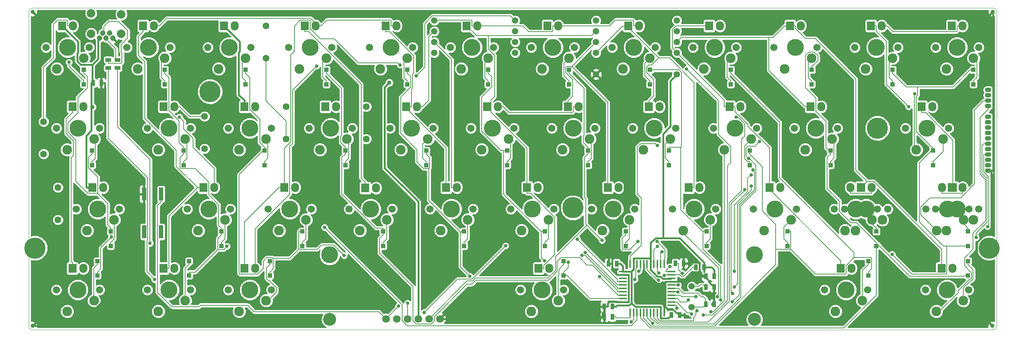
<source format=gbl>
G04 #@! TF.FileFunction,Copper,L2,Bot,Signal*
%FSLAX46Y46*%
G04 Gerber Fmt 4.6, Leading zero omitted, Abs format (unit mm)*
G04 Created by KiCad (PCBNEW 4.0.1-stable) date 5/15/2016 6:24:45 PM*
%MOMM*%
G01*
G04 APERTURE LIST*
%ADD10C,0.150000*%
%ADD11C,0.099100*%
%ADD12R,1.000000X3.100000*%
%ADD13O,1.899920X0.406400*%
%ADD14O,0.406400X1.899920*%
%ADD15R,0.889000X1.397000*%
%ADD16R,1.397000X0.889000*%
%ADD17C,1.800000*%
%ADD18C,1.600000*%
%ADD19C,2.286000*%
%ADD20C,3.987800*%
%ADD21C,1.701800*%
%ADD22O,1.905000X2.159000*%
%ADD23R,1.905000X2.159000*%
%ADD24O,1.524000X1.066800*%
%ADD25C,1.000000*%
%ADD26C,5.001260*%
%ADD27R,1.000000X1.000000*%
%ADD28C,1.500000*%
%ADD29C,3.048000*%
%ADD30C,1.501140*%
%ADD31C,1.305560*%
%ADD32C,2.000000*%
%ADD33C,0.800000*%
%ADD34C,0.400000*%
%ADD35C,0.200000*%
%ADD36C,0.254000*%
G04 APERTURE END LIST*
D10*
D11*
X227209040Y-75750560D02*
X768040Y-75750560D01*
X227209040Y-75750560D02*
G75*
G03X227971040Y-74988560I0J762000D01*
G01*
X227971040Y-693560D02*
X227971040Y-74988560D01*
X227971040Y-693560D02*
G75*
G03X227209040Y68440I-762000J0D01*
G01*
X768040Y68440D02*
X227209040Y68440D01*
X768040Y68440D02*
G75*
G03X6040Y-693560I0J-762000D01*
G01*
X6040Y-74988560D02*
X6040Y-693560D01*
X6040Y-74988560D02*
G75*
G03X768040Y-75750560I762000J0D01*
G01*
D12*
X27149500Y-43748000D03*
X31150000Y-52648000D03*
X27152000Y-52648000D03*
X31150000Y-43748000D03*
D13*
X139940000Y-66002000D03*
X139940000Y-65201900D03*
X139940000Y-64401800D03*
X139940000Y-63601700D03*
X139940000Y-62801600D03*
X139940000Y-62001500D03*
X139940000Y-66802100D03*
X139940000Y-67602200D03*
X139940000Y-68402300D03*
X139940000Y-69202400D03*
X139940000Y-70002500D03*
X151370000Y-66002000D03*
X151370000Y-65201900D03*
X151370000Y-64401800D03*
X151370000Y-63601700D03*
X151370000Y-62801600D03*
X151370000Y-62001500D03*
X151370000Y-66802100D03*
X151370000Y-67602200D03*
X151370000Y-68402300D03*
X151370000Y-69202400D03*
X151370000Y-70002500D03*
D14*
X145655000Y-60287000D03*
X145655000Y-71717000D03*
X146455100Y-60287000D03*
X146455100Y-71717000D03*
X147255200Y-71717000D03*
X147255200Y-60287000D03*
X148055300Y-60287000D03*
X148055300Y-71717000D03*
X148855400Y-71717000D03*
X148855400Y-60287000D03*
X149655500Y-60287000D03*
X149655500Y-71717000D03*
X144854900Y-71717000D03*
X144854900Y-60287000D03*
X144054800Y-60287000D03*
X144054800Y-71717000D03*
X143254700Y-71717000D03*
X143254700Y-60287000D03*
X142454600Y-60287000D03*
X142454600Y-71717000D03*
X141654500Y-71717000D03*
X141654500Y-60287000D03*
D15*
X15182500Y-17584600D03*
X17087500Y-17584600D03*
X159515500Y-65682000D03*
X161420500Y-65682000D03*
X159515500Y-69746000D03*
X161420500Y-69746000D03*
X137468500Y-70254000D03*
X135563500Y-70254000D03*
X138484500Y-60158000D03*
X136579500Y-60158000D03*
X151387500Y-72286000D03*
X153292500Y-72286000D03*
X161420500Y-63142000D03*
X159515500Y-63142000D03*
D16*
X18736000Y-14056500D03*
X18736000Y-12151500D03*
X20895000Y-14056500D03*
X20895000Y-12151500D03*
D15*
X152327500Y-60094000D03*
X154232500Y-60094000D03*
X137480500Y-72730000D03*
X135575500Y-72730000D03*
X159058500Y-60983000D03*
X157153500Y-60983000D03*
D17*
X94263000Y-73175000D03*
X89183000Y-73175000D03*
X84103000Y-73175000D03*
X91723000Y-73175000D03*
X86643000Y-73175000D03*
X96803000Y-73175000D03*
D18*
X3496000Y-34313000D03*
X3496000Y-26693000D03*
X6861500Y-42220000D03*
X6861500Y-49840000D03*
D19*
X9020500Y-71430000D03*
X15370500Y-68890000D03*
D20*
X11560500Y-66350000D03*
D21*
X16640500Y-66350000D03*
X6480500Y-66350000D03*
D19*
X9020500Y-33330000D03*
X15370500Y-30790000D03*
D20*
X11560500Y-28250000D03*
D21*
X16640500Y-28250000D03*
X6480500Y-28250000D03*
D19*
X13719500Y-52380000D03*
X20069500Y-49840000D03*
D20*
X16259500Y-47300000D03*
D21*
X21339500Y-47300000D03*
X11179500Y-47300000D03*
D22*
X62742000Y-42220000D03*
D23*
X60202000Y-42220000D03*
D22*
X34293500Y-61270000D03*
D23*
X31753500Y-61270000D03*
D22*
X43692000Y-42220000D03*
D23*
X41152000Y-42220000D03*
D22*
X12830500Y-23170000D03*
D23*
X10290500Y-23170000D03*
D22*
X29467500Y-4118800D03*
D23*
X26927500Y-4118800D03*
D22*
X12830500Y-61270000D03*
D23*
X10290500Y-61270000D03*
D19*
X216158000Y-52380000D03*
X222508000Y-49840000D03*
D20*
X218698000Y-47300000D03*
D21*
X223778000Y-47300000D03*
X213618000Y-47300000D03*
D19*
X125734000Y-33330000D03*
X132084000Y-30790000D03*
D20*
X128274000Y-28250000D03*
D21*
X133354000Y-28250000D03*
X123194000Y-28250000D03*
D19*
X178058000Y-14280000D03*
X184408000Y-11740000D03*
D20*
X180598000Y-9200000D03*
D21*
X185678000Y-9200000D03*
X175518000Y-9200000D03*
D19*
X82808000Y-14280000D03*
X89158000Y-11740000D03*
D20*
X85348000Y-9200000D03*
D21*
X90428000Y-9200000D03*
X80268000Y-9200000D03*
D19*
X213744000Y-71430000D03*
X220094000Y-68890000D03*
D20*
X216284000Y-66350000D03*
D21*
X221364000Y-66350000D03*
X211204000Y-66350000D03*
D19*
X189996000Y-71430000D03*
X196346000Y-68890000D03*
D20*
X192536000Y-66350000D03*
D21*
X197616000Y-66350000D03*
X187456000Y-66350000D03*
D19*
X49534000Y-71430000D03*
X55884000Y-68890000D03*
D20*
X52074000Y-66350000D03*
D21*
X57154000Y-66350000D03*
X46994000Y-66350000D03*
D19*
X30483500Y-71430000D03*
X36833500Y-68890000D03*
D20*
X33023500Y-66350000D03*
D21*
X38103500Y-66350000D03*
X27943500Y-66350000D03*
D19*
X194694000Y-52380000D03*
X201044000Y-49840000D03*
D20*
X197234000Y-47300000D03*
D21*
X202314000Y-47300000D03*
X192154000Y-47300000D03*
D19*
X173232000Y-52380000D03*
X179582000Y-49840000D03*
D20*
X175772000Y-47300000D03*
D21*
X180852000Y-47300000D03*
X170692000Y-47300000D03*
D19*
X68584000Y-33330000D03*
X74934000Y-30790000D03*
D20*
X71124000Y-28250000D03*
D21*
X76204000Y-28250000D03*
X66044000Y-28250000D03*
D19*
X49534000Y-33330000D03*
X55884000Y-30790000D03*
D20*
X52074000Y-28250000D03*
D21*
X57154000Y-28250000D03*
X46994000Y-28250000D03*
D19*
X30483500Y-33330000D03*
X36833500Y-30790000D03*
D20*
X33023500Y-28250000D03*
D21*
X38103500Y-28250000D03*
X27943500Y-28250000D03*
D19*
X216158000Y-14280000D03*
X222508000Y-11740000D03*
D20*
X218698000Y-9200000D03*
D21*
X223778000Y-9200000D03*
X213618000Y-9200000D03*
D19*
X159008000Y-14280000D03*
X165358000Y-11740000D03*
D20*
X161548000Y-9200000D03*
D21*
X166628000Y-9200000D03*
X156468000Y-9200000D03*
D19*
X139958000Y-14280000D03*
X146308000Y-11740000D03*
D20*
X142498000Y-9200000D03*
D21*
X147578000Y-9200000D03*
X137418000Y-9200000D03*
D19*
X120908000Y-14280000D03*
X127258000Y-11740000D03*
D20*
X123448000Y-9200000D03*
D21*
X128528000Y-9200000D03*
X118368000Y-9200000D03*
D19*
X101858000Y-14280000D03*
X108208000Y-11740000D03*
D20*
X104398000Y-9200000D03*
D21*
X109478000Y-9200000D03*
X99318000Y-9200000D03*
D19*
X63758000Y-14280000D03*
X70108000Y-11740000D03*
D20*
X66298000Y-9200000D03*
D21*
X71378000Y-9200000D03*
X61218000Y-9200000D03*
D19*
X44708000Y-14280000D03*
X51058000Y-11740000D03*
D20*
X47248000Y-9200000D03*
D21*
X52328000Y-9200000D03*
X42168000Y-9200000D03*
D19*
X25657500Y-14280000D03*
X32007500Y-11740000D03*
D20*
X28197500Y-9200000D03*
D21*
X33277500Y-9200000D03*
X23117500Y-9200000D03*
D19*
X154182000Y-52380000D03*
X160532000Y-49840000D03*
D20*
X156722000Y-47300000D03*
D21*
X161802000Y-47300000D03*
X151642000Y-47300000D03*
D19*
X135132000Y-52380000D03*
X141482000Y-49840000D03*
D20*
X137672000Y-47300000D03*
D21*
X142752000Y-47300000D03*
X132592000Y-47300000D03*
D19*
X116082000Y-52380000D03*
X122432000Y-49840000D03*
D20*
X118622000Y-47300000D03*
D21*
X123702000Y-47300000D03*
X113542000Y-47300000D03*
D19*
X97032000Y-52380000D03*
X103382000Y-49840000D03*
D20*
X99572000Y-47300000D03*
D21*
X104652000Y-47300000D03*
X94492000Y-47300000D03*
D19*
X77982000Y-52380000D03*
X84332000Y-49840000D03*
D20*
X80522000Y-47300000D03*
D21*
X85602000Y-47300000D03*
X75442000Y-47300000D03*
D19*
X58932000Y-52380000D03*
X65282000Y-49840000D03*
D20*
X61472000Y-47300000D03*
D21*
X66552000Y-47300000D03*
X56392000Y-47300000D03*
D19*
X39882000Y-52380000D03*
X46232000Y-49840000D03*
D20*
X42422000Y-47300000D03*
D21*
X47502000Y-47300000D03*
X37342000Y-47300000D03*
D19*
X209046000Y-33330000D03*
X215396000Y-30790000D03*
D20*
X211586000Y-28250000D03*
D21*
X216666000Y-28250000D03*
X206506000Y-28250000D03*
D19*
X182884000Y-33330000D03*
X189234000Y-30790000D03*
D20*
X185424000Y-28250000D03*
D21*
X190504000Y-28250000D03*
X180344000Y-28250000D03*
D19*
X163834000Y-33330000D03*
X170184000Y-30790000D03*
D20*
X166374000Y-28250000D03*
D21*
X171454000Y-28250000D03*
X161294000Y-28250000D03*
D19*
X144784000Y-33330000D03*
X151134000Y-30790000D03*
D20*
X147324000Y-28250000D03*
D21*
X152404000Y-28250000D03*
X142244000Y-28250000D03*
D19*
X106684000Y-33330000D03*
X113034000Y-30790000D03*
D20*
X109224000Y-28250000D03*
D21*
X114304000Y-28250000D03*
X104144000Y-28250000D03*
D19*
X87634000Y-33330000D03*
X93984000Y-30790000D03*
D20*
X90174000Y-28250000D03*
D21*
X95254000Y-28250000D03*
X85094000Y-28250000D03*
D19*
X197108000Y-14280000D03*
X203458000Y-11740000D03*
D20*
X199648000Y-9200000D03*
D21*
X204728000Y-9200000D03*
X194568000Y-9200000D03*
D22*
X122609000Y-61275000D03*
D23*
X120069000Y-61275000D03*
D22*
X157992000Y-42220000D03*
D23*
X155452000Y-42220000D03*
D22*
X138942000Y-42220000D03*
D23*
X136402000Y-42220000D03*
D22*
X119892000Y-42220000D03*
D23*
X117352000Y-42220000D03*
D22*
X100842000Y-42220000D03*
D23*
X98302000Y-42220000D03*
D22*
X212856000Y-23170000D03*
D23*
X210316000Y-23170000D03*
D22*
X186694000Y-23170000D03*
D23*
X184154000Y-23170000D03*
D22*
X167644000Y-23170000D03*
D23*
X165104000Y-23170000D03*
D22*
X81792000Y-42347000D03*
D23*
X79252000Y-42347000D03*
D22*
X148594000Y-23170000D03*
D23*
X146054000Y-23170000D03*
D22*
X86618000Y-4120000D03*
D23*
X84078000Y-4120000D03*
D22*
X105668000Y-4120000D03*
D23*
X103128000Y-4120000D03*
D22*
X124718000Y-4120000D03*
D23*
X122178000Y-4120000D03*
D22*
X143768000Y-4120000D03*
D23*
X141228000Y-4120000D03*
D22*
X67568000Y-4120000D03*
D23*
X65028000Y-4120000D03*
D22*
X129544000Y-23170000D03*
D23*
X127004000Y-23170000D03*
D22*
X162818000Y-4120000D03*
D23*
X160278000Y-4120000D03*
D22*
X181868000Y-4120000D03*
D23*
X179328000Y-4120000D03*
D22*
X200918000Y-4120000D03*
D23*
X198378000Y-4120000D03*
D22*
X219968000Y-4120000D03*
D23*
X217428000Y-4120000D03*
D22*
X91444000Y-23170000D03*
D23*
X88904000Y-23170000D03*
D22*
X110494000Y-23170000D03*
D23*
X107954000Y-23170000D03*
D22*
X217554000Y-61270000D03*
D23*
X215014000Y-61270000D03*
D22*
X193806000Y-61270000D03*
D23*
X191266000Y-61270000D03*
D22*
X177042000Y-42220000D03*
D23*
X174502000Y-42220000D03*
D22*
X198504000Y-42220000D03*
D23*
X195964000Y-42220000D03*
D22*
X53344000Y-61270000D03*
D23*
X50804000Y-61270000D03*
D22*
X219968000Y-42220000D03*
D23*
X217428000Y-42220000D03*
D22*
X10417500Y-4118800D03*
D23*
X7877500Y-4118800D03*
D19*
X6607500Y-14280000D03*
X12957500Y-11740000D03*
D20*
X9147500Y-9200000D03*
D21*
X14227500Y-9200000D03*
X4067500Y-9200000D03*
D22*
X17529500Y-42220000D03*
D23*
X14989500Y-42220000D03*
D18*
X79506000Y-30790000D03*
X79506000Y-23170000D03*
X60582000Y-30790000D03*
X60582000Y-23170000D03*
X41406000Y-33076000D03*
X41406000Y-25456000D03*
X55884000Y-11740000D03*
X55884000Y-4120000D03*
D22*
X72394000Y-23170000D03*
D23*
X69854000Y-23170000D03*
D22*
X53344000Y-23170000D03*
D23*
X50804000Y-23170000D03*
D22*
X34293500Y-23170000D03*
D23*
X31753500Y-23170000D03*
D22*
X48518000Y-4120000D03*
D23*
X45978000Y-4120000D03*
D19*
X213872000Y-52380000D03*
X220222000Y-49840000D03*
D20*
X216412000Y-47300000D03*
D21*
X221492000Y-47300000D03*
X211332000Y-47300000D03*
D19*
X192282000Y-52380000D03*
X198632000Y-49840000D03*
D20*
X194822000Y-47300000D03*
D21*
X199902000Y-47300000D03*
X189742000Y-47300000D03*
D22*
X193552000Y-42220000D03*
D23*
X196092000Y-42220000D03*
D22*
X215142000Y-42220000D03*
D23*
X217682000Y-42220000D03*
D24*
X226000000Y-19200000D03*
X226000000Y-20470000D03*
X226000000Y-21740000D03*
X226000000Y-23010000D03*
X226000000Y-33170000D03*
X226000000Y-34440000D03*
X226000000Y-26820000D03*
X226000000Y-28090000D03*
X226000000Y-29360000D03*
X226000000Y-30630000D03*
X226000000Y-31900000D03*
D25*
X892500Y-74859000D03*
X227080000Y-818000D03*
X227016000Y-74851000D03*
X892500Y-818000D03*
D24*
X226000000Y-35710000D03*
X226000000Y-25550000D03*
X226000000Y-36980000D03*
X226000000Y-38250000D03*
D26*
X226241000Y-56500000D03*
X199902000Y-28250000D03*
X42676000Y-19614000D03*
X128200000Y-47000000D03*
X1458900Y-56501000D03*
D27*
X184410000Y-14487600D03*
X184410000Y-17887600D03*
X169805000Y-33537600D03*
X169805000Y-36937600D03*
X178695000Y-52588000D03*
X178695000Y-55988000D03*
X93605000Y-33537600D03*
X93605000Y-36937600D03*
X159645000Y-52588000D03*
X159645000Y-55988000D03*
X150755000Y-33537600D03*
X150755000Y-36937600D03*
X165360000Y-14487600D03*
X165360000Y-17887600D03*
X146310000Y-14487600D03*
X146310000Y-17887600D03*
X131705000Y-33537600D03*
X131705000Y-36937600D03*
X140595000Y-52588000D03*
X140595000Y-55988000D03*
X102495000Y-52588000D03*
X102495000Y-55988000D03*
X12960000Y-14487600D03*
X12960000Y-17887600D03*
X127260000Y-14487600D03*
X127260000Y-17887600D03*
X89160000Y-14487600D03*
X89160000Y-17887600D03*
X83445000Y-52588000D03*
X83445000Y-55988000D03*
X74555000Y-33537600D03*
X74555000Y-36937600D03*
X70110000Y-14487600D03*
X70110000Y-17887600D03*
X125990000Y-62973000D03*
X125990000Y-59573000D03*
X121545000Y-52588000D03*
X121545000Y-55988000D03*
X112655000Y-33537600D03*
X112655000Y-36937600D03*
X108210000Y-14487600D03*
X108210000Y-17887600D03*
X56775000Y-62973000D03*
X56775000Y-59573000D03*
X37725000Y-62973000D03*
X37725000Y-59573000D03*
X64395000Y-52588000D03*
X64395000Y-55988000D03*
X55505000Y-33537600D03*
X55505000Y-36937600D03*
X45345000Y-52588000D03*
X45345000Y-55988000D03*
X36455000Y-33537600D03*
X36455000Y-36937600D03*
X16135000Y-62973000D03*
X16135000Y-59573000D03*
X14865000Y-33537600D03*
X14865000Y-36937600D03*
X51060000Y-14487600D03*
X51060000Y-17887600D03*
X32010000Y-14487600D03*
X32010000Y-17887600D03*
X19310000Y-52588000D03*
X19310000Y-55988000D03*
X222510000Y-14487600D03*
X222510000Y-17887600D03*
X221240000Y-55988000D03*
X221240000Y-52588000D03*
X221240000Y-62973000D03*
X221240000Y-59573000D03*
X197745000Y-62973000D03*
X197745000Y-59573000D03*
X212985000Y-33537600D03*
X212985000Y-36937600D03*
X203460000Y-14487600D03*
X203460000Y-17887600D03*
X188855000Y-33537600D03*
X188855000Y-36937600D03*
X199650000Y-55988000D03*
X199650000Y-52588000D03*
D28*
X95510000Y-5392600D03*
X95510000Y-7932600D03*
X95510000Y-10472600D03*
X114560000Y-2852600D03*
X114560000Y-7932600D03*
X114560000Y-10472600D03*
X95510000Y-2852600D03*
X133610000Y-7932600D03*
X133610000Y-10472600D03*
X152660000Y-10472600D03*
X152660000Y-7932600D03*
X152660000Y-5392600D03*
X152660000Y-2852600D03*
X133610000Y-5392600D03*
X114560000Y-5392600D03*
X133610000Y-2852600D03*
X133610000Y-15552600D03*
X152660000Y-15552600D03*
D19*
X118370000Y-71433000D03*
X124720000Y-68893000D03*
D20*
X120910000Y-66353000D03*
D21*
X125990000Y-66353000D03*
X115830000Y-66353000D03*
D29*
X170948000Y-73338000D03*
X70872000Y-73338000D03*
D20*
X170948000Y-58098000D03*
X70872000Y-58098000D03*
D30*
X156150000Y-65527060D03*
X156150000Y-70408940D03*
D31*
X18228000Y-7025780D03*
X17430440Y-5826900D03*
X19825660Y-7025780D03*
X19025560Y-5826900D03*
D32*
X21784000Y-1420000D03*
X14672000Y-1166000D03*
D31*
X16630340Y-7025780D03*
D32*
X14672000Y-5992000D03*
X21784000Y-5992000D03*
D33*
X166616000Y-25625000D03*
X172082000Y-31387200D03*
X169590000Y-35404000D03*
X148059000Y-32281400D03*
X170584000Y-38060000D03*
X165696000Y-69169000D03*
X141862000Y-73883000D03*
X223141000Y-54025000D03*
X148061000Y-56067000D03*
X148368000Y-62396000D03*
X170131000Y-39219000D03*
X166151000Y-61981000D03*
X89194000Y-69503000D03*
X225910000Y-51431000D03*
X149182000Y-57369000D03*
X112317000Y-55962000D03*
X93121000Y-71705000D03*
X170201000Y-41927000D03*
X166150000Y-65692000D03*
X152926000Y-66877000D03*
X165733000Y-67223000D03*
X168630000Y-42742000D03*
X157166000Y-67968000D03*
X91258000Y-15850500D03*
X207250000Y-23170000D03*
X87480000Y-13319000D03*
X35443400Y-25592700D03*
X67796000Y-13580000D03*
X69670000Y-51632000D03*
X129181000Y-54393000D03*
X19463500Y-53934000D03*
X203337000Y-57978000D03*
X151041000Y-60872000D03*
X46652000Y-56061000D03*
X131011000Y-57524000D03*
X74281000Y-58224000D03*
X130269000Y-58224000D03*
X103864000Y-63115000D03*
X134419000Y-63179000D03*
X121467000Y-59500000D03*
X127094000Y-59832000D03*
X143521000Y-54946000D03*
X147966000Y-54946000D03*
X135032000Y-54692000D03*
X146956000Y-74188000D03*
X163008000Y-68730000D03*
X154957000Y-14280000D03*
X158946000Y-72249000D03*
X155388000Y-68730000D03*
X156150000Y-72032000D03*
X160680000Y-71557000D03*
X208678000Y-20152900D03*
X157420000Y-71270000D03*
X162246000Y-67968000D03*
X152611000Y-70657000D03*
X149691000Y-62949000D03*
X87075000Y-70203000D03*
D25*
X16958000Y-13104000D03*
X154626000Y-58316000D03*
X178502000Y-58570000D03*
X178502000Y-72540000D03*
X161230000Y-69746000D03*
X134395000Y-73175000D03*
X115700500Y-38918020D03*
X103508500Y-19995020D03*
X123193500Y-38918020D03*
X104905500Y-38156020D03*
X118621500Y-19868020D03*
X97285500Y-19995020D03*
X188979500Y-19360020D03*
X137925500Y-30409020D03*
X158372500Y-23170020D03*
X158372500Y-19360020D03*
X174628500Y-19360020D03*
X198631500Y-19360020D03*
X137988992Y-19931526D03*
X76711500Y-62540020D03*
X83823500Y-62540020D03*
X46993500Y-58095020D03*
X40770500Y-58095020D03*
X26094500Y-58222020D03*
X66043500Y-59492020D03*
X103635500Y-67620020D03*
X97666500Y-65715020D03*
X97666500Y-62540020D03*
X14983200Y-23240700D03*
X84917000Y-17521800D03*
D33*
X152946000Y-65202000D03*
X153935000Y-62462000D03*
X148298000Y-64054000D03*
X9474300Y-12707000D03*
X28556000Y-55356000D03*
X143663000Y-61968000D03*
X29620400Y-63881000D03*
X142756000Y-63881000D03*
D34*
X160963500Y-65174000D02*
X160964000Y-65174000D01*
D35*
X60582000Y-26547100D02*
X60582000Y-30790000D01*
X55884000Y-21849100D02*
X60582000Y-26547100D01*
X55884000Y-11740000D02*
X55884000Y-21849100D01*
X147255000Y-72967000D02*
X147255000Y-72342000D01*
X147291000Y-72967000D02*
X147255000Y-72967000D01*
X148325000Y-74001000D02*
X147291000Y-72967000D01*
X160036000Y-74001000D02*
X148325000Y-74001000D01*
X164996000Y-69041000D02*
X160036000Y-74001000D01*
X164996000Y-45867000D02*
X164996000Y-69041000D01*
X167867000Y-42996000D02*
X164996000Y-45867000D01*
X167867000Y-30881500D02*
X167867000Y-42996000D01*
X168674000Y-30074700D02*
X167867000Y-30881500D01*
X168674000Y-27238000D02*
X168674000Y-30074700D01*
X167060000Y-25625000D02*
X168674000Y-27238000D01*
X166616000Y-25625000D02*
X167060000Y-25625000D01*
X147255000Y-72342000D02*
X147255000Y-71717000D01*
X147255200Y-72341800D02*
X147255200Y-71717000D01*
X147255000Y-72342000D02*
X147255200Y-72341800D01*
X170975000Y-32494800D02*
X172082000Y-31387200D01*
X169415000Y-32494800D02*
X170975000Y-32494800D01*
X169005000Y-32905400D02*
X169415000Y-32494800D01*
X169005000Y-34819000D02*
X169005000Y-32905400D01*
X169590000Y-35404000D02*
X169005000Y-34819000D01*
X146455000Y-71717000D02*
X146455000Y-72342000D01*
X169754000Y-35404000D02*
X169590000Y-35404000D01*
X171302000Y-36952000D02*
X169754000Y-35404000D01*
X171302000Y-42958000D02*
X171302000Y-36952000D01*
X167733000Y-46526000D02*
X171302000Y-42958000D01*
X167733000Y-68122000D02*
X167733000Y-46526000D01*
X161454000Y-74401000D02*
X167733000Y-68122000D01*
X148159000Y-74401000D02*
X161454000Y-74401000D01*
X147246000Y-73488000D02*
X148159000Y-74401000D01*
X146976000Y-73488000D02*
X147246000Y-73488000D01*
X146455000Y-72967000D02*
X146976000Y-73488000D01*
X146455000Y-72342000D02*
X146455000Y-72967000D01*
X146455100Y-72341900D02*
X146455100Y-71717000D01*
X146455000Y-72342000D02*
X146455100Y-72341900D01*
X141654000Y-60287000D02*
X141654000Y-59369000D01*
X147630000Y-31853100D02*
X148059000Y-32281400D01*
X144138000Y-31853100D02*
X147630000Y-31853100D01*
X143331000Y-32660200D02*
X144138000Y-31853100D01*
X143331000Y-43734000D02*
X143331000Y-32660200D01*
X144262000Y-44665000D02*
X143331000Y-43734000D01*
X144262000Y-55844000D02*
X144262000Y-44665000D01*
X141654000Y-58451000D02*
X144262000Y-55844000D01*
X141654000Y-59369000D02*
X141654000Y-58451000D01*
X141654500Y-59369500D02*
X141654500Y-60287000D01*
X141654000Y-59369000D02*
X141654500Y-59369500D01*
X170901000Y-38377000D02*
X170584000Y-38060000D01*
X170901000Y-42792000D02*
X170901000Y-38377000D01*
X167333000Y-46361000D02*
X170901000Y-42792000D01*
X167333000Y-67532000D02*
X167333000Y-46361000D01*
X165696000Y-69169000D02*
X167333000Y-67532000D01*
X142455000Y-71717000D02*
X142455000Y-72503500D01*
X142455000Y-73290000D02*
X141862000Y-73883000D01*
X142455000Y-72503500D02*
X142455000Y-73290000D01*
X142454600Y-72503100D02*
X142454600Y-71717000D01*
X142455000Y-72503500D02*
X142454600Y-72503100D01*
X224938000Y-31900000D02*
X226000000Y-31900000D01*
X224537000Y-32300300D02*
X224938000Y-31900000D01*
X224537000Y-38941000D02*
X224537000Y-32300300D01*
X225738000Y-40142000D02*
X224537000Y-38941000D01*
X225738000Y-50406000D02*
X225738000Y-40142000D01*
X223141000Y-53003000D02*
X225738000Y-50406000D01*
X147255000Y-60287000D02*
X147255000Y-58580000D01*
X147255000Y-56873000D02*
X148061000Y-56067000D01*
X147255000Y-58580000D02*
X147255000Y-56873000D01*
X147255200Y-58580200D02*
X147255200Y-60287000D01*
X147255000Y-58580000D02*
X147255200Y-58580200D01*
X223141000Y-54025000D02*
X223141000Y-53003000D01*
X89183000Y-69514000D02*
X89183000Y-73175000D01*
X89194000Y-69503000D02*
X89183000Y-69514000D01*
X169334000Y-40016000D02*
X170131000Y-39219000D01*
X169334000Y-43227000D02*
X169334000Y-40016000D01*
X166151000Y-46411000D02*
X169334000Y-43227000D01*
X166151000Y-61981000D02*
X166151000Y-46411000D01*
X148055000Y-60287000D02*
X148055000Y-61185000D01*
X148055000Y-62083000D02*
X148368000Y-62396000D01*
X148055000Y-61185000D02*
X148055000Y-62083000D01*
X148055300Y-61184700D02*
X148055300Y-60287000D01*
X148055000Y-61185000D02*
X148055300Y-61184700D01*
X224938000Y-34440000D02*
X226000000Y-34440000D01*
X224938000Y-38601000D02*
X224938000Y-34440000D01*
X226139000Y-39802000D02*
X224938000Y-38601000D01*
X226139000Y-51202000D02*
X226139000Y-39802000D01*
X225910000Y-51431000D02*
X226139000Y-51202000D01*
X104444000Y-63834000D02*
X112317000Y-55962000D01*
X100992000Y-63834000D02*
X104444000Y-63834000D01*
X93121000Y-71705000D02*
X100992000Y-63834000D01*
X148855000Y-60287000D02*
X148855000Y-58991000D01*
X148855000Y-57695000D02*
X149182000Y-57369000D01*
X148855000Y-58991000D02*
X148855000Y-57695000D01*
X148855400Y-58991400D02*
X148855400Y-60287000D01*
X148855000Y-58991000D02*
X148855400Y-58991400D01*
X170201000Y-42926000D02*
X170201000Y-41927000D01*
X166932000Y-46195000D02*
X170201000Y-42926000D01*
X166932000Y-64910000D02*
X166932000Y-46195000D01*
X166150000Y-65692000D02*
X166932000Y-64910000D01*
X151370000Y-66802000D02*
X151370100Y-66802000D01*
X152695000Y-66877000D02*
X152926000Y-66877000D01*
X152620000Y-66802000D02*
X152695000Y-66877000D01*
X151370100Y-66802000D02*
X152620000Y-66802000D01*
X151370100Y-66802000D02*
X151370000Y-66802100D01*
X153828500Y-68003500D02*
X157130500Y-68003500D01*
X168630000Y-42870000D02*
X168630000Y-42742000D01*
X165426000Y-46074000D02*
X168630000Y-42870000D01*
X165426000Y-66916000D02*
X165426000Y-46074000D01*
X165733000Y-67223000D02*
X165426000Y-66916000D01*
X157130500Y-68003500D02*
X157166000Y-67968000D01*
X151370000Y-67602000D02*
X151370200Y-67602000D01*
X153427000Y-67602000D02*
X153828500Y-68003500D01*
X153828500Y-68003500D02*
X153851000Y-68026000D01*
X151370200Y-67602000D02*
X153427000Y-67602000D01*
X151370200Y-67602000D02*
X151370000Y-67602200D01*
X113477000Y-1769700D02*
X114560000Y-2852600D01*
X95101000Y-1769700D02*
X113477000Y-1769700D01*
X93289000Y-3581400D02*
X95101000Y-1769700D01*
X93289000Y-13819000D02*
X93289000Y-3581400D01*
X91258000Y-15850500D02*
X93289000Y-13819000D01*
X10290500Y-59890000D02*
X10290500Y-61270000D01*
X10001300Y-59601000D02*
X10290500Y-59890000D01*
X10001300Y-35158900D02*
X10001300Y-59601000D01*
X10482700Y-34677500D02*
X10001300Y-35158900D01*
X10482700Y-31189900D02*
X10482700Y-34677500D01*
X8823500Y-29530700D02*
X10482700Y-31189900D01*
X8823500Y-26016800D02*
X8823500Y-29530700D01*
X10290500Y-24549800D02*
X8823500Y-26016800D01*
X10290500Y-23170000D02*
X10290500Y-24549800D01*
X153725000Y-6867800D02*
X174333000Y-6867800D01*
X152660000Y-7932600D02*
X153725000Y-6867800D01*
X182901000Y-23170000D02*
X184154000Y-23170000D01*
X174333000Y-14601800D02*
X182901000Y-23170000D01*
X174333000Y-6867800D02*
X174333000Y-14601800D01*
X178075000Y-4120000D02*
X179328000Y-4120000D01*
X175327000Y-6867800D02*
X178075000Y-4120000D01*
X174333000Y-6867800D02*
X175327000Y-6867800D01*
X196092000Y-42220000D02*
X197496000Y-40816000D01*
X215014000Y-56796000D02*
X215014000Y-61270000D01*
X199034000Y-40816000D02*
X215014000Y-56796000D01*
X197496000Y-40816000D02*
X199034000Y-40816000D01*
X194805000Y-38125000D02*
X197496000Y-40816000D01*
X194805000Y-16632500D02*
X194805000Y-38125000D01*
X185277000Y-7104300D02*
X194805000Y-16632500D01*
X182939000Y-7104300D02*
X185277000Y-7104300D01*
X180581000Y-4746400D02*
X182939000Y-7104300D01*
X180581000Y-4120000D02*
X180581000Y-4746400D01*
X179328000Y-4120000D02*
X180581000Y-4120000D01*
X210316000Y-24549800D02*
X210316000Y-23170000D01*
X211208000Y-24549800D02*
X210316000Y-24549800D01*
X217682000Y-31023400D02*
X211208000Y-24549800D01*
X217682000Y-42220000D02*
X217682000Y-31023400D01*
X202006000Y-17926400D02*
X207250000Y-23170000D01*
X202006000Y-7748400D02*
X202006000Y-17926400D01*
X199631000Y-5372800D02*
X202006000Y-7748400D01*
X199631000Y-4120000D02*
X199631000Y-5372800D01*
X198378000Y-4120000D02*
X199631000Y-4120000D01*
X33006300Y-61270000D02*
X31753500Y-61270000D01*
X33006300Y-48960000D02*
X33006300Y-61270000D01*
X39746000Y-42220000D02*
X33006300Y-48960000D01*
X34742000Y-37216000D02*
X39746000Y-42220000D01*
X34742000Y-33420200D02*
X34742000Y-37216000D01*
X27304900Y-25983100D02*
X34742000Y-33420200D01*
X27304900Y-12556900D02*
X27304900Y-25983100D01*
X25843800Y-11095800D02*
X27304900Y-12556900D01*
X25843800Y-6582300D02*
X25843800Y-11095800D01*
X26927500Y-5498600D02*
X25843800Y-6582300D01*
X26927500Y-4118800D02*
X26927500Y-5498600D01*
X39746000Y-42220000D02*
X41152000Y-42220000D01*
X50804000Y-50365000D02*
X50804000Y-61270000D01*
X58949000Y-42220000D02*
X50804000Y-50365000D01*
X60202000Y-42220000D02*
X58949000Y-42220000D01*
X60202000Y-32977400D02*
X60202000Y-42220000D01*
X61689000Y-31490000D02*
X60202000Y-32977400D01*
X61689000Y-10976500D02*
X61689000Y-31490000D01*
X62515000Y-10151000D02*
X61689000Y-10976500D01*
X62515000Y-4176400D02*
X62515000Y-10151000D01*
X63951000Y-2740200D02*
X62515000Y-4176400D01*
X66145000Y-2740200D02*
X63951000Y-2740200D01*
X66281000Y-2876300D02*
X66145000Y-2740200D01*
X66281000Y-4771200D02*
X66281000Y-2876300D01*
X68651000Y-7141600D02*
X66281000Y-4771200D01*
X71986000Y-7141600D02*
X68651000Y-7141600D01*
X77662000Y-12817400D02*
X71986000Y-7141600D01*
X86978000Y-12817400D02*
X77662000Y-12817400D01*
X87480000Y-13319000D02*
X86978000Y-12817400D01*
X65028000Y-5499800D02*
X65028000Y-4120000D01*
X65909000Y-5499800D02*
X65028000Y-5499800D01*
X78274000Y-17864300D02*
X65909000Y-5499800D01*
X78274000Y-39989000D02*
X78274000Y-17864300D01*
X79252000Y-40967000D02*
X78274000Y-39989000D01*
X79252000Y-42347000D02*
X79252000Y-40967000D01*
X90157000Y-23170000D02*
X89366000Y-23170000D01*
X90157000Y-19054000D02*
X90157000Y-23170000D01*
X90440000Y-18771100D02*
X90157000Y-19054000D01*
X90440000Y-15462100D02*
X90440000Y-18771100D01*
X90651000Y-15251200D02*
X90440000Y-15462100D01*
X90651000Y-11191200D02*
X90651000Y-15251200D01*
X84959000Y-5499800D02*
X90651000Y-11191200D01*
X84078000Y-5499800D02*
X84959000Y-5499800D01*
X84078000Y-4120000D02*
X84078000Y-5499800D01*
X98302000Y-32944700D02*
X98302000Y-42220000D01*
X89366000Y-24008900D02*
X98302000Y-32944700D01*
X89366000Y-23170000D02*
X89366000Y-24008900D01*
X88904000Y-23170000D02*
X89366000Y-23170000D01*
X107954000Y-23170000D02*
X108878000Y-23170000D01*
X117352000Y-32944700D02*
X117352000Y-42220000D01*
X108878000Y-24471100D02*
X117352000Y-32944700D01*
X108878000Y-23170000D02*
X108878000Y-24471100D01*
X117352000Y-43600000D02*
X117352000Y-42220000D01*
X118233000Y-43600000D02*
X117352000Y-43600000D01*
X123891000Y-49258000D02*
X118233000Y-43600000D01*
X123891000Y-58067000D02*
X123891000Y-49258000D01*
X121322000Y-60636000D02*
X123891000Y-58067000D01*
X121322000Y-61275000D02*
X121322000Y-60636000D01*
X120069000Y-61275000D02*
X121322000Y-61275000D01*
X108295000Y-9645200D02*
X108295000Y-6444500D01*
X109683000Y-11033400D02*
X108295000Y-9645200D01*
X109683000Y-20843700D02*
X109683000Y-11033400D01*
X108878000Y-21648500D02*
X109683000Y-20843700D01*
X108878000Y-23170000D02*
X108878000Y-21648500D01*
X132558000Y-6444500D02*
X108295000Y-6444500D01*
X133610000Y-5392600D02*
X132558000Y-6444500D01*
X105452000Y-6444500D02*
X103128000Y-4120000D01*
X108295000Y-6444500D02*
X105452000Y-6444500D01*
X136402000Y-22167600D02*
X136402000Y-42220000D01*
X127888000Y-13654100D02*
X136402000Y-22167600D01*
X133610000Y-7932600D02*
X127888000Y-13654100D01*
X127004000Y-21790200D02*
X127004000Y-23170000D01*
X128060000Y-20733800D02*
X127004000Y-21790200D01*
X128060000Y-16729200D02*
X128060000Y-20733800D01*
X126460000Y-15128500D02*
X128060000Y-16729200D01*
X126460000Y-13854300D02*
X126460000Y-15128500D01*
X126660000Y-13654100D02*
X126460000Y-13854300D01*
X127888000Y-13654100D02*
X126660000Y-13654100D01*
X139855000Y-4228000D02*
X140945000Y-4228000D01*
X133610000Y-10472600D02*
X139855000Y-4228000D01*
X140945000Y-4120000D02*
X140945000Y-4228000D01*
X141228000Y-4120000D02*
X140945000Y-4120000D01*
X156705000Y-42220000D02*
X155452000Y-42220000D01*
X156705000Y-17462500D02*
X156705000Y-42220000D01*
X150928000Y-11686100D02*
X156705000Y-17462500D01*
X148404000Y-11686100D02*
X150928000Y-11686100D01*
X140945000Y-4228000D02*
X148404000Y-11686100D01*
X146696000Y-13393700D02*
X148404000Y-11686100D01*
X145954000Y-13393700D02*
X146696000Y-13393700D01*
X145510000Y-13838400D02*
X145954000Y-13393700D01*
X145510000Y-15112000D02*
X145510000Y-13838400D01*
X147110000Y-16712700D02*
X145510000Y-15112000D01*
X147110000Y-20733800D02*
X147110000Y-16712700D01*
X146054000Y-21790200D02*
X147110000Y-20733800D01*
X146054000Y-23170000D02*
X146054000Y-21790200D01*
X151589000Y-9401600D02*
X152660000Y-10472600D01*
X151589000Y-4967800D02*
X151589000Y-9401600D01*
X152437000Y-4120000D02*
X151589000Y-4967800D01*
X160278000Y-4120000D02*
X152437000Y-4120000D01*
X191266000Y-59483000D02*
X191266000Y-61270000D01*
X174964000Y-43181000D02*
X191266000Y-59483000D01*
X174964000Y-42220000D02*
X174964000Y-43181000D01*
X174502000Y-42220000D02*
X174964000Y-42220000D01*
X174502000Y-32816600D02*
X174502000Y-42220000D01*
X172372000Y-30686900D02*
X174502000Y-32816600D01*
X172247000Y-30686900D02*
X172372000Y-30686900D01*
X169368000Y-27807800D02*
X172247000Y-30686900D01*
X169368000Y-27366600D02*
X169368000Y-27807800D01*
X166357000Y-24355200D02*
X169368000Y-27366600D01*
X166357000Y-23170000D02*
X166357000Y-24355200D01*
X165104000Y-23170000D02*
X166357000Y-23170000D01*
X163851000Y-21663800D02*
X152660000Y-10472600D01*
X163851000Y-23170000D02*
X163851000Y-21663800D01*
X165104000Y-23170000D02*
X163851000Y-23170000D01*
X218715000Y-4120000D02*
X219968000Y-4120000D01*
X218715000Y-5294500D02*
X218715000Y-4120000D01*
X218510000Y-5499900D02*
X218715000Y-5294500D01*
X203551000Y-5499900D02*
X218510000Y-5499900D01*
X202171000Y-4120000D02*
X203551000Y-5499900D01*
X200918000Y-4120000D02*
X202171000Y-4120000D01*
X68821000Y-4120000D02*
X68194000Y-4120000D01*
X70201000Y-2740100D02*
X68821000Y-4120000D01*
X85162000Y-2740100D02*
X70201000Y-2740100D01*
X85365000Y-2943000D02*
X85162000Y-2740100D01*
X85365000Y-4120000D02*
X85365000Y-2943000D01*
X86618000Y-4120000D02*
X85365000Y-4120000D01*
X136819000Y-4120000D02*
X124718000Y-4120000D01*
X138199000Y-2740100D02*
X136819000Y-4120000D01*
X142310000Y-2740100D02*
X138199000Y-2740100D01*
X142515000Y-2945500D02*
X142310000Y-2740100D01*
X142515000Y-4120000D02*
X142515000Y-2945500D01*
X143768000Y-4120000D02*
X142515000Y-4120000D01*
X116344000Y-4120000D02*
X105668000Y-4120000D01*
X117724000Y-5500300D02*
X116344000Y-4120000D01*
X123259000Y-5500300D02*
X117724000Y-5500300D01*
X123465000Y-5294500D02*
X123259000Y-5500300D01*
X123465000Y-4120000D02*
X123465000Y-5294500D01*
X124718000Y-4120000D02*
X123465000Y-4120000D01*
X95622000Y-2740100D02*
X95510000Y-2852600D01*
X104210000Y-2740100D02*
X95622000Y-2740100D01*
X104415000Y-2945500D02*
X104210000Y-2740100D01*
X104415000Y-4120000D02*
X104415000Y-2945500D01*
X105668000Y-4120000D02*
X104415000Y-4120000D01*
X30720300Y-4118800D02*
X29467500Y-4118800D01*
X32510400Y-2328700D02*
X30720300Y-4118800D01*
X66403000Y-2328700D02*
X32510400Y-2328700D01*
X68194000Y-4120000D02*
X66403000Y-2328700D01*
X67568000Y-4120000D02*
X68194000Y-4120000D01*
X111747000Y-23170000D02*
X110494000Y-23170000D01*
X113127000Y-24549900D02*
X111747000Y-23170000D01*
X128088000Y-24549900D02*
X113127000Y-24549900D01*
X128291000Y-24347000D02*
X128088000Y-24549900D01*
X128291000Y-23170000D02*
X128291000Y-24347000D01*
X129544000Y-23170000D02*
X128291000Y-23170000D01*
X94246000Y-6656100D02*
X95510000Y-5392600D01*
X94246000Y-21620300D02*
X94246000Y-6656100D01*
X92697000Y-23170000D02*
X94246000Y-21620300D01*
X91444000Y-23170000D02*
X92697000Y-23170000D01*
X99589000Y-12011800D02*
X95510000Y-7932600D01*
X99589000Y-42220000D02*
X99589000Y-12011800D01*
X100842000Y-42220000D02*
X99589000Y-42220000D01*
X193552000Y-43600000D02*
X193552000Y-42220000D01*
X198504000Y-43600000D02*
X193552000Y-43600000D01*
X198504000Y-42220000D02*
X198504000Y-43600000D01*
X219968000Y-43600000D02*
X219968000Y-42220000D01*
X215142000Y-43600000D02*
X219968000Y-43600000D01*
X215142000Y-42220000D02*
X215142000Y-43600000D01*
X36517000Y-26666300D02*
X35443400Y-25592700D01*
X36517000Y-28428700D02*
X36517000Y-26666300D01*
X38707000Y-30618900D02*
X36517000Y-28428700D01*
X38707000Y-32777300D02*
X38707000Y-30618900D01*
X43692000Y-37762000D02*
X38707000Y-32777300D01*
X43692000Y-42220000D02*
X43692000Y-37762000D01*
X62090000Y-19286100D02*
X67796000Y-13580000D01*
X62090000Y-31856100D02*
X62090000Y-19286100D01*
X61455000Y-32490900D02*
X62090000Y-31856100D01*
X61455000Y-43865000D02*
X61455000Y-32490900D01*
X53344000Y-51976000D02*
X61455000Y-43865000D01*
X53344000Y-61270000D02*
X53344000Y-51976000D01*
X143255000Y-73481000D02*
X143255000Y-72599000D01*
X141880000Y-74856000D02*
X143255000Y-73481000D01*
X89119000Y-74856000D02*
X141880000Y-74856000D01*
X87913000Y-73650000D02*
X89119000Y-74856000D01*
X87913000Y-69874000D02*
X87913000Y-73650000D01*
X69670000Y-51632000D02*
X87913000Y-69874000D01*
X143255000Y-72599000D02*
X143255000Y-71717000D01*
X143254700Y-72598700D02*
X143254700Y-71717000D01*
X143255000Y-72599000D02*
X143254700Y-72598700D01*
X19310000Y-53781000D02*
X19310000Y-52588000D01*
X19463500Y-53934000D02*
X19310000Y-53781000D01*
X16135000Y-62173000D02*
X16135000Y-62973000D01*
X16935300Y-61372000D02*
X16135000Y-62173000D01*
X16935300Y-56463000D02*
X16935300Y-61372000D01*
X19463500Y-53934000D02*
X16935300Y-56463000D01*
X19310000Y-51788000D02*
X19310000Y-52588000D01*
X18573300Y-51051000D02*
X19310000Y-51788000D01*
X18573300Y-46031000D02*
X18573300Y-51051000D01*
X16150100Y-43607000D02*
X18573300Y-46031000D01*
X13862300Y-43607000D02*
X16150100Y-43607000D01*
X11077700Y-40823000D02*
X13862300Y-43607000D01*
X11077700Y-31018900D02*
X11077700Y-40823000D01*
X9223800Y-29165000D02*
X11077700Y-31018900D01*
X9223800Y-26962700D02*
X9223800Y-29165000D01*
X11543400Y-24643100D02*
X9223800Y-26962700D01*
X11543400Y-20970300D02*
X11543400Y-24643100D01*
X13760300Y-18753400D02*
X11543400Y-20970300D01*
X13760300Y-16088200D02*
X13760300Y-18753400D01*
X12960000Y-15287900D02*
X13760300Y-16088200D01*
X12960000Y-14487600D02*
X12960000Y-15287900D01*
X14865000Y-34337900D02*
X14865000Y-33537600D01*
X14064700Y-35138200D02*
X14865000Y-34337900D01*
X14064700Y-37563000D02*
X14064700Y-35138200D01*
X16242400Y-39741000D02*
X14064700Y-37563000D01*
X16242400Y-43515000D02*
X16242400Y-39741000D01*
X16150100Y-43607000D02*
X16242400Y-43515000D01*
X139940000Y-64402000D02*
X139939800Y-64402000D01*
X138690000Y-63902000D02*
X129181000Y-54393000D01*
X138690000Y-64402000D02*
X138690000Y-63902000D01*
X139939800Y-64402000D02*
X138690000Y-64402000D01*
X139939800Y-64402000D02*
X139940000Y-64401800D01*
X188855000Y-34337900D02*
X188855000Y-33937700D01*
X188054000Y-35138600D02*
X188855000Y-34337900D01*
X188054000Y-42505000D02*
X188054000Y-35138600D01*
X190948000Y-45399000D02*
X188054000Y-42505000D01*
X190948000Y-47794000D02*
X190948000Y-45399000D01*
X193659000Y-50506000D02*
X190948000Y-47794000D01*
X194968000Y-50506000D02*
X193659000Y-50506000D01*
X199650000Y-55188000D02*
X194968000Y-50506000D01*
X187791000Y-32873400D02*
X188855000Y-33937700D01*
X187791000Y-26646200D02*
X187791000Y-32873400D01*
X185407000Y-24262400D02*
X187791000Y-26646200D01*
X185407000Y-21119600D02*
X185407000Y-24262400D01*
X182946000Y-18658900D02*
X185407000Y-21119600D01*
X182946000Y-11105200D02*
X182946000Y-18658900D01*
X183760000Y-10291700D02*
X182946000Y-11105200D01*
X185001000Y-10291700D02*
X183760000Y-10291700D01*
X185898000Y-11188400D02*
X185001000Y-10291700D01*
X185898000Y-12299500D02*
X185898000Y-11188400D01*
X184510000Y-13687300D02*
X185898000Y-12299500D01*
X184410000Y-13687300D02*
X184510000Y-13687300D01*
X184410000Y-14487600D02*
X184410000Y-13687300D01*
X220440000Y-62973000D02*
X221240000Y-62973000D01*
X220292000Y-63121000D02*
X220440000Y-62973000D01*
X207489000Y-63121000D02*
X220292000Y-63121000D01*
X200450000Y-56082000D02*
X207489000Y-63121000D01*
X200450000Y-55988000D02*
X200450000Y-56082000D01*
X188855000Y-33537600D02*
X188855000Y-33937700D01*
X144055000Y-71717000D02*
X144055000Y-72342000D01*
X144055000Y-72342000D02*
X144055000Y-72967000D01*
X144054800Y-72341800D02*
X144054800Y-71717000D01*
X144055000Y-72342000D02*
X144054800Y-72341800D01*
X144055000Y-72967000D02*
X146376000Y-75289000D01*
X146376000Y-75289000D02*
X192007000Y-75289000D01*
X192007000Y-75289000D02*
X199650000Y-67646000D01*
X199650000Y-55988000D02*
X199650000Y-55188000D01*
X199650000Y-55988000D02*
X200450000Y-55988000D01*
X199650000Y-67646000D02*
X199650000Y-55988000D01*
X209379000Y-20443000D02*
X209379000Y-18490100D01*
X209054000Y-20767700D02*
X209379000Y-20443000D01*
X209054000Y-29006300D02*
X209054000Y-20767700D01*
X212785000Y-32737300D02*
X209054000Y-29006300D01*
X212985000Y-32737300D02*
X212785000Y-32737300D01*
X212985000Y-33137400D02*
X212985000Y-32737300D01*
X206662000Y-18490100D02*
X209379000Y-18490100D01*
X203460000Y-15287900D02*
X206662000Y-18490100D01*
X203460000Y-14487600D02*
X203460000Y-15287900D01*
X221710000Y-14487600D02*
X222510000Y-14487600D01*
X217707000Y-18490100D02*
X221710000Y-14487600D01*
X209379000Y-18490100D02*
X217707000Y-18490100D01*
X212985000Y-33137400D02*
X209762000Y-36360000D01*
X212985000Y-33537600D02*
X212985000Y-33137400D01*
X151370000Y-62002000D02*
X151369500Y-62002000D01*
X150120000Y-61793000D02*
X151041000Y-60872000D01*
X150120000Y-62002000D02*
X150120000Y-61793000D01*
X151369500Y-62002000D02*
X150120000Y-62002000D01*
X151369500Y-62002000D02*
X151370000Y-62001500D01*
X208008000Y-62650000D02*
X203337000Y-57978000D01*
X216123000Y-62650000D02*
X208008000Y-62650000D01*
X209762000Y-36360000D02*
X209762000Y-50317000D01*
X209762000Y-50317000D02*
X215433000Y-55988000D01*
X216267000Y-62506000D02*
X216123000Y-62650000D01*
X216267000Y-55988000D02*
X216267000Y-62506000D01*
X215433000Y-55988000D02*
X216267000Y-55988000D01*
X216267000Y-55988000D02*
X221240000Y-55988000D01*
X36455000Y-32737300D02*
X36455000Y-33537600D01*
X35337300Y-31619600D02*
X36455000Y-32737300D01*
X35337300Y-26476900D02*
X35337300Y-31619600D01*
X33006400Y-24146000D02*
X35337300Y-26476900D01*
X33006400Y-16284300D02*
X33006400Y-24146000D01*
X32010000Y-15287900D02*
X33006400Y-16284300D01*
X32010000Y-14487600D02*
X32010000Y-15287900D01*
X39189000Y-62173000D02*
X44518000Y-56844000D01*
X37725000Y-62173000D02*
X39189000Y-62173000D01*
X37725000Y-62973000D02*
X37725000Y-62173000D01*
X46652000Y-56173000D02*
X46652000Y-56061000D01*
X45981000Y-56844000D02*
X46652000Y-56173000D01*
X44518000Y-56844000D02*
X45981000Y-56844000D01*
X45345000Y-51788000D02*
X45345000Y-52588000D01*
X44716000Y-51159000D02*
X45345000Y-51788000D01*
X44716000Y-46246000D02*
X44716000Y-51159000D01*
X42405000Y-43934000D02*
X44716000Y-46246000D01*
X42405000Y-40994000D02*
X42405000Y-43934000D01*
X39148000Y-37738000D02*
X42405000Y-40994000D01*
X35830200Y-37738000D02*
X39148000Y-37738000D01*
X35599600Y-37507000D02*
X35830200Y-37738000D01*
X35599600Y-35193300D02*
X35599600Y-37507000D01*
X36455000Y-34337900D02*
X35599600Y-35193300D01*
X36455000Y-33537600D02*
X36455000Y-34337900D01*
X44518000Y-54216000D02*
X44518000Y-56844000D01*
X45345000Y-53388000D02*
X44518000Y-54216000D01*
X45345000Y-52588000D02*
X45345000Y-53388000D01*
X139940000Y-65202000D02*
X139939900Y-65202000D01*
X138690000Y-65202000D02*
X131011000Y-57524000D01*
X139939900Y-65202000D02*
X138690000Y-65202000D01*
X139939900Y-65202000D02*
X139940000Y-65201900D01*
X55505000Y-32737300D02*
X55505000Y-33137400D01*
X54388000Y-31620100D02*
X55505000Y-32737300D01*
X54388000Y-26138900D02*
X54388000Y-31620100D01*
X52057000Y-23808000D02*
X54388000Y-26138900D01*
X52057000Y-16284800D02*
X52057000Y-23808000D01*
X51060000Y-15287900D02*
X52057000Y-16284800D01*
X51060000Y-14487600D02*
X51060000Y-15287900D01*
X57421000Y-58773000D02*
X57575000Y-58927000D01*
X56074000Y-58773000D02*
X57421000Y-58773000D01*
X55286000Y-59561000D02*
X56074000Y-58773000D01*
X55286000Y-61296000D02*
X55286000Y-59561000D01*
X53922000Y-62660000D02*
X55286000Y-61296000D01*
X49695000Y-62660000D02*
X53922000Y-62660000D01*
X49502000Y-62467000D02*
X49695000Y-62660000D01*
X49502000Y-39140000D02*
X49502000Y-62467000D01*
X55505000Y-33137400D02*
X49502000Y-39140000D01*
X56775000Y-62173000D02*
X56775000Y-62973000D01*
X57575000Y-61372000D02*
X56775000Y-62173000D01*
X57575000Y-58927000D02*
X57575000Y-61372000D01*
X138798000Y-66002000D02*
X139940000Y-66002000D01*
X131020000Y-58224000D02*
X138798000Y-66002000D01*
X130269000Y-58224000D02*
X131020000Y-58224000D01*
X71818000Y-55761000D02*
X74281000Y-58224000D01*
X69021000Y-55761000D02*
X71818000Y-55761000D01*
X67992000Y-56790000D02*
X69021000Y-55761000D01*
X63595000Y-56790000D02*
X67992000Y-56790000D01*
X63595000Y-52588000D02*
X63595000Y-56790000D01*
X64395000Y-52588000D02*
X63595000Y-52588000D01*
X61458000Y-58927000D02*
X57575000Y-58927000D01*
X63595000Y-56790000D02*
X61458000Y-58927000D01*
X55505000Y-33537600D02*
X55505000Y-33137400D01*
X74555000Y-34337900D02*
X74555000Y-33537600D01*
X73741000Y-35152000D02*
X74555000Y-34337900D01*
X73741000Y-43764000D02*
X73741000Y-35152000D01*
X81765000Y-51788000D02*
X73741000Y-43764000D01*
X83445000Y-51788000D02*
X81765000Y-51788000D01*
X83445000Y-52588000D02*
X83445000Y-51788000D01*
X70110000Y-15287900D02*
X70110000Y-14487600D01*
X73665000Y-18843100D02*
X70110000Y-15287900D01*
X73665000Y-29907300D02*
X73665000Y-18843100D01*
X73474000Y-30098300D02*
X73665000Y-29907300D01*
X73474000Y-31656500D02*
X73474000Y-30098300D01*
X74555000Y-32737300D02*
X73474000Y-31656500D01*
X74555000Y-33537600D02*
X74555000Y-32737300D01*
X138690000Y-66802000D02*
X139939900Y-66802000D01*
X138690000Y-66460000D02*
X138690000Y-66802000D01*
X132724000Y-60494000D02*
X138690000Y-66460000D01*
X131499000Y-60494000D02*
X132724000Y-60494000D01*
X129777000Y-58773000D02*
X131499000Y-60494000D01*
X125365000Y-58773000D02*
X129777000Y-58773000D01*
X124476000Y-59661000D02*
X125365000Y-58773000D01*
X124476000Y-61956000D02*
X124476000Y-59661000D01*
X122373000Y-64058000D02*
X124476000Y-61956000D01*
X105353000Y-64058000D02*
X122373000Y-64058000D01*
X104376000Y-65036000D02*
X105353000Y-64058000D01*
X103231000Y-65036000D02*
X104376000Y-65036000D01*
X95533000Y-72734000D02*
X103231000Y-65036000D01*
X95533000Y-73649000D02*
X95533000Y-72734000D01*
X94772000Y-74409000D02*
X95533000Y-73649000D01*
X91233000Y-74409000D02*
X94772000Y-74409000D01*
X90474000Y-73651000D02*
X91233000Y-74409000D01*
X90474000Y-65570000D02*
X90474000Y-73651000D01*
X82645000Y-57740000D02*
X90474000Y-65570000D01*
X82645000Y-54189000D02*
X82645000Y-57740000D01*
X83445000Y-53388000D02*
X82645000Y-54189000D01*
X83445000Y-52588000D02*
X83445000Y-53388000D01*
X139939900Y-66802000D02*
X139940000Y-66802000D01*
X139939900Y-66802000D02*
X139940000Y-66802100D01*
X92974000Y-37743000D02*
X94230000Y-37743000D01*
X91456000Y-36225000D02*
X92974000Y-37743000D01*
X91456000Y-33317800D02*
X91456000Y-36225000D01*
X87601000Y-29462700D02*
X91456000Y-33317800D01*
X87601000Y-20903600D02*
X87601000Y-29462700D01*
X89960000Y-18544600D02*
X87601000Y-20903600D01*
X89960000Y-16088300D02*
X89960000Y-18544600D01*
X89160000Y-15287900D02*
X89960000Y-16088300D01*
X89160000Y-14487600D02*
X89160000Y-15287900D01*
X93605000Y-34337900D02*
X93605000Y-33537600D01*
X94405000Y-35138200D02*
X93605000Y-34337900D01*
X94405000Y-37568000D02*
X94405000Y-35138200D01*
X94230000Y-37743000D02*
X94405000Y-37568000D01*
X94230000Y-45244000D02*
X94230000Y-37743000D01*
X101752000Y-52766000D02*
X94230000Y-45244000D01*
X101930000Y-52588000D02*
X101752000Y-52766000D01*
X102495000Y-52588000D02*
X101930000Y-52588000D01*
X101695000Y-60946000D02*
X103864000Y-63115000D01*
X101695000Y-52823000D02*
X101695000Y-60946000D01*
X101752000Y-52766000D02*
X101695000Y-52823000D01*
X139940000Y-67602000D02*
X139939800Y-67602000D01*
X138690000Y-67450000D02*
X134419000Y-63179000D01*
X138690000Y-67602000D02*
X138690000Y-67450000D01*
X139939800Y-67602000D02*
X138690000Y-67602000D01*
X139939800Y-67602000D02*
X139940000Y-67602200D01*
X127094000Y-61069000D02*
X127094000Y-59832000D01*
X125990000Y-62173000D02*
X127094000Y-61069000D01*
X125990000Y-62973000D02*
X125990000Y-62173000D01*
X120690000Y-58723000D02*
X120690000Y-52588000D01*
X121467000Y-59500000D02*
X120690000Y-58723000D01*
X120690000Y-52588000D02*
X121545000Y-52588000D01*
X120605000Y-52588000D02*
X120690000Y-52588000D01*
X111847000Y-43830000D02*
X120605000Y-52588000D01*
X111847000Y-33537600D02*
X111847000Y-43830000D01*
X111245000Y-33537600D02*
X111847000Y-33537600D01*
X106649000Y-28942200D02*
X111245000Y-33537600D01*
X106649000Y-20899100D02*
X106649000Y-28942200D01*
X109010000Y-18538100D02*
X106649000Y-20899100D01*
X109010000Y-16088300D02*
X109010000Y-18538100D01*
X108210000Y-15287900D02*
X109010000Y-16088300D01*
X108210000Y-14487600D02*
X108210000Y-15287900D01*
X111847000Y-33537600D02*
X112655000Y-33537600D01*
X132220000Y-68402000D02*
X139939700Y-68402000D01*
X126790000Y-62973000D02*
X132220000Y-68402000D01*
X125990000Y-62973000D02*
X126790000Y-62973000D01*
X139939700Y-68402000D02*
X139940000Y-68402000D01*
X139939700Y-68402000D02*
X139940000Y-68402300D01*
X141674000Y-56793000D02*
X143521000Y-54946000D01*
X139936000Y-56793000D02*
X141674000Y-56793000D01*
X139795000Y-56652000D02*
X139936000Y-56793000D01*
X139795000Y-54189000D02*
X139795000Y-56652000D01*
X140595000Y-53388000D02*
X139795000Y-54189000D01*
X140595000Y-52588000D02*
X140595000Y-53388000D01*
X127260000Y-15287900D02*
X127260000Y-14487600D01*
X130815000Y-18843100D02*
X127260000Y-15287900D01*
X130815000Y-29907300D02*
X130815000Y-18843100D01*
X130624000Y-30098300D02*
X130815000Y-29907300D01*
X130624000Y-31656500D02*
X130624000Y-30098300D01*
X131705000Y-32737300D02*
X130624000Y-31656500D01*
X131705000Y-33537600D02*
X131705000Y-32737300D01*
X124076000Y-58499000D02*
X131458000Y-51118000D01*
X124076000Y-61782000D02*
X124076000Y-58499000D01*
X122270000Y-63588000D02*
X124076000Y-61782000D01*
X105258000Y-63588000D02*
X122270000Y-63588000D01*
X104610000Y-64235000D02*
X105258000Y-63588000D01*
X103203000Y-64235000D02*
X104610000Y-64235000D01*
X94263000Y-73175000D02*
X103203000Y-64235000D01*
X131182000Y-50842000D02*
X131458000Y-51118000D01*
X131182000Y-44828000D02*
X131182000Y-50842000D01*
X130900000Y-44546000D02*
X131182000Y-44828000D01*
X130900000Y-35143100D02*
X130900000Y-44546000D01*
X131705000Y-34337900D02*
X130900000Y-35143100D01*
X131705000Y-33537600D02*
X131705000Y-34337900D01*
X131458000Y-51118000D02*
X135032000Y-54692000D01*
X149656000Y-60287000D02*
X149656000Y-59662000D01*
X149882000Y-56862000D02*
X147966000Y-54946000D01*
X149882000Y-58810000D02*
X149882000Y-56862000D01*
X149656000Y-59037000D02*
X149882000Y-58810000D01*
X149656000Y-59662000D02*
X149656000Y-59037000D01*
X149655500Y-59662500D02*
X149655500Y-60287000D01*
X149656000Y-59662000D02*
X149655500Y-59662500D01*
X158844000Y-52588000D02*
X158844000Y-56759000D01*
X158844000Y-56759000D02*
X162531000Y-60446000D01*
X145655000Y-72967000D02*
X145655000Y-71717000D01*
X145655000Y-72967000D02*
X145735000Y-72967000D01*
X145735000Y-72967000D02*
X146956000Y-74188000D01*
X162531000Y-60446000D02*
X162598000Y-60446000D01*
X162598000Y-60446000D02*
X163008000Y-60856000D01*
X163008000Y-68730000D02*
X163008000Y-60856000D01*
X150755000Y-32737300D02*
X150755000Y-33537600D01*
X153600000Y-32737300D02*
X150755000Y-32737300D01*
X153737000Y-32600400D02*
X153600000Y-32737300D01*
X153737000Y-15116100D02*
X153737000Y-32600400D01*
X153108000Y-14487600D02*
X153737000Y-15116100D01*
X146310000Y-14487600D02*
X153108000Y-14487600D01*
X158730000Y-52588000D02*
X158844000Y-52588000D01*
X153600000Y-47457000D02*
X158730000Y-52588000D01*
X153600000Y-32737300D02*
X153600000Y-47457000D01*
X158844000Y-52588000D02*
X159645000Y-52588000D01*
X179495000Y-52588000D02*
X178695000Y-52588000D01*
X179495000Y-56794000D02*
X179495000Y-52588000D01*
X179495000Y-56794000D02*
X175957000Y-56794000D01*
X165360000Y-15287900D02*
X165360000Y-14487600D01*
X176854000Y-26782000D02*
X165360000Y-15287900D01*
X176854000Y-39966000D02*
X176854000Y-26782000D01*
X194402000Y-57513000D02*
X176854000Y-39966000D01*
X194402000Y-58769000D02*
X194402000Y-57513000D01*
X198377000Y-58769000D02*
X194402000Y-58769000D01*
X198545000Y-58937000D02*
X198377000Y-58769000D01*
X198545000Y-61372000D02*
X198545000Y-58937000D01*
X197745000Y-62173000D02*
X198545000Y-61372000D01*
X197745000Y-62973000D02*
X197745000Y-62173000D01*
X185352000Y-62650000D02*
X179495000Y-56794000D01*
X192394000Y-62650000D02*
X185352000Y-62650000D01*
X192519000Y-62525000D02*
X192394000Y-62650000D01*
X192519000Y-60652000D02*
X192519000Y-62525000D01*
X194402000Y-58769000D02*
X192519000Y-60652000D01*
X169805000Y-34337900D02*
X169805000Y-33537600D01*
X172749000Y-37282000D02*
X169805000Y-34337900D01*
X172749000Y-47729000D02*
X172749000Y-37282000D01*
X175957000Y-50937000D02*
X172749000Y-47729000D01*
X175957000Y-56794000D02*
X175957000Y-50937000D01*
X144855000Y-71717000D02*
X144855000Y-72397500D01*
X175957000Y-60464000D02*
X175957000Y-56794000D01*
X161533000Y-74888000D02*
X175957000Y-60464000D01*
X146666000Y-74888000D02*
X161533000Y-74888000D01*
X144855000Y-73078000D02*
X146666000Y-74888000D01*
X144855000Y-72397500D02*
X144855000Y-73078000D01*
X144854900Y-72397400D02*
X144854900Y-71717000D01*
X144855000Y-72397500D02*
X144854900Y-72397400D01*
X159017000Y-72320000D02*
X158946000Y-72249000D01*
X161063000Y-72320000D02*
X159017000Y-72320000D01*
X164596000Y-68787000D02*
X161063000Y-72320000D01*
X164596000Y-37077000D02*
X164596000Y-68787000D01*
X165332000Y-36340000D02*
X164596000Y-37077000D01*
X165332000Y-32576100D02*
X165332000Y-36340000D01*
X162445000Y-29689300D02*
X165332000Y-32576100D01*
X162445000Y-21768700D02*
X162445000Y-29689300D01*
X154957000Y-14280000D02*
X162445000Y-21768700D01*
X154880000Y-69238000D02*
X155388000Y-68730000D01*
X152340000Y-68402000D02*
X152774000Y-68402000D01*
X152774000Y-68402000D02*
X153610000Y-69238000D01*
X152340000Y-68402000D02*
X151370300Y-68402000D01*
X153610000Y-69238000D02*
X154880000Y-69238000D01*
X151370300Y-68402000D02*
X151370000Y-68402000D01*
X151370300Y-68402000D02*
X151370000Y-68402300D01*
X151370000Y-69202400D02*
X152558400Y-69202400D01*
X152558400Y-69202400D02*
X153032000Y-69676000D01*
X155134000Y-71778000D02*
X155896000Y-71778000D01*
X153032000Y-69676000D02*
X155134000Y-71778000D01*
X155896000Y-71778000D02*
X156150000Y-72032000D01*
X163834000Y-33330000D02*
X163834000Y-68932000D01*
X163834000Y-68932000D02*
X161209000Y-71557000D01*
X161209000Y-71557000D02*
X160680000Y-71557000D01*
X208625000Y-32909000D02*
X209046000Y-33330000D01*
X208625000Y-20206200D02*
X208625000Y-32909000D01*
X208678000Y-20152900D02*
X208625000Y-20206200D01*
X151370000Y-69202000D02*
X151370400Y-69202000D01*
X151370400Y-69202000D02*
X151370000Y-69202400D01*
X162246000Y-67714000D02*
X162246000Y-67968000D01*
X154182000Y-52946000D02*
X161781000Y-60545000D01*
X161781000Y-60545000D02*
X161781000Y-60602000D01*
X162500000Y-61110000D02*
X162500000Y-67460000D01*
X161992000Y-60602000D02*
X162500000Y-61110000D01*
X161781000Y-60602000D02*
X161992000Y-60602000D01*
X162500000Y-67460000D02*
X162246000Y-67714000D01*
X157166000Y-72286000D02*
X157166000Y-71524000D01*
X156605000Y-72847000D02*
X157166000Y-72286000D01*
X156605000Y-73600000D02*
X148652000Y-73600000D01*
X148652000Y-73600000D02*
X148055000Y-73004000D01*
X148055000Y-73004000D02*
X148055000Y-72360500D01*
X156605000Y-73600000D02*
X156605000Y-72847000D01*
X157166000Y-71524000D02*
X157420000Y-71270000D01*
X210167000Y-48675000D02*
X213872000Y-52380000D01*
X210167000Y-46769000D02*
X210167000Y-48675000D01*
X212283000Y-44653000D02*
X210167000Y-46769000D01*
X219497000Y-44653000D02*
X212283000Y-44653000D01*
X222742000Y-41408000D02*
X219497000Y-44653000D01*
X222742000Y-23936000D02*
X222742000Y-41408000D01*
X224938000Y-21740000D02*
X222742000Y-23936000D01*
X226000000Y-21740000D02*
X224938000Y-21740000D01*
X154182000Y-52380000D02*
X154182000Y-52946000D01*
X148055000Y-72360500D02*
X148055000Y-71717000D01*
X148055300Y-72360200D02*
X148055300Y-71717000D01*
X148055000Y-72360500D02*
X148055300Y-72360200D01*
X226000000Y-23843700D02*
X226000000Y-23010000D01*
X224115000Y-25728400D02*
X226000000Y-23843700D01*
X224115000Y-39111000D02*
X224115000Y-25728400D01*
X225338000Y-40333000D02*
X224115000Y-39111000D01*
X225338000Y-50089000D02*
X225338000Y-40333000D01*
X222441000Y-52986000D02*
X225338000Y-50089000D01*
X222441000Y-56785000D02*
X222441000Y-52986000D01*
X220417000Y-58809000D02*
X222441000Y-56785000D01*
X220417000Y-60710000D02*
X220417000Y-58809000D01*
X222040000Y-62333000D02*
X220417000Y-60710000D01*
X222040000Y-63611000D02*
X222040000Y-62333000D01*
X221821000Y-63830000D02*
X222040000Y-63611000D01*
X221604000Y-63830000D02*
X221821000Y-63830000D01*
X218994000Y-66440000D02*
X221604000Y-63830000D01*
X218994000Y-66911000D02*
X218994000Y-66440000D01*
X214475000Y-71430000D02*
X218994000Y-66911000D01*
X213744000Y-71430000D02*
X214475000Y-71430000D01*
X151370000Y-70002000D02*
X151370500Y-70002000D01*
X152620000Y-70647000D02*
X152611000Y-70657000D01*
X152620000Y-70002000D02*
X152620000Y-70647000D01*
X151370500Y-70002000D02*
X152620000Y-70002000D01*
X151370500Y-70002000D02*
X151370000Y-70002500D01*
X82427000Y-71499000D02*
X84103000Y-73175000D01*
X53082000Y-71499000D02*
X82427000Y-71499000D01*
X51539000Y-69955000D02*
X53082000Y-71499000D01*
X40427000Y-69955000D02*
X51539000Y-69955000D01*
X40012000Y-70370000D02*
X40427000Y-69955000D01*
X33722200Y-70370000D02*
X40012000Y-70370000D01*
X30326300Y-66974000D02*
X33722200Y-70370000D01*
X30326300Y-46422000D02*
X30326300Y-66974000D01*
X31150000Y-45598000D02*
X30326300Y-46422000D01*
X31150000Y-43748000D02*
X31150000Y-45598000D01*
X84103000Y-73175000D02*
X87075000Y-70203000D01*
X157154000Y-60983000D02*
X157153500Y-60983000D01*
X149839000Y-62802000D02*
X149691000Y-62949000D01*
X151370400Y-62802000D02*
X149839000Y-62802000D01*
X153284000Y-62802000D02*
X151370400Y-62802000D01*
X153645000Y-63162000D02*
X153284000Y-62802000D01*
X154230000Y-63162000D02*
X153645000Y-63162000D01*
X156409000Y-60983000D02*
X154230000Y-63162000D01*
X157153500Y-60983000D02*
X156409000Y-60983000D01*
X151370400Y-62802000D02*
X151370000Y-62801600D01*
D34*
X16958000Y-13104000D02*
X17087500Y-13104000D01*
X17087500Y-17584600D02*
X17087500Y-13104000D01*
X20006000Y-7206120D02*
X19825660Y-7025780D01*
X178502000Y-58570000D02*
X178502000Y-72540000D01*
X154232500Y-58709500D02*
X154626000Y-58316000D01*
X154232500Y-58709500D02*
X154232500Y-60094000D01*
X161420500Y-65682000D02*
X161420500Y-69746000D01*
X161230000Y-69746000D02*
X161420500Y-69746000D01*
X160468000Y-64412000D02*
X160468000Y-64729500D01*
X159515500Y-63459500D02*
X160468000Y-64412000D01*
X160468000Y-64729500D02*
X161420500Y-65682000D01*
X159515500Y-63142000D02*
X159515500Y-63459500D01*
X158848750Y-62983250D02*
X159356750Y-62983250D01*
X159356750Y-62983250D02*
X159515500Y-63142000D01*
X152594000Y-71778000D02*
X152784500Y-71778000D01*
X151832000Y-71016000D02*
X150562000Y-71016000D01*
X149913000Y-70367000D02*
X150562000Y-71016000D01*
X149906000Y-70367000D02*
X149913000Y-70367000D01*
X152594000Y-71778000D02*
X151832000Y-71016000D01*
X152784500Y-71778000D02*
X153292500Y-72286000D01*
X157850500Y-62048500D02*
X157914000Y-62048500D01*
X157914000Y-62048500D02*
X158848750Y-62983250D01*
X158848750Y-62983250D02*
X159007500Y-63142000D01*
X156150000Y-63396000D02*
X156150000Y-62634000D01*
X154232500Y-60094000D02*
X155077000Y-60094000D01*
X157998000Y-61901000D02*
X157850500Y-62048500D01*
X157998000Y-60114000D02*
X157998000Y-61901000D01*
X157769000Y-59884000D02*
X157998000Y-60114000D01*
X155287000Y-59884000D02*
X157769000Y-59884000D01*
X155077000Y-60094000D02*
X155287000Y-59884000D01*
X157850500Y-62048500D02*
X157817000Y-62082000D01*
X157817000Y-62082000D02*
X157049000Y-62082000D01*
X155515000Y-64031000D02*
X156150000Y-63396000D01*
X155417000Y-64031000D02*
X154996000Y-64452000D01*
X154946000Y-64402000D02*
X151370200Y-64402000D01*
X154996000Y-64452000D02*
X154946000Y-64402000D01*
X155417000Y-64031000D02*
X155515000Y-64031000D01*
X156702000Y-62082000D02*
X157049000Y-62082000D01*
X156150000Y-62634000D02*
X156702000Y-62082000D01*
X103508500Y-19995020D02*
X103508500Y-21265020D01*
X101984500Y-35235020D02*
X104905500Y-38156020D01*
X101984500Y-22789020D02*
X101984500Y-35235020D01*
X103508500Y-21265020D02*
X101984500Y-22789020D01*
X137925500Y-30409020D02*
X139957500Y-30409020D01*
X139957500Y-30409020D02*
X140295000Y-30071520D01*
X137988992Y-19931526D02*
X137989026Y-19931526D01*
X137989026Y-19931526D02*
X137925500Y-19995052D01*
X158372500Y-23170020D02*
X158372500Y-19360020D01*
X69091500Y-62540020D02*
X76711500Y-62540020D01*
X66043500Y-59492020D02*
X69091500Y-62540020D01*
X103635500Y-67620020D02*
X103635500Y-73175000D01*
X97666500Y-62540020D02*
X97666500Y-65715020D01*
X103635500Y-73175000D02*
X103635500Y-73081020D01*
X103635500Y-73081020D02*
X103635500Y-73175000D01*
X227162000Y-38250000D02*
X226581000Y-38250000D01*
X227162000Y-900300D02*
X227162000Y-38250000D01*
X227080000Y-818000D02*
X227162000Y-900300D01*
X149656000Y-70367000D02*
X149906000Y-70367000D01*
X149656000Y-71717000D02*
X149656000Y-70367000D01*
X226710000Y-38379000D02*
X226581000Y-38250000D01*
X226710000Y-51763000D02*
X226710000Y-38379000D01*
X223322000Y-55151000D02*
X226710000Y-51763000D01*
X223322000Y-71157000D02*
X223322000Y-55151000D01*
X227016000Y-74851000D02*
X223322000Y-71157000D01*
X149906000Y-70367000D02*
X149906000Y-64854000D01*
X96803000Y-73175000D02*
X103635500Y-73175000D01*
X103635500Y-73175000D02*
X134395000Y-73175000D01*
X134731000Y-72730000D02*
X135153000Y-72730000D01*
X134395000Y-73175000D02*
X134731000Y-72839000D01*
X134731000Y-72839000D02*
X134731000Y-72730000D01*
X137424000Y-50934000D02*
X137424000Y-60158000D01*
X140295000Y-30071520D02*
X140295000Y-48063000D01*
X140295000Y-48063000D02*
X137424000Y-50934000D01*
X140295000Y-22237500D02*
X140295000Y-30071520D01*
X137988992Y-19931526D02*
X140295000Y-22237500D01*
X133610000Y-15552600D02*
X137988992Y-19931526D01*
X136580000Y-60158000D02*
X137424000Y-60158000D01*
X27149500Y-41798000D02*
X27149500Y-43748000D01*
X17932300Y-32580500D02*
X27149500Y-41798000D01*
X17932300Y-17584600D02*
X17932300Y-32580500D01*
X17087500Y-17584600D02*
X17932300Y-17584600D01*
X11597400Y-74859000D02*
X892500Y-74859000D01*
X26094500Y-60362000D02*
X11597400Y-74859000D01*
X26094500Y-46753000D02*
X26094500Y-58222020D01*
X26094500Y-58222020D02*
X26094500Y-60362000D01*
X27149500Y-45698000D02*
X26094500Y-46753000D01*
X27149500Y-43748000D02*
X27149500Y-45698000D01*
X226000000Y-38250000D02*
X226581000Y-38250000D01*
X154232000Y-60094000D02*
X154232500Y-60094000D01*
X135576000Y-72730000D02*
X135575500Y-72730000D01*
X135575500Y-72730000D02*
X135153000Y-72730000D01*
X144855000Y-60287000D02*
X144855000Y-61015000D01*
X147966000Y-64854000D02*
X149906000Y-64854000D01*
X144855000Y-61743000D02*
X147966000Y-64854000D01*
X144855000Y-61015000D02*
X144855000Y-61743000D01*
X144854900Y-61014900D02*
X144854900Y-60287000D01*
X144855000Y-61015000D02*
X144854900Y-61014900D01*
X136579500Y-60158000D02*
X136580000Y-60158000D01*
X135563500Y-70254000D02*
X135564000Y-70254000D01*
X135564000Y-71353000D02*
X135564000Y-70254000D01*
X135153000Y-71763000D02*
X135564000Y-71353000D01*
X135153000Y-72730000D02*
X135153000Y-71763000D01*
X149906000Y-64516000D02*
X149906000Y-64854000D01*
X151370200Y-64402000D02*
X150020000Y-64402000D01*
X150020000Y-64402000D02*
X149906000Y-64516000D01*
X151370200Y-64402000D02*
X151370000Y-64401800D01*
X149655500Y-71717000D02*
X149656000Y-71717000D01*
X139940000Y-62801600D02*
X139940000Y-62802000D01*
X137424000Y-61636000D02*
X137424000Y-60158000D01*
X138590000Y-62802000D02*
X137424000Y-61636000D01*
X139940000Y-62802000D02*
X138590000Y-62802000D01*
X139940000Y-69202000D02*
X139940000Y-69202400D01*
X138590000Y-69202000D02*
X139940000Y-69202000D01*
X138542000Y-69155000D02*
X138590000Y-69202000D01*
X136768000Y-69155000D02*
X138542000Y-69155000D01*
X136408000Y-69515000D02*
X136768000Y-69155000D01*
X136408000Y-70254000D02*
X136408000Y-69515000D01*
X135564000Y-70254000D02*
X136408000Y-70254000D01*
X141290000Y-62802000D02*
X139940000Y-62802000D01*
X141290000Y-69202000D02*
X141290000Y-62802000D01*
X139940000Y-69202000D02*
X141290000Y-69202000D01*
X16330300Y-7325820D02*
X16330300Y-8644700D01*
X16330300Y-8644700D02*
X16330300Y-11949700D01*
X16330300Y-11949700D02*
X14971300Y-13308700D01*
X16330300Y-7325820D02*
X16630340Y-7025780D01*
X16573500Y-7082620D02*
X16630340Y-7025780D01*
X161484000Y-63078500D02*
X161484000Y-61618000D01*
X160849000Y-60983000D02*
X161484000Y-61618000D01*
X160849000Y-60983000D02*
X159058500Y-60983000D01*
X161484000Y-63078500D02*
X161420500Y-63142000D01*
X149012001Y-73073999D02*
X150599501Y-73073999D01*
X150599501Y-73073999D02*
X151387500Y-72286000D01*
X148855400Y-71717000D02*
X148855400Y-72917398D01*
X148855400Y-72917398D02*
X149012001Y-73073999D01*
X149012001Y-73073999D02*
X149038000Y-73099998D01*
X49697000Y-7838600D02*
X45978000Y-4120000D01*
X49697000Y-10137600D02*
X49697000Y-7838600D01*
X49467000Y-10366900D02*
X49697000Y-10137600D01*
X49467000Y-20353500D02*
X49467000Y-10366900D01*
X50804000Y-21690200D02*
X49467000Y-20353500D01*
X50804000Y-23170000D02*
X50804000Y-21690200D01*
X14760100Y-23240700D02*
X14983200Y-23240700D01*
X14760100Y-17584600D02*
X14760100Y-23240700D01*
X14971300Y-17584600D02*
X14760100Y-17584600D01*
X13636700Y-42220000D02*
X14989500Y-42220000D01*
X13544500Y-42128000D02*
X13636700Y-42220000D01*
X13544500Y-30001200D02*
X13544500Y-42128000D01*
X14760100Y-28785600D02*
X13544500Y-30001200D01*
X14760100Y-23240700D02*
X14760100Y-28785600D01*
X83803000Y-18635800D02*
X84917000Y-17521800D01*
X83803000Y-37619000D02*
X83803000Y-18635800D01*
X91723000Y-45538000D02*
X83803000Y-37619000D01*
X91723000Y-73175000D02*
X91723000Y-45538000D01*
X149382000Y-29578300D02*
X149382000Y-54145000D01*
X151153000Y-27807500D02*
X149382000Y-29578300D01*
X151153000Y-17059900D02*
X151153000Y-27807500D01*
X152660000Y-15552600D02*
X151153000Y-17059900D01*
X146455000Y-55293000D02*
X146455000Y-58937000D01*
X147603000Y-54145000D02*
X146455000Y-55293000D01*
X149382000Y-54145000D02*
X147603000Y-54145000D01*
X14971300Y-17584600D02*
X14971300Y-13308700D01*
X11569200Y-7810500D02*
X7877500Y-4118800D01*
X14971300Y-13308700D02*
X12286900Y-13308700D01*
X12286900Y-13308700D02*
X11401000Y-12422800D01*
X11401000Y-12422800D02*
X11401000Y-10583900D01*
X11401000Y-10583900D02*
X11569200Y-10415700D01*
X11569200Y-10415700D02*
X11569200Y-7810500D01*
X141941000Y-62002000D02*
X141941000Y-69445000D01*
X137468500Y-70254000D02*
X137468000Y-70254000D01*
X139940000Y-62002000D02*
X139940000Y-62001500D01*
X141941000Y-62002000D02*
X139940000Y-62002000D01*
X15182500Y-17584600D02*
X14971300Y-17584600D01*
X139329000Y-60158000D02*
X138484500Y-60158000D01*
X139940000Y-60769000D02*
X139329000Y-60158000D01*
X139940000Y-62001500D02*
X139940000Y-60769000D01*
X138484500Y-60158000D02*
X138484000Y-60158000D01*
X146455000Y-60287000D02*
X146455100Y-60287000D01*
X146455000Y-58937000D02*
X146455000Y-60287000D01*
X159058500Y-60983000D02*
X159058000Y-60983000D01*
X159058000Y-62082000D02*
X159058000Y-60983000D01*
X153319000Y-54145000D02*
X149382000Y-54145000D01*
X159058000Y-59884000D02*
X153319000Y-54145000D01*
X159058000Y-60983000D02*
X159058000Y-59884000D01*
X142454600Y-60287000D02*
X142455000Y-60287000D01*
X142455000Y-58937000D02*
X142455000Y-60287000D01*
X146455000Y-58937000D02*
X142455000Y-58937000D01*
X142305000Y-61637000D02*
X141941000Y-62002000D01*
X142455000Y-61637000D02*
X142305000Y-61637000D01*
X142455000Y-60287000D02*
X142455000Y-61637000D01*
X148855400Y-71717000D02*
X148855000Y-71717000D01*
X142863000Y-70367000D02*
X141941000Y-69445000D01*
X148855000Y-70367000D02*
X142863000Y-70367000D01*
X148855000Y-71717000D02*
X148855000Y-70367000D01*
X151222000Y-63749000D02*
X151296000Y-63675500D01*
X149360000Y-63749000D02*
X151222000Y-63749000D01*
X148864000Y-63254000D02*
X149360000Y-63749000D01*
X148072000Y-63254000D02*
X148864000Y-63254000D01*
X146455000Y-61637000D02*
X148072000Y-63254000D01*
X146455000Y-60287000D02*
X146455000Y-61637000D01*
X151296000Y-63675500D02*
X151370000Y-63602000D01*
X151296200Y-63675500D02*
X151370000Y-63601700D01*
X151296000Y-63675500D02*
X151296200Y-63675500D01*
X138338000Y-70254000D02*
X137468500Y-70254000D01*
X138590000Y-70002000D02*
X138338000Y-70254000D01*
X139940500Y-70002000D02*
X138590000Y-70002000D01*
X141383000Y-70002000D02*
X139940500Y-70002000D01*
X141941000Y-69445000D02*
X141383000Y-70002000D01*
X139940500Y-70002000D02*
X139940000Y-70002500D01*
D35*
X158944000Y-65174000D02*
X159007500Y-65174000D01*
X159007500Y-65174000D02*
X159515500Y-65682000D01*
X157420000Y-65527060D02*
X157808940Y-65527060D01*
X159058000Y-65174000D02*
X159058500Y-65174000D01*
X159058000Y-65174000D02*
X158944000Y-65174000D01*
X158944000Y-65174000D02*
X158162000Y-65174000D01*
X157808940Y-65527060D02*
X158162000Y-65174000D01*
X151370100Y-65202000D02*
X152946000Y-65202000D01*
X156150000Y-65527060D02*
X157420000Y-65527060D01*
X157420000Y-65527060D02*
X157442940Y-65527060D01*
X151370000Y-65202000D02*
X151370100Y-65202000D01*
X151370100Y-65202000D02*
X151370000Y-65201900D01*
X156150000Y-70408940D02*
X158852560Y-70408940D01*
X158852560Y-70408940D02*
X159515500Y-69746000D01*
X159452000Y-69682500D02*
X159452000Y-68476000D01*
X158944000Y-67968000D02*
X159452000Y-68476000D01*
X158944000Y-67968000D02*
X158436000Y-67968000D01*
X159452000Y-69682500D02*
X159515500Y-69746000D01*
X154191500Y-67132500D02*
X157600500Y-67132500D01*
X157600500Y-67132500D02*
X158436000Y-67968000D01*
X158436000Y-67968000D02*
X158436000Y-67998000D01*
X158436000Y-67998000D02*
X158252000Y-67814000D01*
X153061000Y-66002000D02*
X154191500Y-67132500D01*
X154191500Y-67132500D02*
X154224000Y-67165000D01*
X151370000Y-66002000D02*
X153061000Y-66002000D01*
X145655000Y-61570000D02*
X145655000Y-60287000D01*
X148138000Y-64054000D02*
X145655000Y-61570000D01*
X148298000Y-64054000D02*
X148138000Y-64054000D01*
X153072000Y-61599000D02*
X153935000Y-62462000D01*
X153072000Y-60094000D02*
X153072000Y-61599000D01*
X152328000Y-60094000D02*
X153072000Y-60094000D01*
X152328000Y-60094000D02*
X152327500Y-60094000D01*
X9474300Y-13601600D02*
X9474300Y-12707000D01*
X12960000Y-17087300D02*
X9474300Y-13601600D01*
X12960000Y-17887600D02*
X12960000Y-17087300D01*
X15665400Y-31084900D02*
X15370500Y-30790000D01*
X15665400Y-35336900D02*
X15665400Y-31084900D01*
X14865000Y-36137000D02*
X15665400Y-35336900D01*
X14865000Y-36937600D02*
X14865000Y-36137000D01*
X14865000Y-36938000D02*
X14865000Y-36937600D01*
X20163800Y-49934000D02*
X20069500Y-49840000D01*
X20163800Y-54334000D02*
X20163800Y-49934000D01*
X19310000Y-55188000D02*
X20163800Y-54334000D01*
X19310000Y-55988000D02*
X19310000Y-55188000D01*
X15312800Y-68832000D02*
X15370500Y-68890000D01*
X15312800Y-61196000D02*
X15312800Y-68832000D01*
X16135000Y-60373000D02*
X15312800Y-61196000D01*
X16135000Y-59573000D02*
X16135000Y-60373000D01*
X31209600Y-12537900D02*
X32007500Y-11740000D01*
X31209600Y-16286900D02*
X31209600Y-12537900D01*
X32010000Y-17087300D02*
X31209600Y-16286900D01*
X32010000Y-17887600D02*
X32010000Y-17087300D01*
X37255400Y-31211900D02*
X36833500Y-30790000D01*
X37255400Y-35336900D02*
X37255400Y-31211900D01*
X36455000Y-36137000D02*
X37255400Y-35336900D01*
X36455000Y-36937600D02*
X36455000Y-36137000D01*
X36455000Y-36938000D02*
X36455000Y-36937600D01*
X46232000Y-54301000D02*
X46232000Y-49840000D01*
X45345000Y-55188000D02*
X46232000Y-54301000D01*
X45345000Y-55988000D02*
X45345000Y-55188000D01*
X36833500Y-61265000D02*
X36833500Y-68890000D01*
X37725000Y-60373000D02*
X36833500Y-61265000D01*
X37725000Y-59573000D02*
X37725000Y-60373000D01*
X50260000Y-12538400D02*
X51058000Y-11740000D01*
X50260000Y-16286900D02*
X50260000Y-12538400D01*
X51060000Y-17087300D02*
X50260000Y-16286900D01*
X51060000Y-17887600D02*
X51060000Y-17087300D01*
X56324000Y-31230400D02*
X55884000Y-30790000D01*
X56324000Y-35317900D02*
X56324000Y-31230400D01*
X55505000Y-36137000D02*
X56324000Y-35317900D01*
X55505000Y-36937600D02*
X55505000Y-36137000D01*
X55505000Y-36938000D02*
X55505000Y-36937600D01*
X65282000Y-54301000D02*
X65282000Y-49840000D01*
X64395000Y-55188000D02*
X65282000Y-54301000D01*
X64395000Y-55988000D02*
X64395000Y-55188000D01*
X56314000Y-68890000D02*
X55884000Y-68890000D01*
X58331000Y-66873000D02*
X56314000Y-68890000D01*
X58331000Y-65824000D02*
X58331000Y-66873000D01*
X56651000Y-64144000D02*
X58331000Y-65824000D01*
X56463000Y-64144000D02*
X56651000Y-64144000D01*
X55975000Y-63656000D02*
X56463000Y-64144000D01*
X55975000Y-61174000D02*
X55975000Y-63656000D01*
X56775000Y-60373000D02*
X55975000Y-61174000D01*
X56775000Y-59573000D02*
X56775000Y-60373000D01*
X70110000Y-17087300D02*
X70110000Y-17887600D01*
X69284000Y-16261200D02*
X70110000Y-17087300D01*
X69284000Y-12564100D02*
X69284000Y-16261200D01*
X70108000Y-11740000D02*
X69284000Y-12564100D01*
X75355000Y-31211400D02*
X74934000Y-30790000D01*
X75355000Y-35336900D02*
X75355000Y-31211400D01*
X74555000Y-36137000D02*
X75355000Y-35336900D01*
X74555000Y-36937600D02*
X74555000Y-36137000D01*
X74555000Y-36938000D02*
X74555000Y-36937600D01*
X84332000Y-54301000D02*
X84332000Y-49840000D01*
X83445000Y-55188000D02*
X84332000Y-54301000D01*
X83445000Y-55988000D02*
X83445000Y-55188000D01*
X88360000Y-12538400D02*
X89158000Y-11740000D01*
X88360000Y-16286900D02*
X88360000Y-12538400D01*
X89160000Y-17087300D02*
X88360000Y-16286900D01*
X89160000Y-17887600D02*
X89160000Y-17087300D01*
X92805000Y-31969400D02*
X93984000Y-30790000D01*
X92805000Y-35336900D02*
X92805000Y-31969400D01*
X93605000Y-36137000D02*
X92805000Y-35336900D01*
X93605000Y-36937600D02*
X93605000Y-36137000D01*
X93605000Y-36938000D02*
X93605000Y-36937600D01*
X103382000Y-54301000D02*
X103382000Y-49840000D01*
X102495000Y-55188000D02*
X103382000Y-54301000D01*
X102495000Y-55988000D02*
X102495000Y-55188000D01*
X107410000Y-12538400D02*
X108208000Y-11740000D01*
X107410000Y-16286900D02*
X107410000Y-12538400D01*
X108210000Y-17087300D02*
X107410000Y-16286900D01*
X108210000Y-17887600D02*
X108210000Y-17087300D01*
X113455000Y-31211400D02*
X113034000Y-30790000D01*
X113455000Y-35336900D02*
X113455000Y-31211400D01*
X112655000Y-36137000D02*
X113455000Y-35336900D01*
X112655000Y-36937600D02*
X112655000Y-36137000D01*
X112655000Y-36938000D02*
X112655000Y-36937600D01*
X122432000Y-54301000D02*
X122432000Y-49840000D01*
X121545000Y-55188000D02*
X122432000Y-54301000D01*
X121545000Y-55988000D02*
X121545000Y-55188000D01*
X124720000Y-62963000D02*
X124720000Y-68893000D01*
X124877000Y-62806000D02*
X124720000Y-62963000D01*
X124877000Y-61487000D02*
X124877000Y-62806000D01*
X125990000Y-60373000D02*
X124877000Y-61487000D01*
X125990000Y-59573000D02*
X125990000Y-60373000D01*
X127260000Y-17087300D02*
X127260000Y-17887600D01*
X126059000Y-15886000D02*
X127260000Y-17087300D01*
X126059000Y-12939300D02*
X126059000Y-15886000D01*
X127258000Y-11740000D02*
X126059000Y-12939300D01*
X132505000Y-31211400D02*
X132084000Y-30790000D01*
X132505000Y-35336900D02*
X132505000Y-31211400D01*
X131705000Y-36137000D02*
X132505000Y-35336900D01*
X131705000Y-36937600D02*
X131705000Y-36137000D01*
X131705000Y-36938000D02*
X131705000Y-36937600D01*
X141482000Y-54301000D02*
X141482000Y-49840000D01*
X140595000Y-55188000D02*
X141482000Y-54301000D01*
X140595000Y-55988000D02*
X140595000Y-55188000D01*
X146310000Y-17087300D02*
X146310000Y-17887600D01*
X145109000Y-15886600D02*
X146310000Y-17087300D01*
X145109000Y-12938700D02*
X145109000Y-15886600D01*
X146308000Y-11740000D02*
X145109000Y-12938700D01*
X150755000Y-36137000D02*
X150755000Y-36937600D01*
X149930000Y-35311800D02*
X150755000Y-36137000D01*
X149930000Y-31994500D02*
X149930000Y-35311800D01*
X151134000Y-30790000D02*
X149930000Y-31994500D01*
X150755000Y-36937600D02*
X150755000Y-36938000D01*
X160532000Y-54301000D02*
X160532000Y-49840000D01*
X159645000Y-55188000D02*
X160532000Y-54301000D01*
X159645000Y-55988000D02*
X159645000Y-55188000D01*
X165360000Y-17087300D02*
X165360000Y-17887600D01*
X164534000Y-16261200D02*
X165360000Y-17087300D01*
X164534000Y-12564100D02*
X164534000Y-16261200D01*
X165358000Y-11740000D02*
X164534000Y-12564100D01*
X169805000Y-36137000D02*
X169805000Y-36937600D01*
X169333000Y-36137000D02*
X169805000Y-36137000D01*
X168604000Y-35409000D02*
X169333000Y-36137000D01*
X168604000Y-32369700D02*
X168604000Y-35409000D01*
X170184000Y-30790000D02*
X168604000Y-32369700D01*
X169805000Y-36937600D02*
X169805000Y-36938000D01*
X177849000Y-51573000D02*
X179582000Y-49840000D01*
X177849000Y-54342000D02*
X177849000Y-51573000D01*
X178695000Y-55188000D02*
X177849000Y-54342000D01*
X178695000Y-55988000D02*
X178695000Y-55188000D01*
X196346000Y-61772000D02*
X196346000Y-68890000D01*
X197745000Y-60373000D02*
X196346000Y-61772000D01*
X197745000Y-59573000D02*
X197745000Y-60373000D01*
X183610000Y-12538400D02*
X184408000Y-11740000D01*
X183610000Y-16286900D02*
X183610000Y-12538400D01*
X184410000Y-17087300D02*
X183610000Y-16286900D01*
X184410000Y-17887600D02*
X184410000Y-17087300D01*
X189674000Y-31230400D02*
X189234000Y-30790000D01*
X189674000Y-35317900D02*
X189674000Y-31230400D01*
X188855000Y-36137000D02*
X189674000Y-35317900D01*
X188855000Y-36937600D02*
X188855000Y-36137000D01*
X188855000Y-36938000D02*
X188855000Y-36937600D01*
X199650000Y-52588000D02*
X199650000Y-51788000D01*
X198632000Y-50770000D02*
X198632000Y-49840000D01*
X199650000Y-51788000D02*
X198632000Y-50770000D01*
X221240000Y-60373000D02*
X221240000Y-59573000D01*
X222442000Y-61575000D02*
X221240000Y-60373000D01*
X222442000Y-63788000D02*
X222442000Y-61575000D01*
X221999000Y-64230000D02*
X222442000Y-63788000D01*
X221790000Y-64230000D02*
X221999000Y-64230000D01*
X220094000Y-65927000D02*
X221790000Y-64230000D01*
X220094000Y-68890000D02*
X220094000Y-65927000D01*
X202660000Y-12538400D02*
X203458000Y-11740000D01*
X202660000Y-16286900D02*
X202660000Y-12538400D01*
X203460000Y-17087300D02*
X202660000Y-16286900D01*
X203460000Y-17887600D02*
X203460000Y-17087300D01*
X215396000Y-33726300D02*
X215396000Y-30790000D01*
X212985000Y-36137000D02*
X215396000Y-33726300D01*
X212985000Y-36937600D02*
X212985000Y-36137000D01*
X212985000Y-36938000D02*
X212985000Y-36937600D01*
X221240000Y-52588000D02*
X221240000Y-51788000D01*
X220222000Y-50770000D02*
X220222000Y-49840000D01*
X221240000Y-51788000D02*
X220222000Y-50770000D01*
X223310000Y-12542400D02*
X222508000Y-11740000D01*
X223310000Y-16286900D02*
X223310000Y-12542400D01*
X222510000Y-17087300D02*
X223310000Y-16286900D01*
X222510000Y-17887600D02*
X222510000Y-17087300D01*
X3496000Y-13897500D02*
X3496000Y-26693000D01*
X5799300Y-11594200D02*
X3496000Y-13897500D01*
X5799300Y-3715000D02*
X5799300Y-11594200D01*
X6775400Y-2738900D02*
X5799300Y-3715000D01*
X8959300Y-2738900D02*
X6775400Y-2738900D01*
X9164700Y-2944300D02*
X8959300Y-2738900D01*
X9164700Y-4118800D02*
X9164700Y-2944300D01*
X10417500Y-4118800D02*
X9164700Y-4118800D01*
X37832000Y-25456000D02*
X41406000Y-25456000D01*
X35546300Y-23170000D02*
X37832000Y-25456000D01*
X34293500Y-23170000D02*
X35546300Y-23170000D01*
X20895000Y-27951500D02*
X20895000Y-14056500D01*
X28556000Y-35612000D02*
X20895000Y-27951500D01*
X28556000Y-55356000D02*
X28556000Y-35612000D01*
X144055000Y-60287000D02*
X144055000Y-60931500D01*
X144055000Y-61576000D02*
X143663000Y-61968000D01*
X144055000Y-60931500D02*
X144055000Y-61576000D01*
X144054800Y-60931300D02*
X144054800Y-60287000D01*
X144055000Y-60931500D02*
X144054800Y-60931300D01*
X27808100Y-62069000D02*
X29620400Y-63881000D01*
X27808100Y-54733000D02*
X27808100Y-62069000D01*
X27952400Y-54589000D02*
X27808100Y-54733000D01*
X27952400Y-39849000D02*
X27952400Y-54589000D01*
X18736000Y-30632600D02*
X27952400Y-39849000D01*
X18736000Y-14056500D02*
X18736000Y-30632600D01*
X143255000Y-60287000D02*
X143255000Y-60684000D01*
X142955000Y-63682000D02*
X142756000Y-63881000D01*
X142955000Y-61381000D02*
X142955000Y-63682000D01*
X143255000Y-61081000D02*
X142955000Y-61381000D01*
X143255000Y-60684000D02*
X143255000Y-61081000D01*
X143254700Y-60683700D02*
X143254700Y-60287000D01*
X143255000Y-60684000D02*
X143254700Y-60683700D01*
X137480000Y-72730000D02*
X137480500Y-72730000D01*
X141654000Y-71717000D02*
X141654000Y-72342000D01*
X138225000Y-72730000D02*
X137480500Y-72730000D01*
X138463000Y-72967000D02*
X138225000Y-72730000D01*
X141654000Y-72967000D02*
X138463000Y-72967000D01*
X141654000Y-72342000D02*
X141654000Y-72967000D01*
X141654500Y-72341500D02*
X141654500Y-71717000D01*
X141654000Y-72342000D02*
X141654500Y-72341500D01*
X17720000Y-5537340D02*
X17720000Y-4214000D01*
X18861900Y-3072100D02*
X17720000Y-4214000D01*
X20664200Y-3072100D02*
X21150100Y-3072100D01*
X21150100Y-3072100D02*
X22292000Y-4214000D01*
X23308000Y-7008000D02*
X22800000Y-7516000D01*
X21784000Y-10241400D02*
X21784000Y-8532000D01*
X20664200Y-3072100D02*
X19002400Y-3072100D01*
X22292000Y-4214000D02*
X23308000Y-5230000D01*
X23308000Y-5230000D02*
X23308000Y-7008000D01*
X22800000Y-7516000D02*
X22038000Y-8278000D01*
X21784000Y-8532000D02*
X22038000Y-8278000D01*
X21942600Y-10400000D02*
X21784000Y-10241400D01*
X21942600Y-12736800D02*
X21942600Y-10400000D01*
X21783100Y-12896300D02*
X21942600Y-12736800D01*
X18736000Y-12896300D02*
X21783100Y-12896300D01*
X18736000Y-12896300D02*
X18736000Y-12151500D01*
X19002400Y-3072100D02*
X18861900Y-3072100D01*
X17720000Y-5537340D02*
X17430440Y-5826900D01*
X20514000Y-11770500D02*
X20514000Y-9548000D01*
X20514000Y-9548000D02*
X18228000Y-7262000D01*
X20514000Y-11770500D02*
X20895000Y-12151500D01*
X18228000Y-7025780D02*
X18228000Y-7262000D01*
D36*
G36*
X13164263Y-864724D02*
X13163739Y-1464644D01*
X13392835Y-2019097D01*
X13816672Y-2443674D01*
X14370724Y-2673737D01*
X14970644Y-2674261D01*
X15525097Y-2445165D01*
X15949674Y-2021328D01*
X16179737Y-1467276D01*
X16180261Y-867356D01*
X16023972Y-489110D01*
X20582020Y-489110D01*
X20506326Y-564672D01*
X20276263Y-1118724D01*
X20275739Y-1718644D01*
X20504835Y-2273097D01*
X20695505Y-2464100D01*
X18861900Y-2464100D01*
X18629228Y-2510381D01*
X18431979Y-2642179D01*
X17290079Y-3784079D01*
X17158281Y-3981328D01*
X17112000Y-4214000D01*
X17112000Y-4702511D01*
X16773770Y-4842265D01*
X16446952Y-5168512D01*
X16269862Y-5594994D01*
X16269579Y-5918878D01*
X16180032Y-5955878D01*
X16180261Y-5693356D01*
X15951165Y-5138903D01*
X15527328Y-4714326D01*
X14973276Y-4484263D01*
X14373356Y-4483739D01*
X13818903Y-4712835D01*
X13394326Y-5136672D01*
X13164263Y-5690724D01*
X13163739Y-6290644D01*
X13392835Y-6845097D01*
X13816672Y-7269674D01*
X14370724Y-7499737D01*
X14970644Y-7500261D01*
X15482960Y-7288576D01*
X15622300Y-7625806D01*
X15622300Y-11656437D01*
X14678036Y-12600700D01*
X14387783Y-12600700D01*
X14608213Y-12069845D01*
X14608786Y-11413037D01*
X14357966Y-10806005D01*
X14111190Y-10558798D01*
X14496616Y-10559135D01*
X14996249Y-10352691D01*
X15378847Y-9970760D01*
X15586163Y-9471488D01*
X15586635Y-8930884D01*
X15380191Y-8431251D01*
X14998260Y-8048653D01*
X14498988Y-7841337D01*
X13958384Y-7840865D01*
X13458751Y-8047309D01*
X13076153Y-8429240D01*
X12868837Y-8928512D01*
X12868365Y-9469116D01*
X13074809Y-9968749D01*
X13195056Y-10089206D01*
X12630537Y-10088714D01*
X12277200Y-10234710D01*
X12277200Y-7810500D01*
X12223307Y-7539560D01*
X12069832Y-7309868D01*
X12069829Y-7309866D01*
X10484114Y-5724151D01*
X10976409Y-5626227D01*
X11450229Y-5309630D01*
X11766826Y-4835810D01*
X11878000Y-4276901D01*
X11878000Y-3960699D01*
X11766826Y-3401790D01*
X11450229Y-2927970D01*
X10976409Y-2611373D01*
X10417500Y-2500199D01*
X9858591Y-2611373D01*
X9720903Y-2703373D01*
X9594621Y-2514379D01*
X9389221Y-2308979D01*
X9335520Y-2273097D01*
X9191972Y-2177181D01*
X8959300Y-2130900D01*
X6775400Y-2130900D01*
X6542728Y-2177181D01*
X6399180Y-2273097D01*
X6345479Y-2308979D01*
X5369379Y-3285079D01*
X5237581Y-3482328D01*
X5191300Y-3715000D01*
X5191300Y-8402310D01*
X4838260Y-8048653D01*
X4338988Y-7841337D01*
X3798384Y-7840865D01*
X3298751Y-8047309D01*
X2916153Y-8429240D01*
X2708837Y-8928512D01*
X2708365Y-9469116D01*
X2914809Y-9968749D01*
X3296740Y-10351347D01*
X3796012Y-10558663D01*
X4336616Y-10559135D01*
X4836249Y-10352691D01*
X5191300Y-9998259D01*
X5191300Y-11342358D01*
X3066079Y-13467579D01*
X2934281Y-13664828D01*
X2888000Y-13897500D01*
X2888000Y-25528963D01*
X2756046Y-25583485D01*
X2387778Y-25951110D01*
X2188228Y-26431681D01*
X2187774Y-26952036D01*
X2386485Y-27432954D01*
X2754110Y-27801222D01*
X3234681Y-28000772D01*
X3755036Y-28001226D01*
X4235954Y-27802515D01*
X4604222Y-27434890D01*
X4803772Y-26954319D01*
X4804226Y-26433964D01*
X4605515Y-25953046D01*
X4237890Y-25584778D01*
X4104000Y-25529182D01*
X4104000Y-14606963D01*
X4956214Y-14606963D01*
X5207034Y-15213995D01*
X5671063Y-15678834D01*
X6277655Y-15930713D01*
X6934463Y-15931286D01*
X7541495Y-15680466D01*
X8006334Y-15216437D01*
X8258213Y-14609845D01*
X8258786Y-13953037D01*
X8007966Y-13346005D01*
X7543937Y-12881166D01*
X6937345Y-12629287D01*
X6280537Y-12628714D01*
X5673505Y-12879534D01*
X5208666Y-13343563D01*
X4956787Y-13950155D01*
X4956214Y-14606963D01*
X4104000Y-14606963D01*
X4104000Y-14149342D01*
X6229221Y-12024121D01*
X6260919Y-11976681D01*
X6361019Y-11826872D01*
X6407300Y-11594200D01*
X6407300Y-5199639D01*
X6442470Y-5386553D01*
X6553728Y-5559453D01*
X6723488Y-5675445D01*
X6925000Y-5716252D01*
X8473688Y-5716252D01*
X9455805Y-6698368D01*
X8652025Y-6697667D01*
X7732139Y-7077756D01*
X7027729Y-7780937D01*
X6646035Y-8700158D01*
X6645167Y-9695475D01*
X7025256Y-10615361D01*
X7728437Y-11319771D01*
X8647658Y-11701465D01*
X9642975Y-11702333D01*
X10562861Y-11322244D01*
X10693000Y-11192332D01*
X10693000Y-12422795D01*
X10692999Y-12422800D01*
X10746893Y-12693740D01*
X10900368Y-12923432D01*
X11786266Y-13809329D01*
X11786268Y-13809332D01*
X11951853Y-13919972D01*
X11955279Y-13922261D01*
X11942048Y-13987600D01*
X11942048Y-14987600D01*
X11977470Y-15175853D01*
X12088728Y-15348753D01*
X12258488Y-15464745D01*
X12392578Y-15491899D01*
X12398281Y-15520572D01*
X12502670Y-15676800D01*
X12530079Y-15717821D01*
X13152300Y-16340042D01*
X13152300Y-16419758D01*
X10098959Y-13366417D01*
X10243616Y-13222012D01*
X10382142Y-12888405D01*
X10382457Y-12527180D01*
X10244514Y-12193331D01*
X9989312Y-11937684D01*
X9655705Y-11799158D01*
X9294480Y-11798843D01*
X8960631Y-11936786D01*
X8704984Y-12191988D01*
X8566458Y-12525595D01*
X8566143Y-12886820D01*
X8704086Y-13220669D01*
X8866300Y-13383166D01*
X8866300Y-13601600D01*
X8912581Y-13834272D01*
X8993511Y-13955392D01*
X9044379Y-14031521D01*
X12070570Y-17057712D01*
X11982855Y-17186088D01*
X11942048Y-17387600D01*
X11942048Y-18387600D01*
X11977470Y-18575853D01*
X12088728Y-18748753D01*
X12258488Y-18864745D01*
X12460000Y-18905552D01*
X12748306Y-18905552D01*
X11113479Y-20540379D01*
X10981681Y-20737628D01*
X10935400Y-20970300D01*
X10935400Y-21572548D01*
X9338000Y-21572548D01*
X9149747Y-21607970D01*
X8976847Y-21719228D01*
X8860855Y-21888988D01*
X8820048Y-22090500D01*
X8820048Y-24249500D01*
X8855470Y-24437753D01*
X8966728Y-24610653D01*
X9136488Y-24726645D01*
X9234055Y-24746403D01*
X8393579Y-25586879D01*
X8261781Y-25784128D01*
X8215500Y-26016800D01*
X8215500Y-29530700D01*
X8261781Y-29763372D01*
X8367767Y-29921991D01*
X8393579Y-29960621D01*
X9874700Y-31441742D01*
X9874700Y-31897018D01*
X9350345Y-31679287D01*
X8693537Y-31678714D01*
X8086505Y-31929534D01*
X7621666Y-32393563D01*
X7369787Y-33000155D01*
X7369214Y-33656963D01*
X7620034Y-34263995D01*
X8084063Y-34728834D01*
X8690655Y-34980713D01*
X9347463Y-34981286D01*
X9435898Y-34944746D01*
X9393300Y-35158900D01*
X9393300Y-59601000D01*
X9393321Y-59601105D01*
X9393300Y-59601210D01*
X9407515Y-59672548D01*
X9338000Y-59672548D01*
X9149747Y-59707970D01*
X8976847Y-59819228D01*
X8860855Y-59988988D01*
X8820048Y-60190500D01*
X8820048Y-62349500D01*
X8855470Y-62537753D01*
X8966728Y-62710653D01*
X9136488Y-62826645D01*
X9338000Y-62867452D01*
X11243000Y-62867452D01*
X11431253Y-62832030D01*
X11604153Y-62720772D01*
X11720145Y-62551012D01*
X11752214Y-62392649D01*
X11797771Y-62460830D01*
X12271591Y-62777427D01*
X12830500Y-62888601D01*
X13389409Y-62777427D01*
X13863229Y-62460830D01*
X14179826Y-61987010D01*
X14291000Y-61428101D01*
X14291000Y-61111899D01*
X14179826Y-60552990D01*
X13863229Y-60079170D01*
X13389409Y-59762573D01*
X12830500Y-59651399D01*
X12271591Y-59762573D01*
X11797771Y-60079170D01*
X11752697Y-60146628D01*
X11725530Y-60002247D01*
X11614272Y-59829347D01*
X11444512Y-59713355D01*
X11243000Y-59672548D01*
X10855246Y-59672548D01*
X10852219Y-59657328D01*
X10852160Y-59657240D01*
X10852139Y-59657134D01*
X10786082Y-59558347D01*
X10720421Y-59460079D01*
X10720332Y-59460019D01*
X10720272Y-59459930D01*
X10609300Y-59349035D01*
X10609300Y-52706963D01*
X12068214Y-52706963D01*
X12319034Y-53313995D01*
X12783063Y-53778834D01*
X13389655Y-54030713D01*
X14046463Y-54031286D01*
X14653495Y-53780466D01*
X15118334Y-53316437D01*
X15370213Y-52709845D01*
X15370786Y-52053037D01*
X15119966Y-51446005D01*
X14655937Y-50981166D01*
X14049345Y-50729287D01*
X13392537Y-50728714D01*
X12785505Y-50979534D01*
X12320666Y-51443563D01*
X12068787Y-52050155D01*
X12068214Y-52706963D01*
X10609300Y-52706963D01*
X10609300Y-48534627D01*
X10908012Y-48658663D01*
X11448616Y-48659135D01*
X11948249Y-48452691D01*
X12330847Y-48070760D01*
X12538163Y-47571488D01*
X12538635Y-47030884D01*
X12332191Y-46531251D01*
X11950260Y-46148653D01*
X11450988Y-45941337D01*
X10910384Y-45940865D01*
X10609300Y-46065270D01*
X10609300Y-41195333D01*
X10647779Y-41252921D01*
X10647807Y-41252939D01*
X10647825Y-41252967D01*
X13432377Y-44036918D01*
X13432379Y-44036921D01*
X13432382Y-44036923D01*
X13432426Y-44036967D01*
X13527277Y-44100330D01*
X13629628Y-44168719D01*
X13629662Y-44168726D01*
X13629689Y-44168744D01*
X13744856Y-44191639D01*
X13862300Y-44215000D01*
X15898199Y-44215000D01*
X16481299Y-44798293D01*
X15764025Y-44797667D01*
X14844139Y-45177756D01*
X14139729Y-45880937D01*
X13758035Y-46800158D01*
X13757167Y-47795475D01*
X14137256Y-48715361D01*
X14840437Y-49419771D01*
X15759658Y-49801465D01*
X16754975Y-49802333D01*
X17674861Y-49422244D01*
X17965300Y-49132312D01*
X17965300Y-51051000D01*
X17988203Y-51166141D01*
X18011533Y-51283557D01*
X18011569Y-51283611D01*
X18011581Y-51283672D01*
X18078152Y-51383303D01*
X18143292Y-51480833D01*
X18143377Y-51480918D01*
X18143379Y-51480921D01*
X18143382Y-51480923D01*
X18420525Y-51758179D01*
X18332855Y-51886488D01*
X18292048Y-52088000D01*
X18292048Y-53088000D01*
X18327470Y-53276253D01*
X18438728Y-53449153D01*
X18608488Y-53565145D01*
X18631555Y-53569816D01*
X18555658Y-53752595D01*
X18555458Y-53982352D01*
X16505311Y-56033147D01*
X16439288Y-56131991D01*
X16373581Y-56230328D01*
X16373571Y-56230376D01*
X16373544Y-56230417D01*
X16350301Y-56347367D01*
X16327300Y-56463000D01*
X16327300Y-58555048D01*
X15635000Y-58555048D01*
X15446747Y-58590470D01*
X15273847Y-58701728D01*
X15157855Y-58871488D01*
X15117048Y-59073000D01*
X15117048Y-60073000D01*
X15152470Y-60261253D01*
X15244435Y-60404171D01*
X14882670Y-60766288D01*
X14817164Y-60864428D01*
X14751081Y-60963328D01*
X14751051Y-60963477D01*
X14750968Y-60963602D01*
X14727959Y-61079573D01*
X14704800Y-61196000D01*
X14704800Y-67378677D01*
X14436505Y-67489534D01*
X13971666Y-67953563D01*
X13719787Y-68560155D01*
X13719214Y-69216963D01*
X13970034Y-69823995D01*
X14434063Y-70288834D01*
X15040655Y-70540713D01*
X15697463Y-70541286D01*
X16304495Y-70290466D01*
X16769334Y-69826437D01*
X17021213Y-69219845D01*
X17021786Y-68563037D01*
X16770966Y-67956005D01*
X16524190Y-67708798D01*
X16909616Y-67709135D01*
X17409249Y-67502691D01*
X17791847Y-67120760D01*
X17999163Y-66621488D01*
X17999165Y-66619116D01*
X26584365Y-66619116D01*
X26790809Y-67118749D01*
X27172740Y-67501347D01*
X27672012Y-67708663D01*
X28212616Y-67709135D01*
X28712249Y-67502691D01*
X29094847Y-67120760D01*
X29302163Y-66621488D01*
X29302635Y-66080884D01*
X29096191Y-65581251D01*
X28714260Y-65198653D01*
X28214988Y-64991337D01*
X27674384Y-64990865D01*
X27174751Y-65197309D01*
X26792153Y-65579240D01*
X26584837Y-66078512D01*
X26584365Y-66619116D01*
X17999165Y-66619116D01*
X17999635Y-66080884D01*
X17793191Y-65581251D01*
X17411260Y-65198653D01*
X16911988Y-64991337D01*
X16371384Y-64990865D01*
X15920800Y-65177042D01*
X15920800Y-63990952D01*
X16635000Y-63990952D01*
X16823253Y-63955530D01*
X16996153Y-63844272D01*
X17112145Y-63674512D01*
X17152952Y-63473000D01*
X17152952Y-62473000D01*
X17117530Y-62284747D01*
X17025583Y-62141857D01*
X17365409Y-61801733D01*
X17431270Y-61703072D01*
X17497019Y-61604672D01*
X17497045Y-61604539D01*
X17497121Y-61604426D01*
X17520425Y-61487000D01*
X17543300Y-61372000D01*
X17543300Y-56714786D01*
X18292048Y-55965801D01*
X18292048Y-56488000D01*
X18327470Y-56676253D01*
X18438728Y-56849153D01*
X18608488Y-56965145D01*
X18810000Y-57005952D01*
X19810000Y-57005952D01*
X19998253Y-56970530D01*
X20171153Y-56859272D01*
X20287145Y-56689512D01*
X20327952Y-56488000D01*
X20327952Y-55488000D01*
X20292530Y-55299747D01*
X20200698Y-55157036D01*
X20593771Y-54763871D01*
X20660649Y-54663757D01*
X20725519Y-54566672D01*
X20725526Y-54566638D01*
X20725547Y-54566606D01*
X20749271Y-54447261D01*
X20771800Y-54334000D01*
X20771800Y-51336200D01*
X21003495Y-51240466D01*
X21468334Y-50776437D01*
X21720213Y-50169845D01*
X21720786Y-49513037D01*
X21469966Y-48906005D01*
X21223190Y-48658798D01*
X21608616Y-48659135D01*
X22108249Y-48452691D01*
X22490847Y-48070760D01*
X22698163Y-47571488D01*
X22698635Y-47030884D01*
X22492191Y-46531251D01*
X22110260Y-46148653D01*
X21610988Y-45941337D01*
X21070384Y-45940865D01*
X20570751Y-46147309D01*
X20188153Y-46529240D01*
X19980837Y-47028512D01*
X19980365Y-47569116D01*
X20186809Y-48068749D01*
X20307056Y-48189206D01*
X19742537Y-48188714D01*
X19181300Y-48420612D01*
X19181300Y-46031000D01*
X19158528Y-45916518D01*
X19135058Y-45798421D01*
X19135029Y-45798377D01*
X19135019Y-45798328D01*
X19069765Y-45700669D01*
X19003292Y-45601150D01*
X17436410Y-44033750D01*
X26014500Y-44033750D01*
X26014500Y-45424309D01*
X26111173Y-45657698D01*
X26289801Y-45836327D01*
X26523190Y-45933000D01*
X26863750Y-45933000D01*
X27022500Y-45774250D01*
X27022500Y-43875000D01*
X26173250Y-43875000D01*
X26014500Y-44033750D01*
X17436410Y-44033750D01*
X17169799Y-43767052D01*
X17529500Y-43838601D01*
X18088409Y-43727427D01*
X18562229Y-43410830D01*
X18878826Y-42937010D01*
X18990000Y-42378101D01*
X18990000Y-42071691D01*
X26014500Y-42071691D01*
X26014500Y-43462250D01*
X26173250Y-43621000D01*
X27022500Y-43621000D01*
X27022500Y-41721750D01*
X26863750Y-41563000D01*
X26523190Y-41563000D01*
X26289801Y-41659673D01*
X26111173Y-41838302D01*
X26014500Y-42071691D01*
X18990000Y-42071691D01*
X18990000Y-42061899D01*
X18878826Y-41502990D01*
X18562229Y-41029170D01*
X18088409Y-40712573D01*
X17529500Y-40601399D01*
X16970591Y-40712573D01*
X16850400Y-40792882D01*
X16850400Y-39741000D01*
X16825602Y-39616329D01*
X16804135Y-39508367D01*
X16804123Y-39508349D01*
X16804119Y-39508328D01*
X16734601Y-39404287D01*
X16672351Y-39311109D01*
X15316981Y-37955552D01*
X15365000Y-37955552D01*
X15553253Y-37920130D01*
X15726153Y-37808872D01*
X15842145Y-37639112D01*
X15882952Y-37437600D01*
X15882952Y-36437600D01*
X15847530Y-36249347D01*
X15755573Y-36106442D01*
X16095240Y-35766902D01*
X16095272Y-35766853D01*
X16095321Y-35766821D01*
X16162050Y-35666954D01*
X16227075Y-35569677D01*
X16227086Y-35569621D01*
X16227119Y-35569572D01*
X16250459Y-35452231D01*
X16273400Y-35337014D01*
X16273389Y-35336957D01*
X16273400Y-35336900D01*
X16273400Y-32203314D01*
X16304495Y-32190466D01*
X16769334Y-31726437D01*
X17021213Y-31119845D01*
X17021786Y-30463037D01*
X16770966Y-29856005D01*
X16524190Y-29608798D01*
X16909616Y-29609135D01*
X17409249Y-29402691D01*
X17791847Y-29020760D01*
X17999163Y-28521488D01*
X17999635Y-27980884D01*
X17793191Y-27481251D01*
X17411260Y-27098653D01*
X16911988Y-26891337D01*
X16371384Y-26890865D01*
X15871751Y-27097309D01*
X15489153Y-27479240D01*
X15468100Y-27529941D01*
X15468100Y-24131001D01*
X15553440Y-24095739D01*
X15837243Y-23812432D01*
X15991025Y-23442083D01*
X15991375Y-23041076D01*
X15838239Y-22670460D01*
X15554932Y-22386657D01*
X15468100Y-22350601D01*
X15468100Y-18801052D01*
X15627000Y-18801052D01*
X15815253Y-18765630D01*
X15988153Y-18654372D01*
X16063680Y-18543834D01*
X16104673Y-18642799D01*
X16283302Y-18821427D01*
X16516691Y-18918100D01*
X16801750Y-18918100D01*
X16960500Y-18759350D01*
X16960500Y-17711600D01*
X16940500Y-17711600D01*
X16940500Y-17457600D01*
X16960500Y-17457600D01*
X16960500Y-16409850D01*
X16801750Y-16251100D01*
X16516691Y-16251100D01*
X16283302Y-16347773D01*
X16104673Y-16526401D01*
X16063371Y-16626113D01*
X15998272Y-16524947D01*
X15828512Y-16408955D01*
X15679300Y-16378739D01*
X15679300Y-13601964D01*
X16830929Y-12450334D01*
X16830932Y-12450332D01*
X16984407Y-12220640D01*
X17038300Y-11949700D01*
X17038300Y-8113180D01*
X17287010Y-8010415D01*
X17429132Y-7868542D01*
X17569612Y-8009268D01*
X17996094Y-8186358D01*
X18292775Y-8186617D01*
X19906000Y-9799842D01*
X19906000Y-11290264D01*
X19835347Y-11335728D01*
X19816763Y-11362927D01*
X19805772Y-11345847D01*
X19636012Y-11229855D01*
X19434500Y-11189048D01*
X18037500Y-11189048D01*
X17849247Y-11224470D01*
X17676347Y-11335728D01*
X17560355Y-11505488D01*
X17519548Y-11707000D01*
X17519548Y-12596000D01*
X17554970Y-12784253D01*
X17666228Y-12957153D01*
X17835988Y-13073145D01*
X17986551Y-13103635D01*
X17849247Y-13129470D01*
X17676347Y-13240728D01*
X17560355Y-13410488D01*
X17519548Y-13612000D01*
X17519548Y-14501000D01*
X17554970Y-14689253D01*
X17666228Y-14862153D01*
X17835988Y-14978145D01*
X18037500Y-15018952D01*
X18128000Y-15018952D01*
X18128000Y-16665636D01*
X18070327Y-16526401D01*
X17891698Y-16347773D01*
X17658309Y-16251100D01*
X17373250Y-16251100D01*
X17214500Y-16409850D01*
X17214500Y-17457600D01*
X17234500Y-17457600D01*
X17234500Y-17711600D01*
X17214500Y-17711600D01*
X17214500Y-18759350D01*
X17373250Y-18918100D01*
X17658309Y-18918100D01*
X17891698Y-18821427D01*
X18070327Y-18642799D01*
X18128000Y-18503564D01*
X18128000Y-30632600D01*
X18174281Y-30865272D01*
X18279939Y-31023400D01*
X18306079Y-31062521D01*
X27344400Y-40100842D01*
X27344400Y-41653850D01*
X27276500Y-41721750D01*
X27276500Y-43621000D01*
X27296500Y-43621000D01*
X27296500Y-43875000D01*
X27276500Y-43875000D01*
X27276500Y-45774250D01*
X27344400Y-45842150D01*
X27344400Y-50580048D01*
X26652000Y-50580048D01*
X26463747Y-50615470D01*
X26290847Y-50726728D01*
X26174855Y-50896488D01*
X26134048Y-51098000D01*
X26134048Y-54198000D01*
X26169470Y-54386253D01*
X26280728Y-54559153D01*
X26450488Y-54675145D01*
X26652000Y-54715952D01*
X27203383Y-54715952D01*
X27200100Y-54732367D01*
X27200163Y-54732684D01*
X27200100Y-54733000D01*
X27200100Y-62069000D01*
X27200105Y-62069025D01*
X27200100Y-62069050D01*
X27222116Y-62179684D01*
X27246381Y-62301672D01*
X27246395Y-62301693D01*
X27246400Y-62301718D01*
X27309409Y-62396000D01*
X27378179Y-62498921D01*
X27378201Y-62498935D01*
X27378215Y-62498957D01*
X28712442Y-63832962D01*
X28712243Y-64060820D01*
X28850186Y-64394669D01*
X29105388Y-64650316D01*
X29438995Y-64788842D01*
X29718300Y-64789086D01*
X29718300Y-66974000D01*
X29734774Y-67056820D01*
X29764577Y-67206663D01*
X29764580Y-67206668D01*
X29764581Y-67206672D01*
X29816303Y-67284079D01*
X29896373Y-67403915D01*
X33292273Y-70799915D01*
X33292277Y-70799917D01*
X33292279Y-70799921D01*
X33393615Y-70867632D01*
X33489521Y-70931716D01*
X33489525Y-70931717D01*
X33489528Y-70931719D01*
X33594002Y-70952500D01*
X33722191Y-70978000D01*
X33722196Y-70977999D01*
X33722200Y-70978000D01*
X40012000Y-70978000D01*
X40244672Y-70931719D01*
X40441921Y-70799921D01*
X40678842Y-70563000D01*
X48106333Y-70563000D01*
X47883287Y-71100155D01*
X47882714Y-71756963D01*
X48133534Y-72363995D01*
X48597563Y-72828834D01*
X49204155Y-73080713D01*
X49860963Y-73081286D01*
X50467995Y-72830466D01*
X50932834Y-72366437D01*
X51184713Y-71759845D01*
X51185286Y-71103037D01*
X50962148Y-70563000D01*
X51287043Y-70563000D01*
X52651940Y-71928782D01*
X52652023Y-71928838D01*
X52652079Y-71928921D01*
X52750739Y-71994843D01*
X52849147Y-72060644D01*
X52849245Y-72060664D01*
X52849328Y-72060719D01*
X52965195Y-72083766D01*
X53081803Y-72107000D01*
X53081902Y-72106980D01*
X53082000Y-72107000D01*
X69228958Y-72107000D01*
X69150359Y-72185462D01*
X68840354Y-72932037D01*
X68839648Y-73740416D01*
X69148350Y-74487532D01*
X69719462Y-75059641D01*
X70040650Y-75193010D01*
X1977565Y-75193010D01*
X2040612Y-75004028D01*
X2008717Y-74553625D01*
X1897717Y-74285648D01*
X1682604Y-74248501D01*
X1072105Y-74859000D01*
X1086248Y-74873143D01*
X906643Y-75052748D01*
X892500Y-75038605D01*
X878358Y-75052748D01*
X698753Y-74873143D01*
X712895Y-74859000D01*
X698753Y-74844858D01*
X878358Y-74665253D01*
X892500Y-74679395D01*
X1502999Y-74068896D01*
X1465852Y-73853783D01*
X1037528Y-73710888D01*
X587125Y-73742783D01*
X563590Y-73752532D01*
X563590Y-71756963D01*
X7369214Y-71756963D01*
X7620034Y-72363995D01*
X8084063Y-72828834D01*
X8690655Y-73080713D01*
X9347463Y-73081286D01*
X9954495Y-72830466D01*
X10419334Y-72366437D01*
X10671213Y-71759845D01*
X10671215Y-71756963D01*
X28832214Y-71756963D01*
X29083034Y-72363995D01*
X29547063Y-72828834D01*
X30153655Y-73080713D01*
X30810463Y-73081286D01*
X31417495Y-72830466D01*
X31882334Y-72366437D01*
X32134213Y-71759845D01*
X32134786Y-71103037D01*
X31883966Y-70496005D01*
X31419937Y-70031166D01*
X30813345Y-69779287D01*
X30156537Y-69778714D01*
X29549505Y-70029534D01*
X29084666Y-70493563D01*
X28832787Y-71100155D01*
X28832214Y-71756963D01*
X10671215Y-71756963D01*
X10671786Y-71103037D01*
X10420966Y-70496005D01*
X9956937Y-70031166D01*
X9350345Y-69779287D01*
X8693537Y-69778714D01*
X8086505Y-70029534D01*
X7621666Y-70493563D01*
X7369787Y-71100155D01*
X7369214Y-71756963D01*
X563590Y-71756963D01*
X563590Y-66619116D01*
X5121365Y-66619116D01*
X5327809Y-67118749D01*
X5709740Y-67501347D01*
X6209012Y-67708663D01*
X6749616Y-67709135D01*
X7249249Y-67502691D01*
X7631847Y-67120760D01*
X7746155Y-66845475D01*
X9058167Y-66845475D01*
X9438256Y-67765361D01*
X10141437Y-68469771D01*
X11060658Y-68851465D01*
X12055975Y-68852333D01*
X12975861Y-68472244D01*
X13680271Y-67769063D01*
X14061965Y-66849842D01*
X14062833Y-65854525D01*
X13682744Y-64934639D01*
X12979563Y-64230229D01*
X12060342Y-63848535D01*
X11065025Y-63847667D01*
X10145139Y-64227756D01*
X9440729Y-64930937D01*
X9059035Y-65850158D01*
X9058167Y-66845475D01*
X7746155Y-66845475D01*
X7839163Y-66621488D01*
X7839635Y-66080884D01*
X7633191Y-65581251D01*
X7251260Y-65198653D01*
X6751988Y-64991337D01*
X6211384Y-64990865D01*
X5711751Y-65197309D01*
X5329153Y-65579240D01*
X5121837Y-66078512D01*
X5121365Y-66619116D01*
X563590Y-66619116D01*
X563590Y-59386932D01*
X857821Y-59509107D01*
X2054728Y-59510152D01*
X3160926Y-59053080D01*
X4008006Y-58207477D01*
X4467007Y-57102079D01*
X4468052Y-55905172D01*
X4010980Y-54798974D01*
X3165377Y-53951894D01*
X2059979Y-53492893D01*
X863072Y-53491848D01*
X563590Y-53615592D01*
X563590Y-50099036D01*
X5553274Y-50099036D01*
X5751985Y-50579954D01*
X6119610Y-50948222D01*
X6600181Y-51147772D01*
X7120536Y-51148226D01*
X7601454Y-50949515D01*
X7969722Y-50581890D01*
X8169272Y-50101319D01*
X8169726Y-49580964D01*
X7971015Y-49100046D01*
X7603390Y-48731778D01*
X7122819Y-48532228D01*
X6602464Y-48531774D01*
X6121546Y-48730485D01*
X5753278Y-49098110D01*
X5553728Y-49578681D01*
X5553274Y-50099036D01*
X563590Y-50099036D01*
X563590Y-42479036D01*
X5553274Y-42479036D01*
X5751985Y-42959954D01*
X6119610Y-43328222D01*
X6600181Y-43527772D01*
X7120536Y-43528226D01*
X7601454Y-43329515D01*
X7969722Y-42961890D01*
X8169272Y-42481319D01*
X8169726Y-41960964D01*
X7971015Y-41480046D01*
X7603390Y-41111778D01*
X7122819Y-40912228D01*
X6602464Y-40911774D01*
X6121546Y-41110485D01*
X5753278Y-41478110D01*
X5553728Y-41958681D01*
X5553274Y-42479036D01*
X563590Y-42479036D01*
X563590Y-34572036D01*
X2187774Y-34572036D01*
X2386485Y-35052954D01*
X2754110Y-35421222D01*
X3234681Y-35620772D01*
X3755036Y-35621226D01*
X4235954Y-35422515D01*
X4604222Y-35054890D01*
X4803772Y-34574319D01*
X4804226Y-34053964D01*
X4605515Y-33573046D01*
X4237890Y-33204778D01*
X3757319Y-33005228D01*
X3236964Y-33004774D01*
X2756046Y-33203485D01*
X2387778Y-33571110D01*
X2188228Y-34051681D01*
X2187774Y-34572036D01*
X563590Y-34572036D01*
X563590Y-28519116D01*
X5121365Y-28519116D01*
X5327809Y-29018749D01*
X5709740Y-29401347D01*
X6209012Y-29608663D01*
X6749616Y-29609135D01*
X7249249Y-29402691D01*
X7631847Y-29020760D01*
X7839163Y-28521488D01*
X7839635Y-27980884D01*
X7633191Y-27481251D01*
X7251260Y-27098653D01*
X6751988Y-26891337D01*
X6211384Y-26890865D01*
X5711751Y-27097309D01*
X5329153Y-27479240D01*
X5121837Y-27978512D01*
X5121365Y-28519116D01*
X563590Y-28519116D01*
X563590Y-1904766D01*
X747472Y-1966112D01*
X1197875Y-1934217D01*
X1465852Y-1823217D01*
X1502999Y-1608104D01*
X892500Y-997605D01*
X878358Y-1011748D01*
X698753Y-832143D01*
X712895Y-818000D01*
X698753Y-803858D01*
X878358Y-624253D01*
X892500Y-638395D01*
X906643Y-624253D01*
X1086248Y-803858D01*
X1072105Y-818000D01*
X1682604Y-1428499D01*
X1897717Y-1391352D01*
X2040612Y-963028D01*
X2008717Y-512625D01*
X1998977Y-489110D01*
X13320232Y-489110D01*
X13164263Y-864724D01*
X13164263Y-864724D01*
G37*
X13164263Y-864724D02*
X13163739Y-1464644D01*
X13392835Y-2019097D01*
X13816672Y-2443674D01*
X14370724Y-2673737D01*
X14970644Y-2674261D01*
X15525097Y-2445165D01*
X15949674Y-2021328D01*
X16179737Y-1467276D01*
X16180261Y-867356D01*
X16023972Y-489110D01*
X20582020Y-489110D01*
X20506326Y-564672D01*
X20276263Y-1118724D01*
X20275739Y-1718644D01*
X20504835Y-2273097D01*
X20695505Y-2464100D01*
X18861900Y-2464100D01*
X18629228Y-2510381D01*
X18431979Y-2642179D01*
X17290079Y-3784079D01*
X17158281Y-3981328D01*
X17112000Y-4214000D01*
X17112000Y-4702511D01*
X16773770Y-4842265D01*
X16446952Y-5168512D01*
X16269862Y-5594994D01*
X16269579Y-5918878D01*
X16180032Y-5955878D01*
X16180261Y-5693356D01*
X15951165Y-5138903D01*
X15527328Y-4714326D01*
X14973276Y-4484263D01*
X14373356Y-4483739D01*
X13818903Y-4712835D01*
X13394326Y-5136672D01*
X13164263Y-5690724D01*
X13163739Y-6290644D01*
X13392835Y-6845097D01*
X13816672Y-7269674D01*
X14370724Y-7499737D01*
X14970644Y-7500261D01*
X15482960Y-7288576D01*
X15622300Y-7625806D01*
X15622300Y-11656437D01*
X14678036Y-12600700D01*
X14387783Y-12600700D01*
X14608213Y-12069845D01*
X14608786Y-11413037D01*
X14357966Y-10806005D01*
X14111190Y-10558798D01*
X14496616Y-10559135D01*
X14996249Y-10352691D01*
X15378847Y-9970760D01*
X15586163Y-9471488D01*
X15586635Y-8930884D01*
X15380191Y-8431251D01*
X14998260Y-8048653D01*
X14498988Y-7841337D01*
X13958384Y-7840865D01*
X13458751Y-8047309D01*
X13076153Y-8429240D01*
X12868837Y-8928512D01*
X12868365Y-9469116D01*
X13074809Y-9968749D01*
X13195056Y-10089206D01*
X12630537Y-10088714D01*
X12277200Y-10234710D01*
X12277200Y-7810500D01*
X12223307Y-7539560D01*
X12069832Y-7309868D01*
X12069829Y-7309866D01*
X10484114Y-5724151D01*
X10976409Y-5626227D01*
X11450229Y-5309630D01*
X11766826Y-4835810D01*
X11878000Y-4276901D01*
X11878000Y-3960699D01*
X11766826Y-3401790D01*
X11450229Y-2927970D01*
X10976409Y-2611373D01*
X10417500Y-2500199D01*
X9858591Y-2611373D01*
X9720903Y-2703373D01*
X9594621Y-2514379D01*
X9389221Y-2308979D01*
X9335520Y-2273097D01*
X9191972Y-2177181D01*
X8959300Y-2130900D01*
X6775400Y-2130900D01*
X6542728Y-2177181D01*
X6399180Y-2273097D01*
X6345479Y-2308979D01*
X5369379Y-3285079D01*
X5237581Y-3482328D01*
X5191300Y-3715000D01*
X5191300Y-8402310D01*
X4838260Y-8048653D01*
X4338988Y-7841337D01*
X3798384Y-7840865D01*
X3298751Y-8047309D01*
X2916153Y-8429240D01*
X2708837Y-8928512D01*
X2708365Y-9469116D01*
X2914809Y-9968749D01*
X3296740Y-10351347D01*
X3796012Y-10558663D01*
X4336616Y-10559135D01*
X4836249Y-10352691D01*
X5191300Y-9998259D01*
X5191300Y-11342358D01*
X3066079Y-13467579D01*
X2934281Y-13664828D01*
X2888000Y-13897500D01*
X2888000Y-25528963D01*
X2756046Y-25583485D01*
X2387778Y-25951110D01*
X2188228Y-26431681D01*
X2187774Y-26952036D01*
X2386485Y-27432954D01*
X2754110Y-27801222D01*
X3234681Y-28000772D01*
X3755036Y-28001226D01*
X4235954Y-27802515D01*
X4604222Y-27434890D01*
X4803772Y-26954319D01*
X4804226Y-26433964D01*
X4605515Y-25953046D01*
X4237890Y-25584778D01*
X4104000Y-25529182D01*
X4104000Y-14606963D01*
X4956214Y-14606963D01*
X5207034Y-15213995D01*
X5671063Y-15678834D01*
X6277655Y-15930713D01*
X6934463Y-15931286D01*
X7541495Y-15680466D01*
X8006334Y-15216437D01*
X8258213Y-14609845D01*
X8258786Y-13953037D01*
X8007966Y-13346005D01*
X7543937Y-12881166D01*
X6937345Y-12629287D01*
X6280537Y-12628714D01*
X5673505Y-12879534D01*
X5208666Y-13343563D01*
X4956787Y-13950155D01*
X4956214Y-14606963D01*
X4104000Y-14606963D01*
X4104000Y-14149342D01*
X6229221Y-12024121D01*
X6260919Y-11976681D01*
X6361019Y-11826872D01*
X6407300Y-11594200D01*
X6407300Y-5199639D01*
X6442470Y-5386553D01*
X6553728Y-5559453D01*
X6723488Y-5675445D01*
X6925000Y-5716252D01*
X8473688Y-5716252D01*
X9455805Y-6698368D01*
X8652025Y-6697667D01*
X7732139Y-7077756D01*
X7027729Y-7780937D01*
X6646035Y-8700158D01*
X6645167Y-9695475D01*
X7025256Y-10615361D01*
X7728437Y-11319771D01*
X8647658Y-11701465D01*
X9642975Y-11702333D01*
X10562861Y-11322244D01*
X10693000Y-11192332D01*
X10693000Y-12422795D01*
X10692999Y-12422800D01*
X10746893Y-12693740D01*
X10900368Y-12923432D01*
X11786266Y-13809329D01*
X11786268Y-13809332D01*
X11951853Y-13919972D01*
X11955279Y-13922261D01*
X11942048Y-13987600D01*
X11942048Y-14987600D01*
X11977470Y-15175853D01*
X12088728Y-15348753D01*
X12258488Y-15464745D01*
X12392578Y-15491899D01*
X12398281Y-15520572D01*
X12502670Y-15676800D01*
X12530079Y-15717821D01*
X13152300Y-16340042D01*
X13152300Y-16419758D01*
X10098959Y-13366417D01*
X10243616Y-13222012D01*
X10382142Y-12888405D01*
X10382457Y-12527180D01*
X10244514Y-12193331D01*
X9989312Y-11937684D01*
X9655705Y-11799158D01*
X9294480Y-11798843D01*
X8960631Y-11936786D01*
X8704984Y-12191988D01*
X8566458Y-12525595D01*
X8566143Y-12886820D01*
X8704086Y-13220669D01*
X8866300Y-13383166D01*
X8866300Y-13601600D01*
X8912581Y-13834272D01*
X8993511Y-13955392D01*
X9044379Y-14031521D01*
X12070570Y-17057712D01*
X11982855Y-17186088D01*
X11942048Y-17387600D01*
X11942048Y-18387600D01*
X11977470Y-18575853D01*
X12088728Y-18748753D01*
X12258488Y-18864745D01*
X12460000Y-18905552D01*
X12748306Y-18905552D01*
X11113479Y-20540379D01*
X10981681Y-20737628D01*
X10935400Y-20970300D01*
X10935400Y-21572548D01*
X9338000Y-21572548D01*
X9149747Y-21607970D01*
X8976847Y-21719228D01*
X8860855Y-21888988D01*
X8820048Y-22090500D01*
X8820048Y-24249500D01*
X8855470Y-24437753D01*
X8966728Y-24610653D01*
X9136488Y-24726645D01*
X9234055Y-24746403D01*
X8393579Y-25586879D01*
X8261781Y-25784128D01*
X8215500Y-26016800D01*
X8215500Y-29530700D01*
X8261781Y-29763372D01*
X8367767Y-29921991D01*
X8393579Y-29960621D01*
X9874700Y-31441742D01*
X9874700Y-31897018D01*
X9350345Y-31679287D01*
X8693537Y-31678714D01*
X8086505Y-31929534D01*
X7621666Y-32393563D01*
X7369787Y-33000155D01*
X7369214Y-33656963D01*
X7620034Y-34263995D01*
X8084063Y-34728834D01*
X8690655Y-34980713D01*
X9347463Y-34981286D01*
X9435898Y-34944746D01*
X9393300Y-35158900D01*
X9393300Y-59601000D01*
X9393321Y-59601105D01*
X9393300Y-59601210D01*
X9407515Y-59672548D01*
X9338000Y-59672548D01*
X9149747Y-59707970D01*
X8976847Y-59819228D01*
X8860855Y-59988988D01*
X8820048Y-60190500D01*
X8820048Y-62349500D01*
X8855470Y-62537753D01*
X8966728Y-62710653D01*
X9136488Y-62826645D01*
X9338000Y-62867452D01*
X11243000Y-62867452D01*
X11431253Y-62832030D01*
X11604153Y-62720772D01*
X11720145Y-62551012D01*
X11752214Y-62392649D01*
X11797771Y-62460830D01*
X12271591Y-62777427D01*
X12830500Y-62888601D01*
X13389409Y-62777427D01*
X13863229Y-62460830D01*
X14179826Y-61987010D01*
X14291000Y-61428101D01*
X14291000Y-61111899D01*
X14179826Y-60552990D01*
X13863229Y-60079170D01*
X13389409Y-59762573D01*
X12830500Y-59651399D01*
X12271591Y-59762573D01*
X11797771Y-60079170D01*
X11752697Y-60146628D01*
X11725530Y-60002247D01*
X11614272Y-59829347D01*
X11444512Y-59713355D01*
X11243000Y-59672548D01*
X10855246Y-59672548D01*
X10852219Y-59657328D01*
X10852160Y-59657240D01*
X10852139Y-59657134D01*
X10786082Y-59558347D01*
X10720421Y-59460079D01*
X10720332Y-59460019D01*
X10720272Y-59459930D01*
X10609300Y-59349035D01*
X10609300Y-52706963D01*
X12068214Y-52706963D01*
X12319034Y-53313995D01*
X12783063Y-53778834D01*
X13389655Y-54030713D01*
X14046463Y-54031286D01*
X14653495Y-53780466D01*
X15118334Y-53316437D01*
X15370213Y-52709845D01*
X15370786Y-52053037D01*
X15119966Y-51446005D01*
X14655937Y-50981166D01*
X14049345Y-50729287D01*
X13392537Y-50728714D01*
X12785505Y-50979534D01*
X12320666Y-51443563D01*
X12068787Y-52050155D01*
X12068214Y-52706963D01*
X10609300Y-52706963D01*
X10609300Y-48534627D01*
X10908012Y-48658663D01*
X11448616Y-48659135D01*
X11948249Y-48452691D01*
X12330847Y-48070760D01*
X12538163Y-47571488D01*
X12538635Y-47030884D01*
X12332191Y-46531251D01*
X11950260Y-46148653D01*
X11450988Y-45941337D01*
X10910384Y-45940865D01*
X10609300Y-46065270D01*
X10609300Y-41195333D01*
X10647779Y-41252921D01*
X10647807Y-41252939D01*
X10647825Y-41252967D01*
X13432377Y-44036918D01*
X13432379Y-44036921D01*
X13432382Y-44036923D01*
X13432426Y-44036967D01*
X13527277Y-44100330D01*
X13629628Y-44168719D01*
X13629662Y-44168726D01*
X13629689Y-44168744D01*
X13744856Y-44191639D01*
X13862300Y-44215000D01*
X15898199Y-44215000D01*
X16481299Y-44798293D01*
X15764025Y-44797667D01*
X14844139Y-45177756D01*
X14139729Y-45880937D01*
X13758035Y-46800158D01*
X13757167Y-47795475D01*
X14137256Y-48715361D01*
X14840437Y-49419771D01*
X15759658Y-49801465D01*
X16754975Y-49802333D01*
X17674861Y-49422244D01*
X17965300Y-49132312D01*
X17965300Y-51051000D01*
X17988203Y-51166141D01*
X18011533Y-51283557D01*
X18011569Y-51283611D01*
X18011581Y-51283672D01*
X18078152Y-51383303D01*
X18143292Y-51480833D01*
X18143377Y-51480918D01*
X18143379Y-51480921D01*
X18143382Y-51480923D01*
X18420525Y-51758179D01*
X18332855Y-51886488D01*
X18292048Y-52088000D01*
X18292048Y-53088000D01*
X18327470Y-53276253D01*
X18438728Y-53449153D01*
X18608488Y-53565145D01*
X18631555Y-53569816D01*
X18555658Y-53752595D01*
X18555458Y-53982352D01*
X16505311Y-56033147D01*
X16439288Y-56131991D01*
X16373581Y-56230328D01*
X16373571Y-56230376D01*
X16373544Y-56230417D01*
X16350301Y-56347367D01*
X16327300Y-56463000D01*
X16327300Y-58555048D01*
X15635000Y-58555048D01*
X15446747Y-58590470D01*
X15273847Y-58701728D01*
X15157855Y-58871488D01*
X15117048Y-59073000D01*
X15117048Y-60073000D01*
X15152470Y-60261253D01*
X15244435Y-60404171D01*
X14882670Y-60766288D01*
X14817164Y-60864428D01*
X14751081Y-60963328D01*
X14751051Y-60963477D01*
X14750968Y-60963602D01*
X14727959Y-61079573D01*
X14704800Y-61196000D01*
X14704800Y-67378677D01*
X14436505Y-67489534D01*
X13971666Y-67953563D01*
X13719787Y-68560155D01*
X13719214Y-69216963D01*
X13970034Y-69823995D01*
X14434063Y-70288834D01*
X15040655Y-70540713D01*
X15697463Y-70541286D01*
X16304495Y-70290466D01*
X16769334Y-69826437D01*
X17021213Y-69219845D01*
X17021786Y-68563037D01*
X16770966Y-67956005D01*
X16524190Y-67708798D01*
X16909616Y-67709135D01*
X17409249Y-67502691D01*
X17791847Y-67120760D01*
X17999163Y-66621488D01*
X17999165Y-66619116D01*
X26584365Y-66619116D01*
X26790809Y-67118749D01*
X27172740Y-67501347D01*
X27672012Y-67708663D01*
X28212616Y-67709135D01*
X28712249Y-67502691D01*
X29094847Y-67120760D01*
X29302163Y-66621488D01*
X29302635Y-66080884D01*
X29096191Y-65581251D01*
X28714260Y-65198653D01*
X28214988Y-64991337D01*
X27674384Y-64990865D01*
X27174751Y-65197309D01*
X26792153Y-65579240D01*
X26584837Y-66078512D01*
X26584365Y-66619116D01*
X17999165Y-66619116D01*
X17999635Y-66080884D01*
X17793191Y-65581251D01*
X17411260Y-65198653D01*
X16911988Y-64991337D01*
X16371384Y-64990865D01*
X15920800Y-65177042D01*
X15920800Y-63990952D01*
X16635000Y-63990952D01*
X16823253Y-63955530D01*
X16996153Y-63844272D01*
X17112145Y-63674512D01*
X17152952Y-63473000D01*
X17152952Y-62473000D01*
X17117530Y-62284747D01*
X17025583Y-62141857D01*
X17365409Y-61801733D01*
X17431270Y-61703072D01*
X17497019Y-61604672D01*
X17497045Y-61604539D01*
X17497121Y-61604426D01*
X17520425Y-61487000D01*
X17543300Y-61372000D01*
X17543300Y-56714786D01*
X18292048Y-55965801D01*
X18292048Y-56488000D01*
X18327470Y-56676253D01*
X18438728Y-56849153D01*
X18608488Y-56965145D01*
X18810000Y-57005952D01*
X19810000Y-57005952D01*
X19998253Y-56970530D01*
X20171153Y-56859272D01*
X20287145Y-56689512D01*
X20327952Y-56488000D01*
X20327952Y-55488000D01*
X20292530Y-55299747D01*
X20200698Y-55157036D01*
X20593771Y-54763871D01*
X20660649Y-54663757D01*
X20725519Y-54566672D01*
X20725526Y-54566638D01*
X20725547Y-54566606D01*
X20749271Y-54447261D01*
X20771800Y-54334000D01*
X20771800Y-51336200D01*
X21003495Y-51240466D01*
X21468334Y-50776437D01*
X21720213Y-50169845D01*
X21720786Y-49513037D01*
X21469966Y-48906005D01*
X21223190Y-48658798D01*
X21608616Y-48659135D01*
X22108249Y-48452691D01*
X22490847Y-48070760D01*
X22698163Y-47571488D01*
X22698635Y-47030884D01*
X22492191Y-46531251D01*
X22110260Y-46148653D01*
X21610988Y-45941337D01*
X21070384Y-45940865D01*
X20570751Y-46147309D01*
X20188153Y-46529240D01*
X19980837Y-47028512D01*
X19980365Y-47569116D01*
X20186809Y-48068749D01*
X20307056Y-48189206D01*
X19742537Y-48188714D01*
X19181300Y-48420612D01*
X19181300Y-46031000D01*
X19158528Y-45916518D01*
X19135058Y-45798421D01*
X19135029Y-45798377D01*
X19135019Y-45798328D01*
X19069765Y-45700669D01*
X19003292Y-45601150D01*
X17436410Y-44033750D01*
X26014500Y-44033750D01*
X26014500Y-45424309D01*
X26111173Y-45657698D01*
X26289801Y-45836327D01*
X26523190Y-45933000D01*
X26863750Y-45933000D01*
X27022500Y-45774250D01*
X27022500Y-43875000D01*
X26173250Y-43875000D01*
X26014500Y-44033750D01*
X17436410Y-44033750D01*
X17169799Y-43767052D01*
X17529500Y-43838601D01*
X18088409Y-43727427D01*
X18562229Y-43410830D01*
X18878826Y-42937010D01*
X18990000Y-42378101D01*
X18990000Y-42071691D01*
X26014500Y-42071691D01*
X26014500Y-43462250D01*
X26173250Y-43621000D01*
X27022500Y-43621000D01*
X27022500Y-41721750D01*
X26863750Y-41563000D01*
X26523190Y-41563000D01*
X26289801Y-41659673D01*
X26111173Y-41838302D01*
X26014500Y-42071691D01*
X18990000Y-42071691D01*
X18990000Y-42061899D01*
X18878826Y-41502990D01*
X18562229Y-41029170D01*
X18088409Y-40712573D01*
X17529500Y-40601399D01*
X16970591Y-40712573D01*
X16850400Y-40792882D01*
X16850400Y-39741000D01*
X16825602Y-39616329D01*
X16804135Y-39508367D01*
X16804123Y-39508349D01*
X16804119Y-39508328D01*
X16734601Y-39404287D01*
X16672351Y-39311109D01*
X15316981Y-37955552D01*
X15365000Y-37955552D01*
X15553253Y-37920130D01*
X15726153Y-37808872D01*
X15842145Y-37639112D01*
X15882952Y-37437600D01*
X15882952Y-36437600D01*
X15847530Y-36249347D01*
X15755573Y-36106442D01*
X16095240Y-35766902D01*
X16095272Y-35766853D01*
X16095321Y-35766821D01*
X16162050Y-35666954D01*
X16227075Y-35569677D01*
X16227086Y-35569621D01*
X16227119Y-35569572D01*
X16250459Y-35452231D01*
X16273400Y-35337014D01*
X16273389Y-35336957D01*
X16273400Y-35336900D01*
X16273400Y-32203314D01*
X16304495Y-32190466D01*
X16769334Y-31726437D01*
X17021213Y-31119845D01*
X17021786Y-30463037D01*
X16770966Y-29856005D01*
X16524190Y-29608798D01*
X16909616Y-29609135D01*
X17409249Y-29402691D01*
X17791847Y-29020760D01*
X17999163Y-28521488D01*
X17999635Y-27980884D01*
X17793191Y-27481251D01*
X17411260Y-27098653D01*
X16911988Y-26891337D01*
X16371384Y-26890865D01*
X15871751Y-27097309D01*
X15489153Y-27479240D01*
X15468100Y-27529941D01*
X15468100Y-24131001D01*
X15553440Y-24095739D01*
X15837243Y-23812432D01*
X15991025Y-23442083D01*
X15991375Y-23041076D01*
X15838239Y-22670460D01*
X15554932Y-22386657D01*
X15468100Y-22350601D01*
X15468100Y-18801052D01*
X15627000Y-18801052D01*
X15815253Y-18765630D01*
X15988153Y-18654372D01*
X16063680Y-18543834D01*
X16104673Y-18642799D01*
X16283302Y-18821427D01*
X16516691Y-18918100D01*
X16801750Y-18918100D01*
X16960500Y-18759350D01*
X16960500Y-17711600D01*
X16940500Y-17711600D01*
X16940500Y-17457600D01*
X16960500Y-17457600D01*
X16960500Y-16409850D01*
X16801750Y-16251100D01*
X16516691Y-16251100D01*
X16283302Y-16347773D01*
X16104673Y-16526401D01*
X16063371Y-16626113D01*
X15998272Y-16524947D01*
X15828512Y-16408955D01*
X15679300Y-16378739D01*
X15679300Y-13601964D01*
X16830929Y-12450334D01*
X16830932Y-12450332D01*
X16984407Y-12220640D01*
X17038300Y-11949700D01*
X17038300Y-8113180D01*
X17287010Y-8010415D01*
X17429132Y-7868542D01*
X17569612Y-8009268D01*
X17996094Y-8186358D01*
X18292775Y-8186617D01*
X19906000Y-9799842D01*
X19906000Y-11290264D01*
X19835347Y-11335728D01*
X19816763Y-11362927D01*
X19805772Y-11345847D01*
X19636012Y-11229855D01*
X19434500Y-11189048D01*
X18037500Y-11189048D01*
X17849247Y-11224470D01*
X17676347Y-11335728D01*
X17560355Y-11505488D01*
X17519548Y-11707000D01*
X17519548Y-12596000D01*
X17554970Y-12784253D01*
X17666228Y-12957153D01*
X17835988Y-13073145D01*
X17986551Y-13103635D01*
X17849247Y-13129470D01*
X17676347Y-13240728D01*
X17560355Y-13410488D01*
X17519548Y-13612000D01*
X17519548Y-14501000D01*
X17554970Y-14689253D01*
X17666228Y-14862153D01*
X17835988Y-14978145D01*
X18037500Y-15018952D01*
X18128000Y-15018952D01*
X18128000Y-16665636D01*
X18070327Y-16526401D01*
X17891698Y-16347773D01*
X17658309Y-16251100D01*
X17373250Y-16251100D01*
X17214500Y-16409850D01*
X17214500Y-17457600D01*
X17234500Y-17457600D01*
X17234500Y-17711600D01*
X17214500Y-17711600D01*
X17214500Y-18759350D01*
X17373250Y-18918100D01*
X17658309Y-18918100D01*
X17891698Y-18821427D01*
X18070327Y-18642799D01*
X18128000Y-18503564D01*
X18128000Y-30632600D01*
X18174281Y-30865272D01*
X18279939Y-31023400D01*
X18306079Y-31062521D01*
X27344400Y-40100842D01*
X27344400Y-41653850D01*
X27276500Y-41721750D01*
X27276500Y-43621000D01*
X27296500Y-43621000D01*
X27296500Y-43875000D01*
X27276500Y-43875000D01*
X27276500Y-45774250D01*
X27344400Y-45842150D01*
X27344400Y-50580048D01*
X26652000Y-50580048D01*
X26463747Y-50615470D01*
X26290847Y-50726728D01*
X26174855Y-50896488D01*
X26134048Y-51098000D01*
X26134048Y-54198000D01*
X26169470Y-54386253D01*
X26280728Y-54559153D01*
X26450488Y-54675145D01*
X26652000Y-54715952D01*
X27203383Y-54715952D01*
X27200100Y-54732367D01*
X27200163Y-54732684D01*
X27200100Y-54733000D01*
X27200100Y-62069000D01*
X27200105Y-62069025D01*
X27200100Y-62069050D01*
X27222116Y-62179684D01*
X27246381Y-62301672D01*
X27246395Y-62301693D01*
X27246400Y-62301718D01*
X27309409Y-62396000D01*
X27378179Y-62498921D01*
X27378201Y-62498935D01*
X27378215Y-62498957D01*
X28712442Y-63832962D01*
X28712243Y-64060820D01*
X28850186Y-64394669D01*
X29105388Y-64650316D01*
X29438995Y-64788842D01*
X29718300Y-64789086D01*
X29718300Y-66974000D01*
X29734774Y-67056820D01*
X29764577Y-67206663D01*
X29764580Y-67206668D01*
X29764581Y-67206672D01*
X29816303Y-67284079D01*
X29896373Y-67403915D01*
X33292273Y-70799915D01*
X33292277Y-70799917D01*
X33292279Y-70799921D01*
X33393615Y-70867632D01*
X33489521Y-70931716D01*
X33489525Y-70931717D01*
X33489528Y-70931719D01*
X33594002Y-70952500D01*
X33722191Y-70978000D01*
X33722196Y-70977999D01*
X33722200Y-70978000D01*
X40012000Y-70978000D01*
X40244672Y-70931719D01*
X40441921Y-70799921D01*
X40678842Y-70563000D01*
X48106333Y-70563000D01*
X47883287Y-71100155D01*
X47882714Y-71756963D01*
X48133534Y-72363995D01*
X48597563Y-72828834D01*
X49204155Y-73080713D01*
X49860963Y-73081286D01*
X50467995Y-72830466D01*
X50932834Y-72366437D01*
X51184713Y-71759845D01*
X51185286Y-71103037D01*
X50962148Y-70563000D01*
X51287043Y-70563000D01*
X52651940Y-71928782D01*
X52652023Y-71928838D01*
X52652079Y-71928921D01*
X52750739Y-71994843D01*
X52849147Y-72060644D01*
X52849245Y-72060664D01*
X52849328Y-72060719D01*
X52965195Y-72083766D01*
X53081803Y-72107000D01*
X53081902Y-72106980D01*
X53082000Y-72107000D01*
X69228958Y-72107000D01*
X69150359Y-72185462D01*
X68840354Y-72932037D01*
X68839648Y-73740416D01*
X69148350Y-74487532D01*
X69719462Y-75059641D01*
X70040650Y-75193010D01*
X1977565Y-75193010D01*
X2040612Y-75004028D01*
X2008717Y-74553625D01*
X1897717Y-74285648D01*
X1682604Y-74248501D01*
X1072105Y-74859000D01*
X1086248Y-74873143D01*
X906643Y-75052748D01*
X892500Y-75038605D01*
X878358Y-75052748D01*
X698753Y-74873143D01*
X712895Y-74859000D01*
X698753Y-74844858D01*
X878358Y-74665253D01*
X892500Y-74679395D01*
X1502999Y-74068896D01*
X1465852Y-73853783D01*
X1037528Y-73710888D01*
X587125Y-73742783D01*
X563590Y-73752532D01*
X563590Y-71756963D01*
X7369214Y-71756963D01*
X7620034Y-72363995D01*
X8084063Y-72828834D01*
X8690655Y-73080713D01*
X9347463Y-73081286D01*
X9954495Y-72830466D01*
X10419334Y-72366437D01*
X10671213Y-71759845D01*
X10671215Y-71756963D01*
X28832214Y-71756963D01*
X29083034Y-72363995D01*
X29547063Y-72828834D01*
X30153655Y-73080713D01*
X30810463Y-73081286D01*
X31417495Y-72830466D01*
X31882334Y-72366437D01*
X32134213Y-71759845D01*
X32134786Y-71103037D01*
X31883966Y-70496005D01*
X31419937Y-70031166D01*
X30813345Y-69779287D01*
X30156537Y-69778714D01*
X29549505Y-70029534D01*
X29084666Y-70493563D01*
X28832787Y-71100155D01*
X28832214Y-71756963D01*
X10671215Y-71756963D01*
X10671786Y-71103037D01*
X10420966Y-70496005D01*
X9956937Y-70031166D01*
X9350345Y-69779287D01*
X8693537Y-69778714D01*
X8086505Y-70029534D01*
X7621666Y-70493563D01*
X7369787Y-71100155D01*
X7369214Y-71756963D01*
X563590Y-71756963D01*
X563590Y-66619116D01*
X5121365Y-66619116D01*
X5327809Y-67118749D01*
X5709740Y-67501347D01*
X6209012Y-67708663D01*
X6749616Y-67709135D01*
X7249249Y-67502691D01*
X7631847Y-67120760D01*
X7746155Y-66845475D01*
X9058167Y-66845475D01*
X9438256Y-67765361D01*
X10141437Y-68469771D01*
X11060658Y-68851465D01*
X12055975Y-68852333D01*
X12975861Y-68472244D01*
X13680271Y-67769063D01*
X14061965Y-66849842D01*
X14062833Y-65854525D01*
X13682744Y-64934639D01*
X12979563Y-64230229D01*
X12060342Y-63848535D01*
X11065025Y-63847667D01*
X10145139Y-64227756D01*
X9440729Y-64930937D01*
X9059035Y-65850158D01*
X9058167Y-66845475D01*
X7746155Y-66845475D01*
X7839163Y-66621488D01*
X7839635Y-66080884D01*
X7633191Y-65581251D01*
X7251260Y-65198653D01*
X6751988Y-64991337D01*
X6211384Y-64990865D01*
X5711751Y-65197309D01*
X5329153Y-65579240D01*
X5121837Y-66078512D01*
X5121365Y-66619116D01*
X563590Y-66619116D01*
X563590Y-59386932D01*
X857821Y-59509107D01*
X2054728Y-59510152D01*
X3160926Y-59053080D01*
X4008006Y-58207477D01*
X4467007Y-57102079D01*
X4468052Y-55905172D01*
X4010980Y-54798974D01*
X3165377Y-53951894D01*
X2059979Y-53492893D01*
X863072Y-53491848D01*
X563590Y-53615592D01*
X563590Y-50099036D01*
X5553274Y-50099036D01*
X5751985Y-50579954D01*
X6119610Y-50948222D01*
X6600181Y-51147772D01*
X7120536Y-51148226D01*
X7601454Y-50949515D01*
X7969722Y-50581890D01*
X8169272Y-50101319D01*
X8169726Y-49580964D01*
X7971015Y-49100046D01*
X7603390Y-48731778D01*
X7122819Y-48532228D01*
X6602464Y-48531774D01*
X6121546Y-48730485D01*
X5753278Y-49098110D01*
X5553728Y-49578681D01*
X5553274Y-50099036D01*
X563590Y-50099036D01*
X563590Y-42479036D01*
X5553274Y-42479036D01*
X5751985Y-42959954D01*
X6119610Y-43328222D01*
X6600181Y-43527772D01*
X7120536Y-43528226D01*
X7601454Y-43329515D01*
X7969722Y-42961890D01*
X8169272Y-42481319D01*
X8169726Y-41960964D01*
X7971015Y-41480046D01*
X7603390Y-41111778D01*
X7122819Y-40912228D01*
X6602464Y-40911774D01*
X6121546Y-41110485D01*
X5753278Y-41478110D01*
X5553728Y-41958681D01*
X5553274Y-42479036D01*
X563590Y-42479036D01*
X563590Y-34572036D01*
X2187774Y-34572036D01*
X2386485Y-35052954D01*
X2754110Y-35421222D01*
X3234681Y-35620772D01*
X3755036Y-35621226D01*
X4235954Y-35422515D01*
X4604222Y-35054890D01*
X4803772Y-34574319D01*
X4804226Y-34053964D01*
X4605515Y-33573046D01*
X4237890Y-33204778D01*
X3757319Y-33005228D01*
X3236964Y-33004774D01*
X2756046Y-33203485D01*
X2387778Y-33571110D01*
X2188228Y-34051681D01*
X2187774Y-34572036D01*
X563590Y-34572036D01*
X563590Y-28519116D01*
X5121365Y-28519116D01*
X5327809Y-29018749D01*
X5709740Y-29401347D01*
X6209012Y-29608663D01*
X6749616Y-29609135D01*
X7249249Y-29402691D01*
X7631847Y-29020760D01*
X7839163Y-28521488D01*
X7839635Y-27980884D01*
X7633191Y-27481251D01*
X7251260Y-27098653D01*
X6751988Y-26891337D01*
X6211384Y-26890865D01*
X5711751Y-27097309D01*
X5329153Y-27479240D01*
X5121837Y-27978512D01*
X5121365Y-28519116D01*
X563590Y-28519116D01*
X563590Y-1904766D01*
X747472Y-1966112D01*
X1197875Y-1934217D01*
X1465852Y-1823217D01*
X1502999Y-1608104D01*
X892500Y-997605D01*
X878358Y-1011748D01*
X698753Y-832143D01*
X712895Y-818000D01*
X698753Y-803858D01*
X878358Y-624253D01*
X892500Y-638395D01*
X906643Y-624253D01*
X1086248Y-803858D01*
X1072105Y-818000D01*
X1682604Y-1428499D01*
X1897717Y-1391352D01*
X2040612Y-963028D01*
X2008717Y-512625D01*
X1998977Y-489110D01*
X13320232Y-489110D01*
X13164263Y-864724D01*
G36*
X225931888Y-672972D02*
X225963783Y-1123375D01*
X226074783Y-1391352D01*
X226289896Y-1428499D01*
X226900395Y-818000D01*
X226886253Y-803858D01*
X227065858Y-624253D01*
X227080000Y-638395D01*
X227094143Y-624253D01*
X227273748Y-803858D01*
X227259605Y-818000D01*
X227273748Y-832143D01*
X227094143Y-1011748D01*
X227080000Y-997605D01*
X226469501Y-1608104D01*
X226506648Y-1823217D01*
X226934972Y-1966112D01*
X227385375Y-1934217D01*
X227413490Y-1922571D01*
X227413490Y-53729163D01*
X226842079Y-53491893D01*
X225645172Y-53490848D01*
X224538974Y-53947920D01*
X223691894Y-54793523D01*
X223232893Y-55898921D01*
X223231848Y-57095828D01*
X223688920Y-58202026D01*
X224534523Y-59049106D01*
X225639921Y-59508107D01*
X226836828Y-59509152D01*
X227413490Y-59270880D01*
X227413490Y-73787113D01*
X227161028Y-73702888D01*
X226710625Y-73734783D01*
X226442648Y-73845783D01*
X226405501Y-74060896D01*
X227016000Y-74671395D01*
X227030143Y-74657253D01*
X227209748Y-74836858D01*
X227195605Y-74851000D01*
X227209748Y-74865143D01*
X227030143Y-75044748D01*
X227016000Y-75030605D01*
X227001858Y-75044748D01*
X226822253Y-74865143D01*
X226836395Y-74851000D01*
X226225896Y-74240501D01*
X226010783Y-74277648D01*
X225867888Y-74705972D01*
X225899783Y-75156375D01*
X225914958Y-75193010D01*
X192962832Y-75193010D01*
X200079921Y-68075921D01*
X200211719Y-67878672D01*
X200258000Y-67646000D01*
X200258000Y-66619116D01*
X209844865Y-66619116D01*
X210051309Y-67118749D01*
X210433240Y-67501347D01*
X210932512Y-67708663D01*
X211473116Y-67709135D01*
X211972749Y-67502691D01*
X212355347Y-67120760D01*
X212562663Y-66621488D01*
X212563135Y-66080884D01*
X212356691Y-65581251D01*
X211974760Y-65198653D01*
X211475488Y-64991337D01*
X210934884Y-64990865D01*
X210435251Y-65197309D01*
X210052653Y-65579240D01*
X209845337Y-66078512D01*
X209844865Y-66619116D01*
X200258000Y-66619116D01*
X200258000Y-56985631D01*
X200338253Y-56970530D01*
X200423703Y-56915545D01*
X207059079Y-63550921D01*
X207256328Y-63682719D01*
X207489000Y-63729000D01*
X220292000Y-63729000D01*
X220300035Y-63727402D01*
X220368728Y-63834153D01*
X220538488Y-63950145D01*
X220609610Y-63964548D01*
X218766831Y-65807327D01*
X218406244Y-64934639D01*
X217703063Y-64230229D01*
X216783842Y-63848535D01*
X215788525Y-63847667D01*
X214868639Y-64227756D01*
X214164229Y-64930937D01*
X213782535Y-65850158D01*
X213781667Y-66845475D01*
X214161756Y-67765361D01*
X214864937Y-68469771D01*
X215784158Y-68851465D01*
X216193336Y-68851822D01*
X214847069Y-70198089D01*
X214680437Y-70031166D01*
X214073845Y-69779287D01*
X213417037Y-69778714D01*
X212810005Y-70029534D01*
X212345166Y-70493563D01*
X212093287Y-71100155D01*
X212092714Y-71756963D01*
X212343534Y-72363995D01*
X212807563Y-72828834D01*
X213414155Y-73080713D01*
X214070963Y-73081286D01*
X214677995Y-72830466D01*
X215142834Y-72366437D01*
X215394713Y-71759845D01*
X215395053Y-71369789D01*
X218612715Y-68152127D01*
X218443287Y-68560155D01*
X218442714Y-69216963D01*
X218693534Y-69823995D01*
X219157563Y-70288834D01*
X219764155Y-70540713D01*
X220420963Y-70541286D01*
X221027995Y-70290466D01*
X221492834Y-69826437D01*
X221744713Y-69219845D01*
X221745286Y-68563037D01*
X221494466Y-67956005D01*
X221247690Y-67708798D01*
X221633116Y-67709135D01*
X222132749Y-67502691D01*
X222515347Y-67120760D01*
X222722663Y-66621488D01*
X222723135Y-66080884D01*
X222516691Y-65581251D01*
X222134760Y-65198653D01*
X221814437Y-65065643D01*
X222052602Y-64827338D01*
X222114658Y-64814994D01*
X222231037Y-64791982D01*
X222231329Y-64791787D01*
X222231672Y-64791719D01*
X222330052Y-64725983D01*
X222428435Y-64660406D01*
X222871435Y-64218406D01*
X222871629Y-64218116D01*
X222871921Y-64217921D01*
X222937713Y-64119457D01*
X223003456Y-64021306D01*
X223003525Y-64020963D01*
X223003719Y-64020672D01*
X223026748Y-63904895D01*
X223050000Y-63788687D01*
X223049932Y-63788342D01*
X223050000Y-63788000D01*
X223050000Y-61575000D01*
X223003719Y-61342328D01*
X222871921Y-61145079D01*
X222129551Y-60402709D01*
X222217145Y-60274512D01*
X222257952Y-60073000D01*
X222257952Y-59073000D01*
X222222530Y-58884747D01*
X222111272Y-58711847D01*
X221941512Y-58595855D01*
X221740000Y-58555048D01*
X221530794Y-58555048D01*
X222870921Y-57214921D01*
X223002719Y-57017672D01*
X223049000Y-56785000D01*
X223049000Y-54932920D01*
X223320820Y-54933157D01*
X223654669Y-54795214D01*
X223910316Y-54540012D01*
X224048842Y-54206405D01*
X224049157Y-53845180D01*
X223911214Y-53511331D01*
X223749000Y-53348834D01*
X223749000Y-53254842D01*
X225116216Y-51887626D01*
X225139786Y-51944669D01*
X225394988Y-52200316D01*
X225728595Y-52338842D01*
X226089820Y-52339157D01*
X226423669Y-52201214D01*
X226679316Y-51946012D01*
X226817842Y-51612405D01*
X226818157Y-51251180D01*
X226747000Y-51078966D01*
X226747000Y-39802000D01*
X226700719Y-39569328D01*
X226568921Y-39372079D01*
X226555517Y-39358675D01*
X226755332Y-39303999D01*
X227118585Y-39022196D01*
X227346346Y-38622834D01*
X227355910Y-38557131D01*
X227230231Y-38377000D01*
X226127000Y-38377000D01*
X226127000Y-38397000D01*
X225873000Y-38397000D01*
X225873000Y-38377000D01*
X225853000Y-38377000D01*
X225853000Y-38123000D01*
X225873000Y-38123000D01*
X225873000Y-38103000D01*
X226127000Y-38103000D01*
X226127000Y-38123000D01*
X227230231Y-38123000D01*
X227355910Y-37942869D01*
X227346346Y-37877166D01*
X227132717Y-37502583D01*
X227215609Y-37378527D01*
X227294881Y-36980000D01*
X227215609Y-36581473D01*
X227057603Y-36345000D01*
X227215609Y-36108527D01*
X227294881Y-35710000D01*
X227215609Y-35311473D01*
X227057603Y-35075000D01*
X227215609Y-34838527D01*
X227294881Y-34440000D01*
X227215609Y-34041473D01*
X227057603Y-33805000D01*
X227215609Y-33568527D01*
X227294881Y-33170000D01*
X227215609Y-32771473D01*
X227057603Y-32535000D01*
X227215609Y-32298527D01*
X227294881Y-31900000D01*
X227215609Y-31501473D01*
X227057603Y-31265000D01*
X227215609Y-31028527D01*
X227294881Y-30630000D01*
X227215609Y-30231473D01*
X227057603Y-29995000D01*
X227215609Y-29758527D01*
X227294881Y-29360000D01*
X227215609Y-28961473D01*
X227057603Y-28725000D01*
X227215609Y-28488527D01*
X227294881Y-28090000D01*
X227215609Y-27691473D01*
X227057603Y-27455000D01*
X227215609Y-27218527D01*
X227294881Y-26820000D01*
X227215609Y-26421473D01*
X227057603Y-26185000D01*
X227215609Y-25948527D01*
X227294881Y-25550000D01*
X227215609Y-25151473D01*
X226989862Y-24813619D01*
X226652008Y-24587872D01*
X226253481Y-24508600D01*
X226194904Y-24508600D01*
X226429886Y-24273655D01*
X226429899Y-24273636D01*
X226429921Y-24273621D01*
X226501261Y-24166853D01*
X226561700Y-24076416D01*
X226561704Y-24076394D01*
X226561719Y-24076372D01*
X226579589Y-23986533D01*
X226652008Y-23972128D01*
X226989862Y-23746381D01*
X227215609Y-23408527D01*
X227294881Y-23010000D01*
X227215609Y-22611473D01*
X227057603Y-22375000D01*
X227215609Y-22138527D01*
X227294881Y-21740000D01*
X227215609Y-21341473D01*
X227057603Y-21105000D01*
X227215609Y-20868527D01*
X227294881Y-20470000D01*
X227215609Y-20071473D01*
X227057603Y-19835000D01*
X227215609Y-19598527D01*
X227294881Y-19200000D01*
X227215609Y-18801473D01*
X226989862Y-18463619D01*
X226652008Y-18237872D01*
X226253481Y-18158600D01*
X225746519Y-18158600D01*
X225347992Y-18237872D01*
X225010138Y-18463619D01*
X224784391Y-18801473D01*
X224705119Y-19200000D01*
X224784391Y-19598527D01*
X224942397Y-19835000D01*
X224784391Y-20071473D01*
X224705119Y-20470000D01*
X224784391Y-20868527D01*
X224942397Y-21105000D01*
X224922265Y-21135130D01*
X224705328Y-21178281D01*
X224562642Y-21273621D01*
X224508079Y-21310079D01*
X222312079Y-23506079D01*
X222180281Y-23703328D01*
X222134000Y-23936000D01*
X222134000Y-41156158D01*
X221395278Y-41894880D01*
X221317326Y-41502990D01*
X221000729Y-41029170D01*
X220526909Y-40712573D01*
X219968000Y-40601399D01*
X219409091Y-40712573D01*
X219096994Y-40921110D01*
X219005772Y-40779347D01*
X218836012Y-40663355D01*
X218634500Y-40622548D01*
X218290000Y-40622548D01*
X218290000Y-31023400D01*
X218289998Y-31023391D01*
X218290000Y-31023381D01*
X218266353Y-30904517D01*
X218243719Y-30790728D01*
X218243714Y-30790720D01*
X218243712Y-30790711D01*
X218174343Y-30686900D01*
X218111921Y-30593479D01*
X218111913Y-30593474D01*
X218111908Y-30593466D01*
X217071259Y-29552882D01*
X217434749Y-29402691D01*
X217817347Y-29020760D01*
X218024663Y-28521488D01*
X218025135Y-27980884D01*
X217818691Y-27481251D01*
X217436760Y-27098653D01*
X216937488Y-26891337D01*
X216396884Y-26890865D01*
X215897251Y-27097309D01*
X215514653Y-27479240D01*
X215362922Y-27844649D01*
X211990900Y-24472837D01*
X212297091Y-24677427D01*
X212856000Y-24788601D01*
X213414909Y-24677427D01*
X213888729Y-24360830D01*
X214205326Y-23887010D01*
X214316500Y-23328101D01*
X214316500Y-23011899D01*
X214205326Y-22452990D01*
X213888729Y-21979170D01*
X213414909Y-21662573D01*
X212856000Y-21551399D01*
X212297091Y-21662573D01*
X211823271Y-21979170D01*
X211778197Y-22046628D01*
X211751030Y-21902247D01*
X211639772Y-21729347D01*
X211470012Y-21613355D01*
X211268500Y-21572548D01*
X209662000Y-21572548D01*
X209662000Y-21019706D01*
X209808722Y-20873120D01*
X209808802Y-20873001D01*
X209808921Y-20872921D01*
X209874654Y-20774546D01*
X209940612Y-20675931D01*
X209940640Y-20675790D01*
X209940719Y-20675672D01*
X209963720Y-20560036D01*
X209987000Y-20443281D01*
X209986972Y-20443140D01*
X209987000Y-20443000D01*
X209987000Y-19098100D01*
X217707000Y-19098100D01*
X217821179Y-19075389D01*
X217939636Y-19051834D01*
X217939653Y-19051823D01*
X217939672Y-19051819D01*
X218038787Y-18985592D01*
X218136894Y-18920048D01*
X221680256Y-15377128D01*
X221808488Y-15464745D01*
X222010000Y-15505552D01*
X222702000Y-15505552D01*
X222702000Y-16035147D01*
X222080082Y-16657377D01*
X222080079Y-16657379D01*
X222080077Y-16657382D01*
X222079972Y-16657487D01*
X222015374Y-16754216D01*
X221948281Y-16854628D01*
X221948266Y-16854705D01*
X221948223Y-16854769D01*
X221942754Y-16882301D01*
X221821747Y-16905070D01*
X221648847Y-17016328D01*
X221532855Y-17186088D01*
X221492048Y-17387600D01*
X221492048Y-18387600D01*
X221527470Y-18575853D01*
X221638728Y-18748753D01*
X221808488Y-18864745D01*
X222010000Y-18905552D01*
X223010000Y-18905552D01*
X223198253Y-18870130D01*
X223371153Y-18758872D01*
X223487145Y-18589112D01*
X223527952Y-18387600D01*
X223527952Y-17387600D01*
X223492530Y-17199347D01*
X223400533Y-17056379D01*
X223740029Y-16716713D01*
X223806481Y-16617207D01*
X223871719Y-16519572D01*
X223871734Y-16519497D01*
X223871778Y-16519431D01*
X223895537Y-16399828D01*
X223918000Y-16286900D01*
X223918000Y-12649546D01*
X224158713Y-12069845D01*
X224159286Y-11413037D01*
X223908466Y-10806005D01*
X223661690Y-10558798D01*
X224047116Y-10559135D01*
X224546749Y-10352691D01*
X224929347Y-9970760D01*
X225136663Y-9471488D01*
X225137135Y-8930884D01*
X224930691Y-8431251D01*
X224548760Y-8048653D01*
X224049488Y-7841337D01*
X223508884Y-7840865D01*
X223009251Y-8047309D01*
X222626653Y-8429240D01*
X222419337Y-8928512D01*
X222418865Y-9469116D01*
X222625309Y-9968749D01*
X222745556Y-10089206D01*
X222181037Y-10088714D01*
X221574005Y-10339534D01*
X221109166Y-10803563D01*
X220857287Y-11410155D01*
X220856714Y-12066963D01*
X221107534Y-12673995D01*
X221571563Y-13138834D01*
X222178155Y-13390713D01*
X222702000Y-13391170D01*
X222702000Y-13469648D01*
X222010000Y-13469648D01*
X221821747Y-13505070D01*
X221648847Y-13616328D01*
X221532855Y-13786088D01*
X221505690Y-13920233D01*
X221477363Y-13925866D01*
X221477346Y-13925877D01*
X221477328Y-13925881D01*
X221381991Y-13989583D01*
X221280106Y-14057652D01*
X217455180Y-17882100D01*
X206913853Y-17882100D01*
X204349418Y-15317505D01*
X204437145Y-15189112D01*
X204477952Y-14987600D01*
X204477952Y-14606963D01*
X214506714Y-14606963D01*
X214757534Y-15213995D01*
X215221563Y-15678834D01*
X215828155Y-15930713D01*
X216484963Y-15931286D01*
X217091995Y-15680466D01*
X217556834Y-15216437D01*
X217808713Y-14609845D01*
X217809286Y-13953037D01*
X217558466Y-13346005D01*
X217094437Y-12881166D01*
X216487845Y-12629287D01*
X215831037Y-12628714D01*
X215224005Y-12879534D01*
X214759166Y-13343563D01*
X214507287Y-13950155D01*
X214506714Y-14606963D01*
X204477952Y-14606963D01*
X204477952Y-13987600D01*
X204442530Y-13799347D01*
X204331272Y-13626447D01*
X204161512Y-13510455D01*
X203960000Y-13469648D01*
X203268000Y-13469648D01*
X203268000Y-13390835D01*
X203784963Y-13391286D01*
X204391995Y-13140466D01*
X204856834Y-12676437D01*
X205108713Y-12069845D01*
X205109286Y-11413037D01*
X204858466Y-10806005D01*
X204611690Y-10558798D01*
X204997116Y-10559135D01*
X205496749Y-10352691D01*
X205879347Y-9970760D01*
X206086663Y-9471488D01*
X206086665Y-9469116D01*
X212258865Y-9469116D01*
X212465309Y-9968749D01*
X212847240Y-10351347D01*
X213346512Y-10558663D01*
X213887116Y-10559135D01*
X214386749Y-10352691D01*
X214769347Y-9970760D01*
X214883655Y-9695475D01*
X216195667Y-9695475D01*
X216575756Y-10615361D01*
X217278937Y-11319771D01*
X218198158Y-11701465D01*
X219193475Y-11702333D01*
X220113361Y-11322244D01*
X220817771Y-10619063D01*
X221199465Y-9699842D01*
X221200333Y-8704525D01*
X220820244Y-7784639D01*
X220117063Y-7080229D01*
X219197842Y-6698535D01*
X218202525Y-6697667D01*
X217282639Y-7077756D01*
X216578229Y-7780937D01*
X216196535Y-8700158D01*
X216195667Y-9695475D01*
X214883655Y-9695475D01*
X214976663Y-9471488D01*
X214977135Y-8930884D01*
X214770691Y-8431251D01*
X214388760Y-8048653D01*
X213889488Y-7841337D01*
X213348884Y-7840865D01*
X212849251Y-8047309D01*
X212466653Y-8429240D01*
X212259337Y-8928512D01*
X212258865Y-9469116D01*
X206086665Y-9469116D01*
X206087135Y-8930884D01*
X205880691Y-8431251D01*
X205498760Y-8048653D01*
X204999488Y-7841337D01*
X204458884Y-7840865D01*
X203959251Y-8047309D01*
X203576653Y-8429240D01*
X203369337Y-8928512D01*
X203368865Y-9469116D01*
X203575309Y-9968749D01*
X203695556Y-10089206D01*
X203131037Y-10088714D01*
X202614000Y-10302349D01*
X202614000Y-7748400D01*
X202591145Y-7633498D01*
X202567749Y-7515800D01*
X202567727Y-7515767D01*
X202567719Y-7515728D01*
X202502118Y-7417550D01*
X202435976Y-7318534D01*
X200841162Y-5723317D01*
X200918000Y-5738601D01*
X201476909Y-5627427D01*
X201950729Y-5310830D01*
X202171545Y-4980356D01*
X203121077Y-5929818D01*
X203121079Y-5929821D01*
X203121082Y-5929823D01*
X203121095Y-5929836D01*
X203212091Y-5990634D01*
X203318328Y-6061619D01*
X203318339Y-6061621D01*
X203318349Y-6061628D01*
X203440336Y-6085888D01*
X203551000Y-6107900D01*
X218510000Y-6107900D01*
X218510296Y-6107841D01*
X218510593Y-6107900D01*
X218626787Y-6084670D01*
X218742672Y-6061619D01*
X218742923Y-6061451D01*
X218743219Y-6061392D01*
X218841589Y-5995525D01*
X218939921Y-5929821D01*
X218940088Y-5929570D01*
X218940340Y-5929402D01*
X219145340Y-5724002D01*
X219211153Y-5625298D01*
X219271265Y-5535334D01*
X219409091Y-5627427D01*
X219968000Y-5738601D01*
X220526909Y-5627427D01*
X221000729Y-5310830D01*
X221317326Y-4837010D01*
X221428500Y-4278101D01*
X221428500Y-3961899D01*
X221317326Y-3402990D01*
X221000729Y-2929170D01*
X220526909Y-2612573D01*
X219968000Y-2501399D01*
X219409091Y-2612573D01*
X218935271Y-2929170D01*
X218890197Y-2996628D01*
X218863030Y-2852247D01*
X218751772Y-2679347D01*
X218582012Y-2563355D01*
X218380500Y-2522548D01*
X216475500Y-2522548D01*
X216287247Y-2557970D01*
X216114347Y-2669228D01*
X215998355Y-2838988D01*
X215957548Y-3040500D01*
X215957548Y-4891900D01*
X203802829Y-4891900D01*
X202600905Y-3690063D01*
X202499633Y-3622400D01*
X202403672Y-3558281D01*
X202403661Y-3558279D01*
X202403651Y-3558272D01*
X202293871Y-3536440D01*
X202267326Y-3402990D01*
X201950729Y-2929170D01*
X201476909Y-2612573D01*
X200918000Y-2501399D01*
X200359091Y-2612573D01*
X199885271Y-2929170D01*
X199840197Y-2996628D01*
X199813030Y-2852247D01*
X199701772Y-2679347D01*
X199532012Y-2563355D01*
X199330500Y-2522548D01*
X197425500Y-2522548D01*
X197237247Y-2557970D01*
X197064347Y-2669228D01*
X196948355Y-2838988D01*
X196907548Y-3040500D01*
X196907548Y-5199500D01*
X196942970Y-5387753D01*
X197054228Y-5560653D01*
X197223988Y-5676645D01*
X197425500Y-5717452D01*
X199144102Y-5717452D01*
X199201025Y-5802667D01*
X200096622Y-6698490D01*
X199152525Y-6697667D01*
X198232639Y-7077756D01*
X197528229Y-7780937D01*
X197146535Y-8700158D01*
X197145667Y-9695475D01*
X197525756Y-10615361D01*
X198228937Y-11319771D01*
X199148158Y-11701465D01*
X200143475Y-11702333D01*
X201063361Y-11322244D01*
X201398000Y-10988189D01*
X201398000Y-17926400D01*
X201398002Y-17926411D01*
X201398000Y-17926423D01*
X201420534Y-18039689D01*
X201444281Y-18159072D01*
X201444288Y-18159082D01*
X201444290Y-18159093D01*
X201508425Y-18255070D01*
X201576079Y-18356321D01*
X201576089Y-18356327D01*
X201576095Y-18356337D01*
X206342042Y-23121920D01*
X206341843Y-23349820D01*
X206479786Y-23683669D01*
X206734988Y-23939316D01*
X207068595Y-24077842D01*
X207429820Y-24078157D01*
X207763669Y-23940214D01*
X208017000Y-23687324D01*
X208017000Y-32024373D01*
X207647166Y-32393563D01*
X207395287Y-33000155D01*
X207394714Y-33656963D01*
X207645534Y-34263995D01*
X208109563Y-34728834D01*
X208716155Y-34980713D01*
X209372963Y-34981286D01*
X209979995Y-34730466D01*
X210444834Y-34266437D01*
X210696713Y-33659845D01*
X210697286Y-33003037D01*
X210446466Y-32396005D01*
X209982437Y-31931166D01*
X209375845Y-31679287D01*
X209233000Y-31679162D01*
X209233000Y-30045142D01*
X212014387Y-32826529D01*
X212007855Y-32836088D01*
X211967048Y-33037600D01*
X211967048Y-33295437D01*
X209332106Y-35930052D01*
X209332095Y-35930068D01*
X209332079Y-35930079D01*
X209265302Y-36030017D01*
X209200295Y-36127294D01*
X209200291Y-36127313D01*
X209200281Y-36127328D01*
X209177651Y-36241099D01*
X209154000Y-36359962D01*
X209154004Y-36359981D01*
X209154000Y-36360000D01*
X209154000Y-50076158D01*
X199463921Y-40386079D01*
X199430457Y-40363719D01*
X199266672Y-40254281D01*
X199034000Y-40208000D01*
X197747842Y-40208000D01*
X195413000Y-37873158D01*
X195413000Y-28845828D01*
X196892848Y-28845828D01*
X197349920Y-29952026D01*
X198195523Y-30799106D01*
X199300921Y-31258107D01*
X200497828Y-31259152D01*
X201604026Y-30802080D01*
X202451106Y-29956477D01*
X202910107Y-28851079D01*
X202910396Y-28519116D01*
X205146865Y-28519116D01*
X205353309Y-29018749D01*
X205735240Y-29401347D01*
X206234512Y-29608663D01*
X206775116Y-29609135D01*
X207274749Y-29402691D01*
X207657347Y-29020760D01*
X207864663Y-28521488D01*
X207865135Y-27980884D01*
X207658691Y-27481251D01*
X207276760Y-27098653D01*
X206777488Y-26891337D01*
X206236884Y-26890865D01*
X205737251Y-27097309D01*
X205354653Y-27479240D01*
X205147337Y-27978512D01*
X205146865Y-28519116D01*
X202910396Y-28519116D01*
X202911152Y-27654172D01*
X202454080Y-26547974D01*
X201608477Y-25700894D01*
X200503079Y-25241893D01*
X199306172Y-25240848D01*
X198199974Y-25697920D01*
X197352894Y-26543523D01*
X196893893Y-27648921D01*
X196892848Y-28845828D01*
X195413000Y-28845828D01*
X195413000Y-16632500D01*
X195391607Y-16524947D01*
X195366722Y-16399834D01*
X195366719Y-16399830D01*
X195366719Y-16399828D01*
X195291161Y-16286748D01*
X195234925Y-16202583D01*
X193639339Y-14606963D01*
X195456714Y-14606963D01*
X195707534Y-15213995D01*
X196171563Y-15678834D01*
X196778155Y-15930713D01*
X197434963Y-15931286D01*
X198041995Y-15680466D01*
X198506834Y-15216437D01*
X198758713Y-14609845D01*
X198759286Y-13953037D01*
X198508466Y-13346005D01*
X198044437Y-12881166D01*
X197437845Y-12629287D01*
X196781037Y-12628714D01*
X196174005Y-12879534D01*
X195709166Y-13343563D01*
X195457287Y-13950155D01*
X195456714Y-14606963D01*
X193639339Y-14606963D01*
X188501599Y-9469116D01*
X193208865Y-9469116D01*
X193415309Y-9968749D01*
X193797240Y-10351347D01*
X194296512Y-10558663D01*
X194837116Y-10559135D01*
X195336749Y-10352691D01*
X195719347Y-9970760D01*
X195926663Y-9471488D01*
X195927135Y-8930884D01*
X195720691Y-8431251D01*
X195338760Y-8048653D01*
X194839488Y-7841337D01*
X194298884Y-7840865D01*
X193799251Y-8047309D01*
X193416653Y-8429240D01*
X193209337Y-8928512D01*
X193208865Y-9469116D01*
X188501599Y-9469116D01*
X185706925Y-6674384D01*
X185706924Y-6674383D01*
X185706921Y-6674379D01*
X185581781Y-6590763D01*
X185509677Y-6542583D01*
X185509674Y-6542582D01*
X185509672Y-6542581D01*
X185403289Y-6521420D01*
X185277006Y-6496300D01*
X185277003Y-6496301D01*
X185277000Y-6496300D01*
X183190834Y-6496300D01*
X182339343Y-5644845D01*
X182426909Y-5627427D01*
X182900729Y-5310830D01*
X183217326Y-4837010D01*
X183328500Y-4278101D01*
X183328500Y-3961899D01*
X183217326Y-3402990D01*
X182900729Y-2929170D01*
X182426909Y-2612573D01*
X181868000Y-2501399D01*
X181309091Y-2612573D01*
X180835271Y-2929170D01*
X180790197Y-2996628D01*
X180763030Y-2852247D01*
X180651772Y-2679347D01*
X180482012Y-2563355D01*
X180280500Y-2522548D01*
X178375500Y-2522548D01*
X178187247Y-2557970D01*
X178014347Y-2669228D01*
X177898355Y-2838988D01*
X177857548Y-3040500D01*
X177857548Y-3555250D01*
X177842349Y-3558273D01*
X177842341Y-3558278D01*
X177842328Y-3558281D01*
X177734274Y-3630480D01*
X177645094Y-3690064D01*
X175075171Y-6259800D01*
X153725000Y-6259800D01*
X153609330Y-6282808D01*
X153533838Y-6297817D01*
X153725859Y-6106130D01*
X153917781Y-5643930D01*
X153918218Y-5143466D01*
X153746551Y-4728000D01*
X158807548Y-4728000D01*
X158807548Y-5199500D01*
X158842970Y-5387753D01*
X158954228Y-5560653D01*
X159123988Y-5676645D01*
X159325500Y-5717452D01*
X161230500Y-5717452D01*
X161418753Y-5682030D01*
X161591653Y-5570772D01*
X161707645Y-5401012D01*
X161739714Y-5242649D01*
X161785271Y-5310830D01*
X162259091Y-5627427D01*
X162818000Y-5738601D01*
X163376909Y-5627427D01*
X163850729Y-5310830D01*
X164167326Y-4837010D01*
X164278500Y-4278101D01*
X164278500Y-3961899D01*
X164167326Y-3402990D01*
X163850729Y-2929170D01*
X163376909Y-2612573D01*
X162818000Y-2501399D01*
X162259091Y-2612573D01*
X161785271Y-2929170D01*
X161740197Y-2996628D01*
X161713030Y-2852247D01*
X161601772Y-2679347D01*
X161432012Y-2563355D01*
X161230500Y-2522548D01*
X159325500Y-2522548D01*
X159137247Y-2557970D01*
X158964347Y-2669228D01*
X158848355Y-2838988D01*
X158807548Y-3040500D01*
X158807548Y-3512000D01*
X153748336Y-3512000D01*
X153917781Y-3103930D01*
X153918218Y-2603466D01*
X153727103Y-2140931D01*
X153373530Y-1786741D01*
X152911330Y-1594819D01*
X152410866Y-1594382D01*
X151948331Y-1785497D01*
X151594141Y-2139070D01*
X151402219Y-2601270D01*
X151401782Y-3101734D01*
X151592897Y-3564269D01*
X151862641Y-3834483D01*
X151159130Y-4537828D01*
X151159110Y-4537859D01*
X151159079Y-4537879D01*
X151093562Y-4635931D01*
X151027308Y-4735062D01*
X151027301Y-4735098D01*
X151027281Y-4735128D01*
X151004523Y-4849539D01*
X150981000Y-4967728D01*
X150981007Y-4967764D01*
X150981000Y-4967800D01*
X150981000Y-9401600D01*
X151027281Y-9634272D01*
X151125102Y-9780671D01*
X151159079Y-9831521D01*
X151445235Y-10117677D01*
X151402219Y-10221270D01*
X151401782Y-10721734D01*
X151592897Y-11184269D01*
X151946470Y-11538459D01*
X152408670Y-11730381D01*
X152909134Y-11730818D01*
X153014731Y-11687187D01*
X154722111Y-13394597D01*
X154443331Y-13509786D01*
X154187684Y-13764988D01*
X154093598Y-13991572D01*
X151357899Y-11256157D01*
X151260625Y-11191168D01*
X151160672Y-11124381D01*
X151160655Y-11124378D01*
X151160642Y-11124369D01*
X151047425Y-11101855D01*
X150928000Y-11078100D01*
X148655821Y-11078100D01*
X148052089Y-10474442D01*
X148346749Y-10352691D01*
X148729347Y-9970760D01*
X148936663Y-9471488D01*
X148937135Y-8930884D01*
X148730691Y-8431251D01*
X148348760Y-8048653D01*
X147849488Y-7841337D01*
X147308884Y-7840865D01*
X146809251Y-8047309D01*
X146426653Y-8429240D01*
X146303430Y-8725993D01*
X143195221Y-5618159D01*
X143209091Y-5627427D01*
X143768000Y-5738601D01*
X144326909Y-5627427D01*
X144800729Y-5310830D01*
X145117326Y-4837010D01*
X145228500Y-4278101D01*
X145228500Y-3961899D01*
X145117326Y-3402990D01*
X144800729Y-2929170D01*
X144326909Y-2612573D01*
X143768000Y-2501399D01*
X143209091Y-2612573D01*
X143071265Y-2704666D01*
X143011112Y-2614641D01*
X142945340Y-2515998D01*
X142740340Y-2310598D01*
X142740088Y-2310430D01*
X142739921Y-2310179D01*
X142641589Y-2244475D01*
X142543219Y-2178608D01*
X142542923Y-2178549D01*
X142542672Y-2178381D01*
X142426787Y-2155330D01*
X142310593Y-2132100D01*
X142310296Y-2132159D01*
X142310000Y-2132100D01*
X138199000Y-2132100D01*
X138088336Y-2154112D01*
X137966349Y-2178372D01*
X137966339Y-2178379D01*
X137966328Y-2178381D01*
X137860091Y-2249366D01*
X137769095Y-2310164D01*
X137769082Y-2310177D01*
X137769079Y-2310179D01*
X137769077Y-2310182D01*
X136567171Y-3512000D01*
X134698336Y-3512000D01*
X134867781Y-3103930D01*
X134868218Y-2603466D01*
X134677103Y-2140931D01*
X134323530Y-1786741D01*
X133861330Y-1594819D01*
X133360866Y-1594382D01*
X132898331Y-1785497D01*
X132544141Y-2139070D01*
X132352219Y-2601270D01*
X132351782Y-3101734D01*
X132521300Y-3512000D01*
X126089009Y-3512000D01*
X126067326Y-3402990D01*
X125750729Y-2929170D01*
X125276909Y-2612573D01*
X124718000Y-2501399D01*
X124159091Y-2612573D01*
X123685271Y-2929170D01*
X123640197Y-2996628D01*
X123613030Y-2852247D01*
X123501772Y-2679347D01*
X123332012Y-2563355D01*
X123130500Y-2522548D01*
X121225500Y-2522548D01*
X121037247Y-2557970D01*
X120864347Y-2669228D01*
X120748355Y-2838988D01*
X120707548Y-3040500D01*
X120707548Y-4892300D01*
X117975881Y-4892300D01*
X116773968Y-3690126D01*
X116773940Y-3690107D01*
X116773921Y-3690079D01*
X116673728Y-3623132D01*
X116576732Y-3558306D01*
X116576700Y-3558300D01*
X116576672Y-3558281D01*
X116460678Y-3535208D01*
X116344066Y-3512000D01*
X116344033Y-3512007D01*
X116344000Y-3512000D01*
X115648336Y-3512000D01*
X115817781Y-3103930D01*
X115818218Y-2603466D01*
X115627103Y-2140931D01*
X115273530Y-1786741D01*
X114811330Y-1594819D01*
X114310866Y-1594382D01*
X114205208Y-1638039D01*
X113906901Y-1339759D01*
X113811190Y-1275813D01*
X113709672Y-1207981D01*
X113709657Y-1207978D01*
X113709645Y-1207970D01*
X113592686Y-1184711D01*
X113477000Y-1161700D01*
X95101000Y-1161700D01*
X94988698Y-1184038D01*
X94868375Y-1207961D01*
X94868352Y-1207976D01*
X94868328Y-1207981D01*
X94772030Y-1272325D01*
X94671115Y-1339743D01*
X92859115Y-3151443D01*
X92859101Y-3151465D01*
X92859079Y-3151479D01*
X92792625Y-3250934D01*
X92727300Y-3348682D01*
X92727295Y-3348707D01*
X92727281Y-3348728D01*
X92704262Y-3464455D01*
X92681000Y-3581350D01*
X92681005Y-3581375D01*
X92681000Y-3581400D01*
X92681000Y-13567202D01*
X91305999Y-14942542D01*
X91259000Y-14942501D01*
X91259000Y-11191200D01*
X91258997Y-11191184D01*
X91259000Y-11191168D01*
X91235608Y-11073600D01*
X91212719Y-10958528D01*
X91212710Y-10958515D01*
X91212707Y-10958499D01*
X91147920Y-10861550D01*
X91080921Y-10761279D01*
X91080907Y-10761270D01*
X91080898Y-10761256D01*
X90825644Y-10506029D01*
X91196749Y-10352691D01*
X91579347Y-9970760D01*
X91786663Y-9471488D01*
X91787135Y-8930884D01*
X91580691Y-8431251D01*
X91198760Y-8048653D01*
X90699488Y-7841337D01*
X90158884Y-7840865D01*
X89659251Y-8047309D01*
X89276653Y-8429240D01*
X89121742Y-8802307D01*
X85719789Y-5400712D01*
X86059091Y-5627427D01*
X86618000Y-5738601D01*
X87176909Y-5627427D01*
X87650729Y-5310830D01*
X87967326Y-4837010D01*
X88078500Y-4278101D01*
X88078500Y-3961899D01*
X87967326Y-3402990D01*
X87650729Y-2929170D01*
X87176909Y-2612573D01*
X86618000Y-2501399D01*
X86059091Y-2612573D01*
X85922442Y-2703879D01*
X85860599Y-2611373D01*
X85794921Y-2513079D01*
X85794857Y-2513037D01*
X85794815Y-2512973D01*
X85591815Y-2310073D01*
X85492758Y-2243920D01*
X85394672Y-2178381D01*
X85394598Y-2178366D01*
X85394533Y-2178323D01*
X85277197Y-2155014D01*
X85162000Y-2132100D01*
X70201000Y-2132100D01*
X70090336Y-2154112D01*
X69968349Y-2178372D01*
X69968339Y-2178379D01*
X69968328Y-2178381D01*
X69862091Y-2249366D01*
X69771095Y-2310164D01*
X69771082Y-2310177D01*
X69771079Y-2310179D01*
X69771077Y-2310182D01*
X68821545Y-3259644D01*
X68600729Y-2929170D01*
X68126909Y-2612573D01*
X67568000Y-2501399D01*
X67457430Y-2523393D01*
X66832957Y-1898815D01*
X66832935Y-1898801D01*
X66832921Y-1898779D01*
X66733466Y-1832325D01*
X66635718Y-1767000D01*
X66635693Y-1766995D01*
X66635672Y-1766981D01*
X66521097Y-1744191D01*
X66403051Y-1720700D01*
X66403025Y-1720705D01*
X66403000Y-1720700D01*
X32510400Y-1720700D01*
X32277728Y-1766981D01*
X32080533Y-1898743D01*
X32080479Y-1898779D01*
X30720953Y-3258305D01*
X30500229Y-2927970D01*
X30026409Y-2611373D01*
X29467500Y-2500199D01*
X28908591Y-2611373D01*
X28434771Y-2927970D01*
X28389697Y-2995428D01*
X28362530Y-2851047D01*
X28251272Y-2678147D01*
X28081512Y-2562155D01*
X27880000Y-2521348D01*
X25975000Y-2521348D01*
X25786747Y-2556770D01*
X25613847Y-2668028D01*
X25497855Y-2837788D01*
X25457048Y-3039300D01*
X25457048Y-5198300D01*
X25492470Y-5386553D01*
X25603728Y-5559453D01*
X25773488Y-5675445D01*
X25871055Y-5695203D01*
X25413879Y-6152379D01*
X25282081Y-6349628D01*
X25235800Y-6582300D01*
X25235800Y-11095800D01*
X25282081Y-11328472D01*
X25372164Y-11463290D01*
X25413879Y-11525721D01*
X26696900Y-12808742D01*
X26696900Y-12984309D01*
X26593937Y-12881166D01*
X25987345Y-12629287D01*
X25330537Y-12628714D01*
X24723505Y-12879534D01*
X24258666Y-13343563D01*
X24006787Y-13950155D01*
X24006214Y-14606963D01*
X24257034Y-15213995D01*
X24721063Y-15678834D01*
X25327655Y-15930713D01*
X25984463Y-15931286D01*
X26591495Y-15680466D01*
X26696900Y-15575245D01*
X26696900Y-25983100D01*
X26743181Y-26215772D01*
X26847275Y-26371559D01*
X26874979Y-26413021D01*
X27446842Y-26984884D01*
X27174751Y-27097309D01*
X26792153Y-27479240D01*
X26584837Y-27978512D01*
X26584365Y-28519116D01*
X26790809Y-29018749D01*
X27172740Y-29401347D01*
X27672012Y-29608663D01*
X28212616Y-29609135D01*
X28712249Y-29402691D01*
X29094847Y-29020760D01*
X29208650Y-28746692D01*
X34134000Y-33672042D01*
X34134000Y-37216000D01*
X34180281Y-37448672D01*
X34256645Y-37562958D01*
X34312079Y-37645921D01*
X38886168Y-42220010D01*
X32576382Y-48530077D01*
X32576379Y-48530079D01*
X32576377Y-48530082D01*
X32576370Y-48530089D01*
X32525488Y-48606243D01*
X32444581Y-48727328D01*
X32444579Y-48727336D01*
X32444576Y-48727341D01*
X32423087Y-48835385D01*
X32398300Y-48960000D01*
X32398300Y-59672548D01*
X30934300Y-59672548D01*
X30934300Y-54715952D01*
X31650000Y-54715952D01*
X31838253Y-54680530D01*
X32011153Y-54569272D01*
X32127145Y-54399512D01*
X32167952Y-54198000D01*
X32167952Y-51098000D01*
X32132530Y-50909747D01*
X32021272Y-50736847D01*
X31851512Y-50620855D01*
X31650000Y-50580048D01*
X30934300Y-50580048D01*
X30934300Y-46673777D01*
X31579999Y-46027843D01*
X31645956Y-45929093D01*
X31711719Y-45830672D01*
X31711730Y-45830617D01*
X31711762Y-45830569D01*
X31717179Y-45803312D01*
X31838253Y-45780530D01*
X32011153Y-45669272D01*
X32127145Y-45499512D01*
X32167952Y-45298000D01*
X32167952Y-42198000D01*
X32132530Y-42009747D01*
X32021272Y-41836847D01*
X31851512Y-41720855D01*
X31650000Y-41680048D01*
X30650000Y-41680048D01*
X30461747Y-41715470D01*
X30288847Y-41826728D01*
X30172855Y-41996488D01*
X30132048Y-42198000D01*
X30132048Y-45298000D01*
X30167470Y-45486253D01*
X30259325Y-45629000D01*
X29896301Y-45992157D01*
X29830344Y-46090907D01*
X29764581Y-46189328D01*
X29764570Y-46189383D01*
X29764538Y-46189431D01*
X29741240Y-46306671D01*
X29718300Y-46422000D01*
X29718300Y-62973085D01*
X29572121Y-62972958D01*
X28416100Y-61817129D01*
X28416100Y-56263878D01*
X28735820Y-56264157D01*
X29069669Y-56126214D01*
X29325316Y-55871012D01*
X29463842Y-55537405D01*
X29464157Y-55176180D01*
X29326214Y-54842331D01*
X29164000Y-54679834D01*
X29164000Y-35612000D01*
X29163998Y-35611990D01*
X29164000Y-35611980D01*
X29138022Y-35481400D01*
X29117719Y-35379328D01*
X29117714Y-35379320D01*
X29117712Y-35379311D01*
X29053906Y-35283825D01*
X28985921Y-35182079D01*
X28985913Y-35182073D01*
X28985907Y-35182065D01*
X27460706Y-33656963D01*
X28832214Y-33656963D01*
X29083034Y-34263995D01*
X29547063Y-34728834D01*
X30153655Y-34980713D01*
X30810463Y-34981286D01*
X31417495Y-34730466D01*
X31882334Y-34266437D01*
X32134213Y-33659845D01*
X32134786Y-33003037D01*
X31883966Y-32396005D01*
X31419937Y-31931166D01*
X30813345Y-31679287D01*
X30156537Y-31678714D01*
X29549505Y-31929534D01*
X29084666Y-32393563D01*
X28832787Y-33000155D01*
X28832214Y-33656963D01*
X27460706Y-33656963D01*
X21503000Y-27699646D01*
X21503000Y-15018952D01*
X21593500Y-15018952D01*
X21781753Y-14983530D01*
X21954653Y-14872272D01*
X22070645Y-14702512D01*
X22111452Y-14501000D01*
X22111452Y-13612000D01*
X22076030Y-13423747D01*
X22073334Y-13419557D01*
X22213021Y-13326221D01*
X22372521Y-13166721D01*
X22390923Y-13139180D01*
X22504319Y-12969472D01*
X22550600Y-12736800D01*
X22550600Y-10435997D01*
X22846012Y-10558663D01*
X23386616Y-10559135D01*
X23886249Y-10352691D01*
X24268847Y-9970760D01*
X24476163Y-9471488D01*
X24476635Y-8930884D01*
X24270191Y-8431251D01*
X23888260Y-8048653D01*
X23388988Y-7841337D01*
X23334553Y-7841289D01*
X23737921Y-7437921D01*
X23869719Y-7240672D01*
X23916000Y-7008000D01*
X23916000Y-5230000D01*
X23869719Y-4997328D01*
X23737921Y-4800079D01*
X21865914Y-2928072D01*
X22082644Y-2928261D01*
X22637097Y-2699165D01*
X23061674Y-2275328D01*
X23291737Y-1721276D01*
X23292261Y-1121356D01*
X23063165Y-566903D01*
X22985508Y-489110D01*
X225993227Y-489110D01*
X225931888Y-672972D01*
X225931888Y-672972D01*
G37*
X225931888Y-672972D02*
X225963783Y-1123375D01*
X226074783Y-1391352D01*
X226289896Y-1428499D01*
X226900395Y-818000D01*
X226886253Y-803858D01*
X227065858Y-624253D01*
X227080000Y-638395D01*
X227094143Y-624253D01*
X227273748Y-803858D01*
X227259605Y-818000D01*
X227273748Y-832143D01*
X227094143Y-1011748D01*
X227080000Y-997605D01*
X226469501Y-1608104D01*
X226506648Y-1823217D01*
X226934972Y-1966112D01*
X227385375Y-1934217D01*
X227413490Y-1922571D01*
X227413490Y-53729163D01*
X226842079Y-53491893D01*
X225645172Y-53490848D01*
X224538974Y-53947920D01*
X223691894Y-54793523D01*
X223232893Y-55898921D01*
X223231848Y-57095828D01*
X223688920Y-58202026D01*
X224534523Y-59049106D01*
X225639921Y-59508107D01*
X226836828Y-59509152D01*
X227413490Y-59270880D01*
X227413490Y-73787113D01*
X227161028Y-73702888D01*
X226710625Y-73734783D01*
X226442648Y-73845783D01*
X226405501Y-74060896D01*
X227016000Y-74671395D01*
X227030143Y-74657253D01*
X227209748Y-74836858D01*
X227195605Y-74851000D01*
X227209748Y-74865143D01*
X227030143Y-75044748D01*
X227016000Y-75030605D01*
X227001858Y-75044748D01*
X226822253Y-74865143D01*
X226836395Y-74851000D01*
X226225896Y-74240501D01*
X226010783Y-74277648D01*
X225867888Y-74705972D01*
X225899783Y-75156375D01*
X225914958Y-75193010D01*
X192962832Y-75193010D01*
X200079921Y-68075921D01*
X200211719Y-67878672D01*
X200258000Y-67646000D01*
X200258000Y-66619116D01*
X209844865Y-66619116D01*
X210051309Y-67118749D01*
X210433240Y-67501347D01*
X210932512Y-67708663D01*
X211473116Y-67709135D01*
X211972749Y-67502691D01*
X212355347Y-67120760D01*
X212562663Y-66621488D01*
X212563135Y-66080884D01*
X212356691Y-65581251D01*
X211974760Y-65198653D01*
X211475488Y-64991337D01*
X210934884Y-64990865D01*
X210435251Y-65197309D01*
X210052653Y-65579240D01*
X209845337Y-66078512D01*
X209844865Y-66619116D01*
X200258000Y-66619116D01*
X200258000Y-56985631D01*
X200338253Y-56970530D01*
X200423703Y-56915545D01*
X207059079Y-63550921D01*
X207256328Y-63682719D01*
X207489000Y-63729000D01*
X220292000Y-63729000D01*
X220300035Y-63727402D01*
X220368728Y-63834153D01*
X220538488Y-63950145D01*
X220609610Y-63964548D01*
X218766831Y-65807327D01*
X218406244Y-64934639D01*
X217703063Y-64230229D01*
X216783842Y-63848535D01*
X215788525Y-63847667D01*
X214868639Y-64227756D01*
X214164229Y-64930937D01*
X213782535Y-65850158D01*
X213781667Y-66845475D01*
X214161756Y-67765361D01*
X214864937Y-68469771D01*
X215784158Y-68851465D01*
X216193336Y-68851822D01*
X214847069Y-70198089D01*
X214680437Y-70031166D01*
X214073845Y-69779287D01*
X213417037Y-69778714D01*
X212810005Y-70029534D01*
X212345166Y-70493563D01*
X212093287Y-71100155D01*
X212092714Y-71756963D01*
X212343534Y-72363995D01*
X212807563Y-72828834D01*
X213414155Y-73080713D01*
X214070963Y-73081286D01*
X214677995Y-72830466D01*
X215142834Y-72366437D01*
X215394713Y-71759845D01*
X215395053Y-71369789D01*
X218612715Y-68152127D01*
X218443287Y-68560155D01*
X218442714Y-69216963D01*
X218693534Y-69823995D01*
X219157563Y-70288834D01*
X219764155Y-70540713D01*
X220420963Y-70541286D01*
X221027995Y-70290466D01*
X221492834Y-69826437D01*
X221744713Y-69219845D01*
X221745286Y-68563037D01*
X221494466Y-67956005D01*
X221247690Y-67708798D01*
X221633116Y-67709135D01*
X222132749Y-67502691D01*
X222515347Y-67120760D01*
X222722663Y-66621488D01*
X222723135Y-66080884D01*
X222516691Y-65581251D01*
X222134760Y-65198653D01*
X221814437Y-65065643D01*
X222052602Y-64827338D01*
X222114658Y-64814994D01*
X222231037Y-64791982D01*
X222231329Y-64791787D01*
X222231672Y-64791719D01*
X222330052Y-64725983D01*
X222428435Y-64660406D01*
X222871435Y-64218406D01*
X222871629Y-64218116D01*
X222871921Y-64217921D01*
X222937713Y-64119457D01*
X223003456Y-64021306D01*
X223003525Y-64020963D01*
X223003719Y-64020672D01*
X223026748Y-63904895D01*
X223050000Y-63788687D01*
X223049932Y-63788342D01*
X223050000Y-63788000D01*
X223050000Y-61575000D01*
X223003719Y-61342328D01*
X222871921Y-61145079D01*
X222129551Y-60402709D01*
X222217145Y-60274512D01*
X222257952Y-60073000D01*
X222257952Y-59073000D01*
X222222530Y-58884747D01*
X222111272Y-58711847D01*
X221941512Y-58595855D01*
X221740000Y-58555048D01*
X221530794Y-58555048D01*
X222870921Y-57214921D01*
X223002719Y-57017672D01*
X223049000Y-56785000D01*
X223049000Y-54932920D01*
X223320820Y-54933157D01*
X223654669Y-54795214D01*
X223910316Y-54540012D01*
X224048842Y-54206405D01*
X224049157Y-53845180D01*
X223911214Y-53511331D01*
X223749000Y-53348834D01*
X223749000Y-53254842D01*
X225116216Y-51887626D01*
X225139786Y-51944669D01*
X225394988Y-52200316D01*
X225728595Y-52338842D01*
X226089820Y-52339157D01*
X226423669Y-52201214D01*
X226679316Y-51946012D01*
X226817842Y-51612405D01*
X226818157Y-51251180D01*
X226747000Y-51078966D01*
X226747000Y-39802000D01*
X226700719Y-39569328D01*
X226568921Y-39372079D01*
X226555517Y-39358675D01*
X226755332Y-39303999D01*
X227118585Y-39022196D01*
X227346346Y-38622834D01*
X227355910Y-38557131D01*
X227230231Y-38377000D01*
X226127000Y-38377000D01*
X226127000Y-38397000D01*
X225873000Y-38397000D01*
X225873000Y-38377000D01*
X225853000Y-38377000D01*
X225853000Y-38123000D01*
X225873000Y-38123000D01*
X225873000Y-38103000D01*
X226127000Y-38103000D01*
X226127000Y-38123000D01*
X227230231Y-38123000D01*
X227355910Y-37942869D01*
X227346346Y-37877166D01*
X227132717Y-37502583D01*
X227215609Y-37378527D01*
X227294881Y-36980000D01*
X227215609Y-36581473D01*
X227057603Y-36345000D01*
X227215609Y-36108527D01*
X227294881Y-35710000D01*
X227215609Y-35311473D01*
X227057603Y-35075000D01*
X227215609Y-34838527D01*
X227294881Y-34440000D01*
X227215609Y-34041473D01*
X227057603Y-33805000D01*
X227215609Y-33568527D01*
X227294881Y-33170000D01*
X227215609Y-32771473D01*
X227057603Y-32535000D01*
X227215609Y-32298527D01*
X227294881Y-31900000D01*
X227215609Y-31501473D01*
X227057603Y-31265000D01*
X227215609Y-31028527D01*
X227294881Y-30630000D01*
X227215609Y-30231473D01*
X227057603Y-29995000D01*
X227215609Y-29758527D01*
X227294881Y-29360000D01*
X227215609Y-28961473D01*
X227057603Y-28725000D01*
X227215609Y-28488527D01*
X227294881Y-28090000D01*
X227215609Y-27691473D01*
X227057603Y-27455000D01*
X227215609Y-27218527D01*
X227294881Y-26820000D01*
X227215609Y-26421473D01*
X227057603Y-26185000D01*
X227215609Y-25948527D01*
X227294881Y-25550000D01*
X227215609Y-25151473D01*
X226989862Y-24813619D01*
X226652008Y-24587872D01*
X226253481Y-24508600D01*
X226194904Y-24508600D01*
X226429886Y-24273655D01*
X226429899Y-24273636D01*
X226429921Y-24273621D01*
X226501261Y-24166853D01*
X226561700Y-24076416D01*
X226561704Y-24076394D01*
X226561719Y-24076372D01*
X226579589Y-23986533D01*
X226652008Y-23972128D01*
X226989862Y-23746381D01*
X227215609Y-23408527D01*
X227294881Y-23010000D01*
X227215609Y-22611473D01*
X227057603Y-22375000D01*
X227215609Y-22138527D01*
X227294881Y-21740000D01*
X227215609Y-21341473D01*
X227057603Y-21105000D01*
X227215609Y-20868527D01*
X227294881Y-20470000D01*
X227215609Y-20071473D01*
X227057603Y-19835000D01*
X227215609Y-19598527D01*
X227294881Y-19200000D01*
X227215609Y-18801473D01*
X226989862Y-18463619D01*
X226652008Y-18237872D01*
X226253481Y-18158600D01*
X225746519Y-18158600D01*
X225347992Y-18237872D01*
X225010138Y-18463619D01*
X224784391Y-18801473D01*
X224705119Y-19200000D01*
X224784391Y-19598527D01*
X224942397Y-19835000D01*
X224784391Y-20071473D01*
X224705119Y-20470000D01*
X224784391Y-20868527D01*
X224942397Y-21105000D01*
X224922265Y-21135130D01*
X224705328Y-21178281D01*
X224562642Y-21273621D01*
X224508079Y-21310079D01*
X222312079Y-23506079D01*
X222180281Y-23703328D01*
X222134000Y-23936000D01*
X222134000Y-41156158D01*
X221395278Y-41894880D01*
X221317326Y-41502990D01*
X221000729Y-41029170D01*
X220526909Y-40712573D01*
X219968000Y-40601399D01*
X219409091Y-40712573D01*
X219096994Y-40921110D01*
X219005772Y-40779347D01*
X218836012Y-40663355D01*
X218634500Y-40622548D01*
X218290000Y-40622548D01*
X218290000Y-31023400D01*
X218289998Y-31023391D01*
X218290000Y-31023381D01*
X218266353Y-30904517D01*
X218243719Y-30790728D01*
X218243714Y-30790720D01*
X218243712Y-30790711D01*
X218174343Y-30686900D01*
X218111921Y-30593479D01*
X218111913Y-30593474D01*
X218111908Y-30593466D01*
X217071259Y-29552882D01*
X217434749Y-29402691D01*
X217817347Y-29020760D01*
X218024663Y-28521488D01*
X218025135Y-27980884D01*
X217818691Y-27481251D01*
X217436760Y-27098653D01*
X216937488Y-26891337D01*
X216396884Y-26890865D01*
X215897251Y-27097309D01*
X215514653Y-27479240D01*
X215362922Y-27844649D01*
X211990900Y-24472837D01*
X212297091Y-24677427D01*
X212856000Y-24788601D01*
X213414909Y-24677427D01*
X213888729Y-24360830D01*
X214205326Y-23887010D01*
X214316500Y-23328101D01*
X214316500Y-23011899D01*
X214205326Y-22452990D01*
X213888729Y-21979170D01*
X213414909Y-21662573D01*
X212856000Y-21551399D01*
X212297091Y-21662573D01*
X211823271Y-21979170D01*
X211778197Y-22046628D01*
X211751030Y-21902247D01*
X211639772Y-21729347D01*
X211470012Y-21613355D01*
X211268500Y-21572548D01*
X209662000Y-21572548D01*
X209662000Y-21019706D01*
X209808722Y-20873120D01*
X209808802Y-20873001D01*
X209808921Y-20872921D01*
X209874654Y-20774546D01*
X209940612Y-20675931D01*
X209940640Y-20675790D01*
X209940719Y-20675672D01*
X209963720Y-20560036D01*
X209987000Y-20443281D01*
X209986972Y-20443140D01*
X209987000Y-20443000D01*
X209987000Y-19098100D01*
X217707000Y-19098100D01*
X217821179Y-19075389D01*
X217939636Y-19051834D01*
X217939653Y-19051823D01*
X217939672Y-19051819D01*
X218038787Y-18985592D01*
X218136894Y-18920048D01*
X221680256Y-15377128D01*
X221808488Y-15464745D01*
X222010000Y-15505552D01*
X222702000Y-15505552D01*
X222702000Y-16035147D01*
X222080082Y-16657377D01*
X222080079Y-16657379D01*
X222080077Y-16657382D01*
X222079972Y-16657487D01*
X222015374Y-16754216D01*
X221948281Y-16854628D01*
X221948266Y-16854705D01*
X221948223Y-16854769D01*
X221942754Y-16882301D01*
X221821747Y-16905070D01*
X221648847Y-17016328D01*
X221532855Y-17186088D01*
X221492048Y-17387600D01*
X221492048Y-18387600D01*
X221527470Y-18575853D01*
X221638728Y-18748753D01*
X221808488Y-18864745D01*
X222010000Y-18905552D01*
X223010000Y-18905552D01*
X223198253Y-18870130D01*
X223371153Y-18758872D01*
X223487145Y-18589112D01*
X223527952Y-18387600D01*
X223527952Y-17387600D01*
X223492530Y-17199347D01*
X223400533Y-17056379D01*
X223740029Y-16716713D01*
X223806481Y-16617207D01*
X223871719Y-16519572D01*
X223871734Y-16519497D01*
X223871778Y-16519431D01*
X223895537Y-16399828D01*
X223918000Y-16286900D01*
X223918000Y-12649546D01*
X224158713Y-12069845D01*
X224159286Y-11413037D01*
X223908466Y-10806005D01*
X223661690Y-10558798D01*
X224047116Y-10559135D01*
X224546749Y-10352691D01*
X224929347Y-9970760D01*
X225136663Y-9471488D01*
X225137135Y-8930884D01*
X224930691Y-8431251D01*
X224548760Y-8048653D01*
X224049488Y-7841337D01*
X223508884Y-7840865D01*
X223009251Y-8047309D01*
X222626653Y-8429240D01*
X222419337Y-8928512D01*
X222418865Y-9469116D01*
X222625309Y-9968749D01*
X222745556Y-10089206D01*
X222181037Y-10088714D01*
X221574005Y-10339534D01*
X221109166Y-10803563D01*
X220857287Y-11410155D01*
X220856714Y-12066963D01*
X221107534Y-12673995D01*
X221571563Y-13138834D01*
X222178155Y-13390713D01*
X222702000Y-13391170D01*
X222702000Y-13469648D01*
X222010000Y-13469648D01*
X221821747Y-13505070D01*
X221648847Y-13616328D01*
X221532855Y-13786088D01*
X221505690Y-13920233D01*
X221477363Y-13925866D01*
X221477346Y-13925877D01*
X221477328Y-13925881D01*
X221381991Y-13989583D01*
X221280106Y-14057652D01*
X217455180Y-17882100D01*
X206913853Y-17882100D01*
X204349418Y-15317505D01*
X204437145Y-15189112D01*
X204477952Y-14987600D01*
X204477952Y-14606963D01*
X214506714Y-14606963D01*
X214757534Y-15213995D01*
X215221563Y-15678834D01*
X215828155Y-15930713D01*
X216484963Y-15931286D01*
X217091995Y-15680466D01*
X217556834Y-15216437D01*
X217808713Y-14609845D01*
X217809286Y-13953037D01*
X217558466Y-13346005D01*
X217094437Y-12881166D01*
X216487845Y-12629287D01*
X215831037Y-12628714D01*
X215224005Y-12879534D01*
X214759166Y-13343563D01*
X214507287Y-13950155D01*
X214506714Y-14606963D01*
X204477952Y-14606963D01*
X204477952Y-13987600D01*
X204442530Y-13799347D01*
X204331272Y-13626447D01*
X204161512Y-13510455D01*
X203960000Y-13469648D01*
X203268000Y-13469648D01*
X203268000Y-13390835D01*
X203784963Y-13391286D01*
X204391995Y-13140466D01*
X204856834Y-12676437D01*
X205108713Y-12069845D01*
X205109286Y-11413037D01*
X204858466Y-10806005D01*
X204611690Y-10558798D01*
X204997116Y-10559135D01*
X205496749Y-10352691D01*
X205879347Y-9970760D01*
X206086663Y-9471488D01*
X206086665Y-9469116D01*
X212258865Y-9469116D01*
X212465309Y-9968749D01*
X212847240Y-10351347D01*
X213346512Y-10558663D01*
X213887116Y-10559135D01*
X214386749Y-10352691D01*
X214769347Y-9970760D01*
X214883655Y-9695475D01*
X216195667Y-9695475D01*
X216575756Y-10615361D01*
X217278937Y-11319771D01*
X218198158Y-11701465D01*
X219193475Y-11702333D01*
X220113361Y-11322244D01*
X220817771Y-10619063D01*
X221199465Y-9699842D01*
X221200333Y-8704525D01*
X220820244Y-7784639D01*
X220117063Y-7080229D01*
X219197842Y-6698535D01*
X218202525Y-6697667D01*
X217282639Y-7077756D01*
X216578229Y-7780937D01*
X216196535Y-8700158D01*
X216195667Y-9695475D01*
X214883655Y-9695475D01*
X214976663Y-9471488D01*
X214977135Y-8930884D01*
X214770691Y-8431251D01*
X214388760Y-8048653D01*
X213889488Y-7841337D01*
X213348884Y-7840865D01*
X212849251Y-8047309D01*
X212466653Y-8429240D01*
X212259337Y-8928512D01*
X212258865Y-9469116D01*
X206086665Y-9469116D01*
X206087135Y-8930884D01*
X205880691Y-8431251D01*
X205498760Y-8048653D01*
X204999488Y-7841337D01*
X204458884Y-7840865D01*
X203959251Y-8047309D01*
X203576653Y-8429240D01*
X203369337Y-8928512D01*
X203368865Y-9469116D01*
X203575309Y-9968749D01*
X203695556Y-10089206D01*
X203131037Y-10088714D01*
X202614000Y-10302349D01*
X202614000Y-7748400D01*
X202591145Y-7633498D01*
X202567749Y-7515800D01*
X202567727Y-7515767D01*
X202567719Y-7515728D01*
X202502118Y-7417550D01*
X202435976Y-7318534D01*
X200841162Y-5723317D01*
X200918000Y-5738601D01*
X201476909Y-5627427D01*
X201950729Y-5310830D01*
X202171545Y-4980356D01*
X203121077Y-5929818D01*
X203121079Y-5929821D01*
X203121082Y-5929823D01*
X203121095Y-5929836D01*
X203212091Y-5990634D01*
X203318328Y-6061619D01*
X203318339Y-6061621D01*
X203318349Y-6061628D01*
X203440336Y-6085888D01*
X203551000Y-6107900D01*
X218510000Y-6107900D01*
X218510296Y-6107841D01*
X218510593Y-6107900D01*
X218626787Y-6084670D01*
X218742672Y-6061619D01*
X218742923Y-6061451D01*
X218743219Y-6061392D01*
X218841589Y-5995525D01*
X218939921Y-5929821D01*
X218940088Y-5929570D01*
X218940340Y-5929402D01*
X219145340Y-5724002D01*
X219211153Y-5625298D01*
X219271265Y-5535334D01*
X219409091Y-5627427D01*
X219968000Y-5738601D01*
X220526909Y-5627427D01*
X221000729Y-5310830D01*
X221317326Y-4837010D01*
X221428500Y-4278101D01*
X221428500Y-3961899D01*
X221317326Y-3402990D01*
X221000729Y-2929170D01*
X220526909Y-2612573D01*
X219968000Y-2501399D01*
X219409091Y-2612573D01*
X218935271Y-2929170D01*
X218890197Y-2996628D01*
X218863030Y-2852247D01*
X218751772Y-2679347D01*
X218582012Y-2563355D01*
X218380500Y-2522548D01*
X216475500Y-2522548D01*
X216287247Y-2557970D01*
X216114347Y-2669228D01*
X215998355Y-2838988D01*
X215957548Y-3040500D01*
X215957548Y-4891900D01*
X203802829Y-4891900D01*
X202600905Y-3690063D01*
X202499633Y-3622400D01*
X202403672Y-3558281D01*
X202403661Y-3558279D01*
X202403651Y-3558272D01*
X202293871Y-3536440D01*
X202267326Y-3402990D01*
X201950729Y-2929170D01*
X201476909Y-2612573D01*
X200918000Y-2501399D01*
X200359091Y-2612573D01*
X199885271Y-2929170D01*
X199840197Y-2996628D01*
X199813030Y-2852247D01*
X199701772Y-2679347D01*
X199532012Y-2563355D01*
X199330500Y-2522548D01*
X197425500Y-2522548D01*
X197237247Y-2557970D01*
X197064347Y-2669228D01*
X196948355Y-2838988D01*
X196907548Y-3040500D01*
X196907548Y-5199500D01*
X196942970Y-5387753D01*
X197054228Y-5560653D01*
X197223988Y-5676645D01*
X197425500Y-5717452D01*
X199144102Y-5717452D01*
X199201025Y-5802667D01*
X200096622Y-6698490D01*
X199152525Y-6697667D01*
X198232639Y-7077756D01*
X197528229Y-7780937D01*
X197146535Y-8700158D01*
X197145667Y-9695475D01*
X197525756Y-10615361D01*
X198228937Y-11319771D01*
X199148158Y-11701465D01*
X200143475Y-11702333D01*
X201063361Y-11322244D01*
X201398000Y-10988189D01*
X201398000Y-17926400D01*
X201398002Y-17926411D01*
X201398000Y-17926423D01*
X201420534Y-18039689D01*
X201444281Y-18159072D01*
X201444288Y-18159082D01*
X201444290Y-18159093D01*
X201508425Y-18255070D01*
X201576079Y-18356321D01*
X201576089Y-18356327D01*
X201576095Y-18356337D01*
X206342042Y-23121920D01*
X206341843Y-23349820D01*
X206479786Y-23683669D01*
X206734988Y-23939316D01*
X207068595Y-24077842D01*
X207429820Y-24078157D01*
X207763669Y-23940214D01*
X208017000Y-23687324D01*
X208017000Y-32024373D01*
X207647166Y-32393563D01*
X207395287Y-33000155D01*
X207394714Y-33656963D01*
X207645534Y-34263995D01*
X208109563Y-34728834D01*
X208716155Y-34980713D01*
X209372963Y-34981286D01*
X209979995Y-34730466D01*
X210444834Y-34266437D01*
X210696713Y-33659845D01*
X210697286Y-33003037D01*
X210446466Y-32396005D01*
X209982437Y-31931166D01*
X209375845Y-31679287D01*
X209233000Y-31679162D01*
X209233000Y-30045142D01*
X212014387Y-32826529D01*
X212007855Y-32836088D01*
X211967048Y-33037600D01*
X211967048Y-33295437D01*
X209332106Y-35930052D01*
X209332095Y-35930068D01*
X209332079Y-35930079D01*
X209265302Y-36030017D01*
X209200295Y-36127294D01*
X209200291Y-36127313D01*
X209200281Y-36127328D01*
X209177651Y-36241099D01*
X209154000Y-36359962D01*
X209154004Y-36359981D01*
X209154000Y-36360000D01*
X209154000Y-50076158D01*
X199463921Y-40386079D01*
X199430457Y-40363719D01*
X199266672Y-40254281D01*
X199034000Y-40208000D01*
X197747842Y-40208000D01*
X195413000Y-37873158D01*
X195413000Y-28845828D01*
X196892848Y-28845828D01*
X197349920Y-29952026D01*
X198195523Y-30799106D01*
X199300921Y-31258107D01*
X200497828Y-31259152D01*
X201604026Y-30802080D01*
X202451106Y-29956477D01*
X202910107Y-28851079D01*
X202910396Y-28519116D01*
X205146865Y-28519116D01*
X205353309Y-29018749D01*
X205735240Y-29401347D01*
X206234512Y-29608663D01*
X206775116Y-29609135D01*
X207274749Y-29402691D01*
X207657347Y-29020760D01*
X207864663Y-28521488D01*
X207865135Y-27980884D01*
X207658691Y-27481251D01*
X207276760Y-27098653D01*
X206777488Y-26891337D01*
X206236884Y-26890865D01*
X205737251Y-27097309D01*
X205354653Y-27479240D01*
X205147337Y-27978512D01*
X205146865Y-28519116D01*
X202910396Y-28519116D01*
X202911152Y-27654172D01*
X202454080Y-26547974D01*
X201608477Y-25700894D01*
X200503079Y-25241893D01*
X199306172Y-25240848D01*
X198199974Y-25697920D01*
X197352894Y-26543523D01*
X196893893Y-27648921D01*
X196892848Y-28845828D01*
X195413000Y-28845828D01*
X195413000Y-16632500D01*
X195391607Y-16524947D01*
X195366722Y-16399834D01*
X195366719Y-16399830D01*
X195366719Y-16399828D01*
X195291161Y-16286748D01*
X195234925Y-16202583D01*
X193639339Y-14606963D01*
X195456714Y-14606963D01*
X195707534Y-15213995D01*
X196171563Y-15678834D01*
X196778155Y-15930713D01*
X197434963Y-15931286D01*
X198041995Y-15680466D01*
X198506834Y-15216437D01*
X198758713Y-14609845D01*
X198759286Y-13953037D01*
X198508466Y-13346005D01*
X198044437Y-12881166D01*
X197437845Y-12629287D01*
X196781037Y-12628714D01*
X196174005Y-12879534D01*
X195709166Y-13343563D01*
X195457287Y-13950155D01*
X195456714Y-14606963D01*
X193639339Y-14606963D01*
X188501599Y-9469116D01*
X193208865Y-9469116D01*
X193415309Y-9968749D01*
X193797240Y-10351347D01*
X194296512Y-10558663D01*
X194837116Y-10559135D01*
X195336749Y-10352691D01*
X195719347Y-9970760D01*
X195926663Y-9471488D01*
X195927135Y-8930884D01*
X195720691Y-8431251D01*
X195338760Y-8048653D01*
X194839488Y-7841337D01*
X194298884Y-7840865D01*
X193799251Y-8047309D01*
X193416653Y-8429240D01*
X193209337Y-8928512D01*
X193208865Y-9469116D01*
X188501599Y-9469116D01*
X185706925Y-6674384D01*
X185706924Y-6674383D01*
X185706921Y-6674379D01*
X185581781Y-6590763D01*
X185509677Y-6542583D01*
X185509674Y-6542582D01*
X185509672Y-6542581D01*
X185403289Y-6521420D01*
X185277006Y-6496300D01*
X185277003Y-6496301D01*
X185277000Y-6496300D01*
X183190834Y-6496300D01*
X182339343Y-5644845D01*
X182426909Y-5627427D01*
X182900729Y-5310830D01*
X183217326Y-4837010D01*
X183328500Y-4278101D01*
X183328500Y-3961899D01*
X183217326Y-3402990D01*
X182900729Y-2929170D01*
X182426909Y-2612573D01*
X181868000Y-2501399D01*
X181309091Y-2612573D01*
X180835271Y-2929170D01*
X180790197Y-2996628D01*
X180763030Y-2852247D01*
X180651772Y-2679347D01*
X180482012Y-2563355D01*
X180280500Y-2522548D01*
X178375500Y-2522548D01*
X178187247Y-2557970D01*
X178014347Y-2669228D01*
X177898355Y-2838988D01*
X177857548Y-3040500D01*
X177857548Y-3555250D01*
X177842349Y-3558273D01*
X177842341Y-3558278D01*
X177842328Y-3558281D01*
X177734274Y-3630480D01*
X177645094Y-3690064D01*
X175075171Y-6259800D01*
X153725000Y-6259800D01*
X153609330Y-6282808D01*
X153533838Y-6297817D01*
X153725859Y-6106130D01*
X153917781Y-5643930D01*
X153918218Y-5143466D01*
X153746551Y-4728000D01*
X158807548Y-4728000D01*
X158807548Y-5199500D01*
X158842970Y-5387753D01*
X158954228Y-5560653D01*
X159123988Y-5676645D01*
X159325500Y-5717452D01*
X161230500Y-5717452D01*
X161418753Y-5682030D01*
X161591653Y-5570772D01*
X161707645Y-5401012D01*
X161739714Y-5242649D01*
X161785271Y-5310830D01*
X162259091Y-5627427D01*
X162818000Y-5738601D01*
X163376909Y-5627427D01*
X163850729Y-5310830D01*
X164167326Y-4837010D01*
X164278500Y-4278101D01*
X164278500Y-3961899D01*
X164167326Y-3402990D01*
X163850729Y-2929170D01*
X163376909Y-2612573D01*
X162818000Y-2501399D01*
X162259091Y-2612573D01*
X161785271Y-2929170D01*
X161740197Y-2996628D01*
X161713030Y-2852247D01*
X161601772Y-2679347D01*
X161432012Y-2563355D01*
X161230500Y-2522548D01*
X159325500Y-2522548D01*
X159137247Y-2557970D01*
X158964347Y-2669228D01*
X158848355Y-2838988D01*
X158807548Y-3040500D01*
X158807548Y-3512000D01*
X153748336Y-3512000D01*
X153917781Y-3103930D01*
X153918218Y-2603466D01*
X153727103Y-2140931D01*
X153373530Y-1786741D01*
X152911330Y-1594819D01*
X152410866Y-1594382D01*
X151948331Y-1785497D01*
X151594141Y-2139070D01*
X151402219Y-2601270D01*
X151401782Y-3101734D01*
X151592897Y-3564269D01*
X151862641Y-3834483D01*
X151159130Y-4537828D01*
X151159110Y-4537859D01*
X151159079Y-4537879D01*
X151093562Y-4635931D01*
X151027308Y-4735062D01*
X151027301Y-4735098D01*
X151027281Y-4735128D01*
X151004523Y-4849539D01*
X150981000Y-4967728D01*
X150981007Y-4967764D01*
X150981000Y-4967800D01*
X150981000Y-9401600D01*
X151027281Y-9634272D01*
X151125102Y-9780671D01*
X151159079Y-9831521D01*
X151445235Y-10117677D01*
X151402219Y-10221270D01*
X151401782Y-10721734D01*
X151592897Y-11184269D01*
X151946470Y-11538459D01*
X152408670Y-11730381D01*
X152909134Y-11730818D01*
X153014731Y-11687187D01*
X154722111Y-13394597D01*
X154443331Y-13509786D01*
X154187684Y-13764988D01*
X154093598Y-13991572D01*
X151357899Y-11256157D01*
X151260625Y-11191168D01*
X151160672Y-11124381D01*
X151160655Y-11124378D01*
X151160642Y-11124369D01*
X151047425Y-11101855D01*
X150928000Y-11078100D01*
X148655821Y-11078100D01*
X148052089Y-10474442D01*
X148346749Y-10352691D01*
X148729347Y-9970760D01*
X148936663Y-9471488D01*
X148937135Y-8930884D01*
X148730691Y-8431251D01*
X148348760Y-8048653D01*
X147849488Y-7841337D01*
X147308884Y-7840865D01*
X146809251Y-8047309D01*
X146426653Y-8429240D01*
X146303430Y-8725993D01*
X143195221Y-5618159D01*
X143209091Y-5627427D01*
X143768000Y-5738601D01*
X144326909Y-5627427D01*
X144800729Y-5310830D01*
X145117326Y-4837010D01*
X145228500Y-4278101D01*
X145228500Y-3961899D01*
X145117326Y-3402990D01*
X144800729Y-2929170D01*
X144326909Y-2612573D01*
X143768000Y-2501399D01*
X143209091Y-2612573D01*
X143071265Y-2704666D01*
X143011112Y-2614641D01*
X142945340Y-2515998D01*
X142740340Y-2310598D01*
X142740088Y-2310430D01*
X142739921Y-2310179D01*
X142641589Y-2244475D01*
X142543219Y-2178608D01*
X142542923Y-2178549D01*
X142542672Y-2178381D01*
X142426787Y-2155330D01*
X142310593Y-2132100D01*
X142310296Y-2132159D01*
X142310000Y-2132100D01*
X138199000Y-2132100D01*
X138088336Y-2154112D01*
X137966349Y-2178372D01*
X137966339Y-2178379D01*
X137966328Y-2178381D01*
X137860091Y-2249366D01*
X137769095Y-2310164D01*
X137769082Y-2310177D01*
X137769079Y-2310179D01*
X137769077Y-2310182D01*
X136567171Y-3512000D01*
X134698336Y-3512000D01*
X134867781Y-3103930D01*
X134868218Y-2603466D01*
X134677103Y-2140931D01*
X134323530Y-1786741D01*
X133861330Y-1594819D01*
X133360866Y-1594382D01*
X132898331Y-1785497D01*
X132544141Y-2139070D01*
X132352219Y-2601270D01*
X132351782Y-3101734D01*
X132521300Y-3512000D01*
X126089009Y-3512000D01*
X126067326Y-3402990D01*
X125750729Y-2929170D01*
X125276909Y-2612573D01*
X124718000Y-2501399D01*
X124159091Y-2612573D01*
X123685271Y-2929170D01*
X123640197Y-2996628D01*
X123613030Y-2852247D01*
X123501772Y-2679347D01*
X123332012Y-2563355D01*
X123130500Y-2522548D01*
X121225500Y-2522548D01*
X121037247Y-2557970D01*
X120864347Y-2669228D01*
X120748355Y-2838988D01*
X120707548Y-3040500D01*
X120707548Y-4892300D01*
X117975881Y-4892300D01*
X116773968Y-3690126D01*
X116773940Y-3690107D01*
X116773921Y-3690079D01*
X116673728Y-3623132D01*
X116576732Y-3558306D01*
X116576700Y-3558300D01*
X116576672Y-3558281D01*
X116460678Y-3535208D01*
X116344066Y-3512000D01*
X116344033Y-3512007D01*
X116344000Y-3512000D01*
X115648336Y-3512000D01*
X115817781Y-3103930D01*
X115818218Y-2603466D01*
X115627103Y-2140931D01*
X115273530Y-1786741D01*
X114811330Y-1594819D01*
X114310866Y-1594382D01*
X114205208Y-1638039D01*
X113906901Y-1339759D01*
X113811190Y-1275813D01*
X113709672Y-1207981D01*
X113709657Y-1207978D01*
X113709645Y-1207970D01*
X113592686Y-1184711D01*
X113477000Y-1161700D01*
X95101000Y-1161700D01*
X94988698Y-1184038D01*
X94868375Y-1207961D01*
X94868352Y-1207976D01*
X94868328Y-1207981D01*
X94772030Y-1272325D01*
X94671115Y-1339743D01*
X92859115Y-3151443D01*
X92859101Y-3151465D01*
X92859079Y-3151479D01*
X92792625Y-3250934D01*
X92727300Y-3348682D01*
X92727295Y-3348707D01*
X92727281Y-3348728D01*
X92704262Y-3464455D01*
X92681000Y-3581350D01*
X92681005Y-3581375D01*
X92681000Y-3581400D01*
X92681000Y-13567202D01*
X91305999Y-14942542D01*
X91259000Y-14942501D01*
X91259000Y-11191200D01*
X91258997Y-11191184D01*
X91259000Y-11191168D01*
X91235608Y-11073600D01*
X91212719Y-10958528D01*
X91212710Y-10958515D01*
X91212707Y-10958499D01*
X91147920Y-10861550D01*
X91080921Y-10761279D01*
X91080907Y-10761270D01*
X91080898Y-10761256D01*
X90825644Y-10506029D01*
X91196749Y-10352691D01*
X91579347Y-9970760D01*
X91786663Y-9471488D01*
X91787135Y-8930884D01*
X91580691Y-8431251D01*
X91198760Y-8048653D01*
X90699488Y-7841337D01*
X90158884Y-7840865D01*
X89659251Y-8047309D01*
X89276653Y-8429240D01*
X89121742Y-8802307D01*
X85719789Y-5400712D01*
X86059091Y-5627427D01*
X86618000Y-5738601D01*
X87176909Y-5627427D01*
X87650729Y-5310830D01*
X87967326Y-4837010D01*
X88078500Y-4278101D01*
X88078500Y-3961899D01*
X87967326Y-3402990D01*
X87650729Y-2929170D01*
X87176909Y-2612573D01*
X86618000Y-2501399D01*
X86059091Y-2612573D01*
X85922442Y-2703879D01*
X85860599Y-2611373D01*
X85794921Y-2513079D01*
X85794857Y-2513037D01*
X85794815Y-2512973D01*
X85591815Y-2310073D01*
X85492758Y-2243920D01*
X85394672Y-2178381D01*
X85394598Y-2178366D01*
X85394533Y-2178323D01*
X85277197Y-2155014D01*
X85162000Y-2132100D01*
X70201000Y-2132100D01*
X70090336Y-2154112D01*
X69968349Y-2178372D01*
X69968339Y-2178379D01*
X69968328Y-2178381D01*
X69862091Y-2249366D01*
X69771095Y-2310164D01*
X69771082Y-2310177D01*
X69771079Y-2310179D01*
X69771077Y-2310182D01*
X68821545Y-3259644D01*
X68600729Y-2929170D01*
X68126909Y-2612573D01*
X67568000Y-2501399D01*
X67457430Y-2523393D01*
X66832957Y-1898815D01*
X66832935Y-1898801D01*
X66832921Y-1898779D01*
X66733466Y-1832325D01*
X66635718Y-1767000D01*
X66635693Y-1766995D01*
X66635672Y-1766981D01*
X66521097Y-1744191D01*
X66403051Y-1720700D01*
X66403025Y-1720705D01*
X66403000Y-1720700D01*
X32510400Y-1720700D01*
X32277728Y-1766981D01*
X32080533Y-1898743D01*
X32080479Y-1898779D01*
X30720953Y-3258305D01*
X30500229Y-2927970D01*
X30026409Y-2611373D01*
X29467500Y-2500199D01*
X28908591Y-2611373D01*
X28434771Y-2927970D01*
X28389697Y-2995428D01*
X28362530Y-2851047D01*
X28251272Y-2678147D01*
X28081512Y-2562155D01*
X27880000Y-2521348D01*
X25975000Y-2521348D01*
X25786747Y-2556770D01*
X25613847Y-2668028D01*
X25497855Y-2837788D01*
X25457048Y-3039300D01*
X25457048Y-5198300D01*
X25492470Y-5386553D01*
X25603728Y-5559453D01*
X25773488Y-5675445D01*
X25871055Y-5695203D01*
X25413879Y-6152379D01*
X25282081Y-6349628D01*
X25235800Y-6582300D01*
X25235800Y-11095800D01*
X25282081Y-11328472D01*
X25372164Y-11463290D01*
X25413879Y-11525721D01*
X26696900Y-12808742D01*
X26696900Y-12984309D01*
X26593937Y-12881166D01*
X25987345Y-12629287D01*
X25330537Y-12628714D01*
X24723505Y-12879534D01*
X24258666Y-13343563D01*
X24006787Y-13950155D01*
X24006214Y-14606963D01*
X24257034Y-15213995D01*
X24721063Y-15678834D01*
X25327655Y-15930713D01*
X25984463Y-15931286D01*
X26591495Y-15680466D01*
X26696900Y-15575245D01*
X26696900Y-25983100D01*
X26743181Y-26215772D01*
X26847275Y-26371559D01*
X26874979Y-26413021D01*
X27446842Y-26984884D01*
X27174751Y-27097309D01*
X26792153Y-27479240D01*
X26584837Y-27978512D01*
X26584365Y-28519116D01*
X26790809Y-29018749D01*
X27172740Y-29401347D01*
X27672012Y-29608663D01*
X28212616Y-29609135D01*
X28712249Y-29402691D01*
X29094847Y-29020760D01*
X29208650Y-28746692D01*
X34134000Y-33672042D01*
X34134000Y-37216000D01*
X34180281Y-37448672D01*
X34256645Y-37562958D01*
X34312079Y-37645921D01*
X38886168Y-42220010D01*
X32576382Y-48530077D01*
X32576379Y-48530079D01*
X32576377Y-48530082D01*
X32576370Y-48530089D01*
X32525488Y-48606243D01*
X32444581Y-48727328D01*
X32444579Y-48727336D01*
X32444576Y-48727341D01*
X32423087Y-48835385D01*
X32398300Y-48960000D01*
X32398300Y-59672548D01*
X30934300Y-59672548D01*
X30934300Y-54715952D01*
X31650000Y-54715952D01*
X31838253Y-54680530D01*
X32011153Y-54569272D01*
X32127145Y-54399512D01*
X32167952Y-54198000D01*
X32167952Y-51098000D01*
X32132530Y-50909747D01*
X32021272Y-50736847D01*
X31851512Y-50620855D01*
X31650000Y-50580048D01*
X30934300Y-50580048D01*
X30934300Y-46673777D01*
X31579999Y-46027843D01*
X31645956Y-45929093D01*
X31711719Y-45830672D01*
X31711730Y-45830617D01*
X31711762Y-45830569D01*
X31717179Y-45803312D01*
X31838253Y-45780530D01*
X32011153Y-45669272D01*
X32127145Y-45499512D01*
X32167952Y-45298000D01*
X32167952Y-42198000D01*
X32132530Y-42009747D01*
X32021272Y-41836847D01*
X31851512Y-41720855D01*
X31650000Y-41680048D01*
X30650000Y-41680048D01*
X30461747Y-41715470D01*
X30288847Y-41826728D01*
X30172855Y-41996488D01*
X30132048Y-42198000D01*
X30132048Y-45298000D01*
X30167470Y-45486253D01*
X30259325Y-45629000D01*
X29896301Y-45992157D01*
X29830344Y-46090907D01*
X29764581Y-46189328D01*
X29764570Y-46189383D01*
X29764538Y-46189431D01*
X29741240Y-46306671D01*
X29718300Y-46422000D01*
X29718300Y-62973085D01*
X29572121Y-62972958D01*
X28416100Y-61817129D01*
X28416100Y-56263878D01*
X28735820Y-56264157D01*
X29069669Y-56126214D01*
X29325316Y-55871012D01*
X29463842Y-55537405D01*
X29464157Y-55176180D01*
X29326214Y-54842331D01*
X29164000Y-54679834D01*
X29164000Y-35612000D01*
X29163998Y-35611990D01*
X29164000Y-35611980D01*
X29138022Y-35481400D01*
X29117719Y-35379328D01*
X29117714Y-35379320D01*
X29117712Y-35379311D01*
X29053906Y-35283825D01*
X28985921Y-35182079D01*
X28985913Y-35182073D01*
X28985907Y-35182065D01*
X27460706Y-33656963D01*
X28832214Y-33656963D01*
X29083034Y-34263995D01*
X29547063Y-34728834D01*
X30153655Y-34980713D01*
X30810463Y-34981286D01*
X31417495Y-34730466D01*
X31882334Y-34266437D01*
X32134213Y-33659845D01*
X32134786Y-33003037D01*
X31883966Y-32396005D01*
X31419937Y-31931166D01*
X30813345Y-31679287D01*
X30156537Y-31678714D01*
X29549505Y-31929534D01*
X29084666Y-32393563D01*
X28832787Y-33000155D01*
X28832214Y-33656963D01*
X27460706Y-33656963D01*
X21503000Y-27699646D01*
X21503000Y-15018952D01*
X21593500Y-15018952D01*
X21781753Y-14983530D01*
X21954653Y-14872272D01*
X22070645Y-14702512D01*
X22111452Y-14501000D01*
X22111452Y-13612000D01*
X22076030Y-13423747D01*
X22073334Y-13419557D01*
X22213021Y-13326221D01*
X22372521Y-13166721D01*
X22390923Y-13139180D01*
X22504319Y-12969472D01*
X22550600Y-12736800D01*
X22550600Y-10435997D01*
X22846012Y-10558663D01*
X23386616Y-10559135D01*
X23886249Y-10352691D01*
X24268847Y-9970760D01*
X24476163Y-9471488D01*
X24476635Y-8930884D01*
X24270191Y-8431251D01*
X23888260Y-8048653D01*
X23388988Y-7841337D01*
X23334553Y-7841289D01*
X23737921Y-7437921D01*
X23869719Y-7240672D01*
X23916000Y-7008000D01*
X23916000Y-5230000D01*
X23869719Y-4997328D01*
X23737921Y-4800079D01*
X21865914Y-2928072D01*
X22082644Y-2928261D01*
X22637097Y-2699165D01*
X23061674Y-2275328D01*
X23291737Y-1721276D01*
X23292261Y-1121356D01*
X23063165Y-566903D01*
X22985508Y-489110D01*
X225993227Y-489110D01*
X225931888Y-672972D01*
G36*
X184922116Y-63079958D02*
X185014986Y-63142000D01*
X185119328Y-63211719D01*
X185119355Y-63211724D01*
X185119377Y-63211739D01*
X185235206Y-63234768D01*
X185352000Y-63258000D01*
X192394000Y-63258000D01*
X192626672Y-63211719D01*
X192823921Y-63079921D01*
X192948921Y-62954921D01*
X192961616Y-62935921D01*
X193080719Y-62757672D01*
X193096769Y-62676985D01*
X193247091Y-62777427D01*
X193806000Y-62888601D01*
X194364909Y-62777427D01*
X194838729Y-62460830D01*
X195155326Y-61987010D01*
X195266500Y-61428101D01*
X195266500Y-61111899D01*
X195155326Y-60552990D01*
X194838729Y-60079170D01*
X194364909Y-59762573D01*
X194284303Y-59746539D01*
X194653842Y-59377000D01*
X196727048Y-59377000D01*
X196727048Y-60073000D01*
X196762470Y-60261253D01*
X196854260Y-60403898D01*
X195916079Y-61342079D01*
X195784281Y-61539328D01*
X195738000Y-61772000D01*
X195738000Y-67354836D01*
X195412005Y-67489534D01*
X194947166Y-67953563D01*
X194695287Y-68560155D01*
X194694714Y-69216963D01*
X194945534Y-69823995D01*
X195409563Y-70288834D01*
X195930862Y-70505296D01*
X191755158Y-74681000D01*
X172478847Y-74681000D01*
X172669641Y-74490538D01*
X172979646Y-73743963D01*
X172980352Y-72935584D01*
X172671650Y-72188468D01*
X172240897Y-71756963D01*
X188344714Y-71756963D01*
X188595534Y-72363995D01*
X189059563Y-72828834D01*
X189666155Y-73080713D01*
X190322963Y-73081286D01*
X190929995Y-72830466D01*
X191394834Y-72366437D01*
X191646713Y-71759845D01*
X191647286Y-71103037D01*
X191396466Y-70496005D01*
X190932437Y-70031166D01*
X190325845Y-69779287D01*
X189669037Y-69778714D01*
X189062005Y-70029534D01*
X188597166Y-70493563D01*
X188345287Y-71100155D01*
X188344714Y-71756963D01*
X172240897Y-71756963D01*
X172100538Y-71616359D01*
X171353963Y-71306354D01*
X170545584Y-71305648D01*
X169798468Y-71614350D01*
X169226359Y-72185462D01*
X168916354Y-72932037D01*
X168915648Y-73740416D01*
X169224350Y-74487532D01*
X169417481Y-74681000D01*
X162599842Y-74681000D01*
X170661726Y-66619116D01*
X186096865Y-66619116D01*
X186303309Y-67118749D01*
X186685240Y-67501347D01*
X187184512Y-67708663D01*
X187725116Y-67709135D01*
X188224749Y-67502691D01*
X188607347Y-67120760D01*
X188721655Y-66845475D01*
X190033667Y-66845475D01*
X190413756Y-67765361D01*
X191116937Y-68469771D01*
X192036158Y-68851465D01*
X193031475Y-68852333D01*
X193951361Y-68472244D01*
X194655771Y-67769063D01*
X195037465Y-66849842D01*
X195038333Y-65854525D01*
X194658244Y-64
... [230476 chars truncated]
</source>
